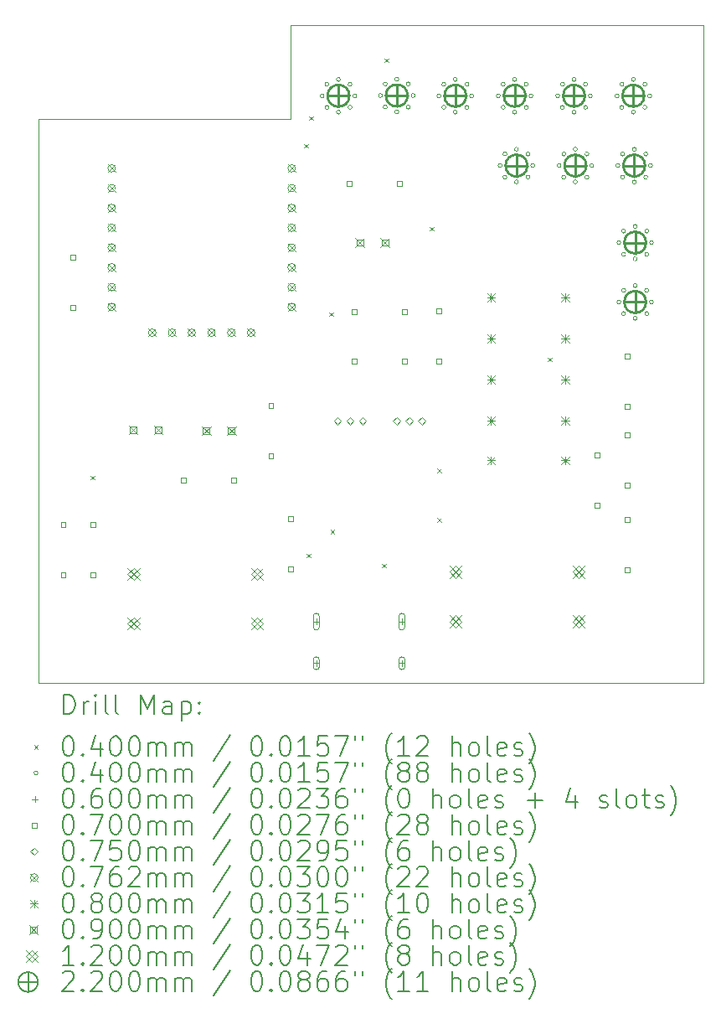
<source format=gbr>
%TF.GenerationSoftware,KiCad,Pcbnew,7.0.9*%
%TF.CreationDate,2024-01-06T17:29:12+01:00*%
%TF.ProjectId,esp32_programmer,65737033-325f-4707-926f-6772616d6d65,rev?*%
%TF.SameCoordinates,Original*%
%TF.FileFunction,Drillmap*%
%TF.FilePolarity,Positive*%
%FSLAX45Y45*%
G04 Gerber Fmt 4.5, Leading zero omitted, Abs format (unit mm)*
G04 Created by KiCad (PCBNEW 7.0.9) date 2024-01-06 17:29:12*
%MOMM*%
%LPD*%
G01*
G04 APERTURE LIST*
%ADD10C,0.100000*%
%ADD11C,0.200000*%
%ADD12C,0.120000*%
%ADD13C,0.220000*%
G04 APERTURE END LIST*
D10*
X11500000Y-8100000D02*
X11500000Y-9050000D01*
X8950000Y-9050000D02*
X8950000Y-14750000D01*
X15675000Y-8100000D02*
X11500000Y-8100000D01*
X15675000Y-14750000D02*
X15675000Y-8100000D01*
X11500000Y-9050000D02*
X8950000Y-9050000D01*
X8950000Y-14750000D02*
X15675000Y-14750000D01*
D11*
D10*
X9479600Y-12654600D02*
X9519600Y-12694600D01*
X9519600Y-12654600D02*
X9479600Y-12694600D01*
X11638600Y-9301800D02*
X11678600Y-9341800D01*
X11678600Y-9301800D02*
X11638600Y-9341800D01*
X11664000Y-13442000D02*
X11704000Y-13482000D01*
X11704000Y-13442000D02*
X11664000Y-13482000D01*
X11689400Y-9022400D02*
X11729400Y-9062400D01*
X11729400Y-9022400D02*
X11689400Y-9062400D01*
X11892600Y-11003600D02*
X11932600Y-11043600D01*
X11932600Y-11003600D02*
X11892600Y-11043600D01*
X11903066Y-13201852D02*
X11943066Y-13241852D01*
X11943066Y-13201852D02*
X11903066Y-13241852D01*
X12426000Y-13543600D02*
X12466000Y-13583600D01*
X12466000Y-13543600D02*
X12426000Y-13583600D01*
X12451400Y-8438200D02*
X12491400Y-8478200D01*
X12491400Y-8438200D02*
X12451400Y-8478200D01*
X12908600Y-10140000D02*
X12948600Y-10180000D01*
X12948600Y-10140000D02*
X12908600Y-10180000D01*
X12980000Y-12580000D02*
X13020000Y-12620000D01*
X13020000Y-12580000D02*
X12980000Y-12620000D01*
X12980000Y-13080000D02*
X13020000Y-13120000D01*
X13020000Y-13080000D02*
X12980000Y-13120000D01*
X14102400Y-11460800D02*
X14142400Y-11500800D01*
X14142400Y-11460800D02*
X14102400Y-11500800D01*
X11838327Y-8816673D02*
G75*
G03*
X11838327Y-8816673I-20000J0D01*
G01*
X11886655Y-8700000D02*
G75*
G03*
X11886655Y-8700000I-20000J0D01*
G01*
X11886655Y-8933345D02*
G75*
G03*
X11886655Y-8933345I-20000J0D01*
G01*
X12003327Y-8651673D02*
G75*
G03*
X12003327Y-8651673I-20000J0D01*
G01*
X12003327Y-8981673D02*
G75*
G03*
X12003327Y-8981673I-20000J0D01*
G01*
X12120000Y-8700000D02*
G75*
G03*
X12120000Y-8700000I-20000J0D01*
G01*
X12120000Y-8933345D02*
G75*
G03*
X12120000Y-8933345I-20000J0D01*
G01*
X12168327Y-8816673D02*
G75*
G03*
X12168327Y-8816673I-20000J0D01*
G01*
X12428000Y-8813800D02*
G75*
G03*
X12428000Y-8813800I-20000J0D01*
G01*
X12476327Y-8697127D02*
G75*
G03*
X12476327Y-8697127I-20000J0D01*
G01*
X12476327Y-8930473D02*
G75*
G03*
X12476327Y-8930473I-20000J0D01*
G01*
X12593000Y-8648800D02*
G75*
G03*
X12593000Y-8648800I-20000J0D01*
G01*
X12593000Y-8978800D02*
G75*
G03*
X12593000Y-8978800I-20000J0D01*
G01*
X12709673Y-8697127D02*
G75*
G03*
X12709673Y-8697127I-20000J0D01*
G01*
X12709673Y-8930473D02*
G75*
G03*
X12709673Y-8930473I-20000J0D01*
G01*
X12758000Y-8813800D02*
G75*
G03*
X12758000Y-8813800I-20000J0D01*
G01*
X13020000Y-8816673D02*
G75*
G03*
X13020000Y-8816673I-20000J0D01*
G01*
X13068327Y-8700000D02*
G75*
G03*
X13068327Y-8700000I-20000J0D01*
G01*
X13068327Y-8933345D02*
G75*
G03*
X13068327Y-8933345I-20000J0D01*
G01*
X13185000Y-8651673D02*
G75*
G03*
X13185000Y-8651673I-20000J0D01*
G01*
X13185000Y-8981673D02*
G75*
G03*
X13185000Y-8981673I-20000J0D01*
G01*
X13301673Y-8700000D02*
G75*
G03*
X13301673Y-8700000I-20000J0D01*
G01*
X13301673Y-8933345D02*
G75*
G03*
X13301673Y-8933345I-20000J0D01*
G01*
X13350000Y-8816673D02*
G75*
G03*
X13350000Y-8816673I-20000J0D01*
G01*
X13620000Y-8816673D02*
G75*
G03*
X13620000Y-8816673I-20000J0D01*
G01*
X13638327Y-9521673D02*
G75*
G03*
X13638327Y-9521673I-20000J0D01*
G01*
X13668327Y-8700000D02*
G75*
G03*
X13668327Y-8700000I-20000J0D01*
G01*
X13668327Y-8933345D02*
G75*
G03*
X13668327Y-8933345I-20000J0D01*
G01*
X13686655Y-9405000D02*
G75*
G03*
X13686655Y-9405000I-20000J0D01*
G01*
X13686655Y-9638345D02*
G75*
G03*
X13686655Y-9638345I-20000J0D01*
G01*
X13785000Y-8651673D02*
G75*
G03*
X13785000Y-8651673I-20000J0D01*
G01*
X13785000Y-8981673D02*
G75*
G03*
X13785000Y-8981673I-20000J0D01*
G01*
X13803327Y-9356673D02*
G75*
G03*
X13803327Y-9356673I-20000J0D01*
G01*
X13803327Y-9686673D02*
G75*
G03*
X13803327Y-9686673I-20000J0D01*
G01*
X13901673Y-8700000D02*
G75*
G03*
X13901673Y-8700000I-20000J0D01*
G01*
X13901673Y-8933345D02*
G75*
G03*
X13901673Y-8933345I-20000J0D01*
G01*
X13920000Y-9405000D02*
G75*
G03*
X13920000Y-9405000I-20000J0D01*
G01*
X13920000Y-9638345D02*
G75*
G03*
X13920000Y-9638345I-20000J0D01*
G01*
X13950000Y-8816673D02*
G75*
G03*
X13950000Y-8816673I-20000J0D01*
G01*
X13968327Y-9521673D02*
G75*
G03*
X13968327Y-9521673I-20000J0D01*
G01*
X14220000Y-8816673D02*
G75*
G03*
X14220000Y-8816673I-20000J0D01*
G01*
X14233327Y-9521673D02*
G75*
G03*
X14233327Y-9521673I-20000J0D01*
G01*
X14268327Y-8700000D02*
G75*
G03*
X14268327Y-8700000I-20000J0D01*
G01*
X14268327Y-8933345D02*
G75*
G03*
X14268327Y-8933345I-20000J0D01*
G01*
X14281655Y-9405000D02*
G75*
G03*
X14281655Y-9405000I-20000J0D01*
G01*
X14281655Y-9638345D02*
G75*
G03*
X14281655Y-9638345I-20000J0D01*
G01*
X14385000Y-8651673D02*
G75*
G03*
X14385000Y-8651673I-20000J0D01*
G01*
X14385000Y-8981673D02*
G75*
G03*
X14385000Y-8981673I-20000J0D01*
G01*
X14398327Y-9356673D02*
G75*
G03*
X14398327Y-9356673I-20000J0D01*
G01*
X14398327Y-9686673D02*
G75*
G03*
X14398327Y-9686673I-20000J0D01*
G01*
X14501673Y-8700000D02*
G75*
G03*
X14501673Y-8700000I-20000J0D01*
G01*
X14501673Y-8933345D02*
G75*
G03*
X14501673Y-8933345I-20000J0D01*
G01*
X14515000Y-9405000D02*
G75*
G03*
X14515000Y-9405000I-20000J0D01*
G01*
X14515000Y-9638345D02*
G75*
G03*
X14515000Y-9638345I-20000J0D01*
G01*
X14550000Y-8816673D02*
G75*
G03*
X14550000Y-8816673I-20000J0D01*
G01*
X14563327Y-9521673D02*
G75*
G03*
X14563327Y-9521673I-20000J0D01*
G01*
X14820000Y-8816673D02*
G75*
G03*
X14820000Y-8816673I-20000J0D01*
G01*
X14828327Y-9521673D02*
G75*
G03*
X14828327Y-9521673I-20000J0D01*
G01*
X14838327Y-10300000D02*
G75*
G03*
X14838327Y-10300000I-20000J0D01*
G01*
X14838327Y-10900000D02*
G75*
G03*
X14838327Y-10900000I-20000J0D01*
G01*
X14868327Y-8700000D02*
G75*
G03*
X14868327Y-8700000I-20000J0D01*
G01*
X14868327Y-8933345D02*
G75*
G03*
X14868327Y-8933345I-20000J0D01*
G01*
X14876655Y-9405000D02*
G75*
G03*
X14876655Y-9405000I-20000J0D01*
G01*
X14876655Y-9638345D02*
G75*
G03*
X14876655Y-9638345I-20000J0D01*
G01*
X14886655Y-10183327D02*
G75*
G03*
X14886655Y-10183327I-20000J0D01*
G01*
X14886655Y-10416673D02*
G75*
G03*
X14886655Y-10416673I-20000J0D01*
G01*
X14886655Y-10783327D02*
G75*
G03*
X14886655Y-10783327I-20000J0D01*
G01*
X14886655Y-11016673D02*
G75*
G03*
X14886655Y-11016673I-20000J0D01*
G01*
X14985000Y-8651673D02*
G75*
G03*
X14985000Y-8651673I-20000J0D01*
G01*
X14985000Y-8981673D02*
G75*
G03*
X14985000Y-8981673I-20000J0D01*
G01*
X14993327Y-9356673D02*
G75*
G03*
X14993327Y-9356673I-20000J0D01*
G01*
X14993327Y-9686673D02*
G75*
G03*
X14993327Y-9686673I-20000J0D01*
G01*
X15003327Y-10135000D02*
G75*
G03*
X15003327Y-10135000I-20000J0D01*
G01*
X15003327Y-10465000D02*
G75*
G03*
X15003327Y-10465000I-20000J0D01*
G01*
X15003327Y-10735000D02*
G75*
G03*
X15003327Y-10735000I-20000J0D01*
G01*
X15003327Y-11065000D02*
G75*
G03*
X15003327Y-11065000I-20000J0D01*
G01*
X15101673Y-8700000D02*
G75*
G03*
X15101673Y-8700000I-20000J0D01*
G01*
X15101673Y-8933345D02*
G75*
G03*
X15101673Y-8933345I-20000J0D01*
G01*
X15110000Y-9405000D02*
G75*
G03*
X15110000Y-9405000I-20000J0D01*
G01*
X15110000Y-9638345D02*
G75*
G03*
X15110000Y-9638345I-20000J0D01*
G01*
X15120000Y-10183327D02*
G75*
G03*
X15120000Y-10183327I-20000J0D01*
G01*
X15120000Y-10416673D02*
G75*
G03*
X15120000Y-10416673I-20000J0D01*
G01*
X15120000Y-10783327D02*
G75*
G03*
X15120000Y-10783327I-20000J0D01*
G01*
X15120000Y-11016673D02*
G75*
G03*
X15120000Y-11016673I-20000J0D01*
G01*
X15150000Y-8816673D02*
G75*
G03*
X15150000Y-8816673I-20000J0D01*
G01*
X15158327Y-9521673D02*
G75*
G03*
X15158327Y-9521673I-20000J0D01*
G01*
X15168327Y-10300000D02*
G75*
G03*
X15168327Y-10300000I-20000J0D01*
G01*
X15168327Y-10900000D02*
G75*
G03*
X15168327Y-10900000I-20000J0D01*
G01*
X11759500Y-14100000D02*
X11759500Y-14160000D01*
X11729500Y-14130000D02*
X11789500Y-14130000D01*
X11789500Y-14185000D02*
X11789500Y-14075000D01*
X11789500Y-14075000D02*
G75*
G03*
X11729500Y-14075000I-30000J0D01*
G01*
X11729500Y-14075000D02*
X11729500Y-14185000D01*
X11729500Y-14185000D02*
G75*
G03*
X11789500Y-14185000I30000J0D01*
G01*
X11759500Y-14520000D02*
X11759500Y-14580000D01*
X11729500Y-14550000D02*
X11789500Y-14550000D01*
X11789500Y-14585000D02*
X11789500Y-14515000D01*
X11789500Y-14515000D02*
G75*
G03*
X11729500Y-14515000I-30000J0D01*
G01*
X11729500Y-14515000D02*
X11729500Y-14585000D01*
X11729500Y-14585000D02*
G75*
G03*
X11789500Y-14585000I30000J0D01*
G01*
X12624500Y-14100000D02*
X12624500Y-14160000D01*
X12594500Y-14130000D02*
X12654500Y-14130000D01*
X12654500Y-14185000D02*
X12654500Y-14075000D01*
X12654500Y-14075000D02*
G75*
G03*
X12594500Y-14075000I-30000J0D01*
G01*
X12594500Y-14075000D02*
X12594500Y-14185000D01*
X12594500Y-14185000D02*
G75*
G03*
X12654500Y-14185000I30000J0D01*
G01*
X12624500Y-14520000D02*
X12624500Y-14580000D01*
X12594500Y-14550000D02*
X12654500Y-14550000D01*
X12654500Y-14585000D02*
X12654500Y-14515000D01*
X12654500Y-14515000D02*
G75*
G03*
X12594500Y-14515000I-30000J0D01*
G01*
X12594500Y-14515000D02*
X12594500Y-14585000D01*
X12594500Y-14585000D02*
G75*
G03*
X12654500Y-14585000I30000J0D01*
G01*
X9224749Y-13170749D02*
X9224749Y-13121251D01*
X9175251Y-13121251D01*
X9175251Y-13170749D01*
X9224749Y-13170749D01*
X9224749Y-13678749D02*
X9224749Y-13629251D01*
X9175251Y-13629251D01*
X9175251Y-13678749D01*
X9224749Y-13678749D01*
X9324749Y-10470749D02*
X9324749Y-10421251D01*
X9275251Y-10421251D01*
X9275251Y-10470749D01*
X9324749Y-10470749D01*
X9324749Y-10978749D02*
X9324749Y-10929251D01*
X9275251Y-10929251D01*
X9275251Y-10978749D01*
X9324749Y-10978749D01*
X9524749Y-13170749D02*
X9524749Y-13121251D01*
X9475251Y-13121251D01*
X9475251Y-13170749D01*
X9524749Y-13170749D01*
X9524749Y-13678749D02*
X9524749Y-13629251D01*
X9475251Y-13629251D01*
X9475251Y-13678749D01*
X9524749Y-13678749D01*
X10438749Y-12724749D02*
X10438749Y-12675251D01*
X10389251Y-12675251D01*
X10389251Y-12724749D01*
X10438749Y-12724749D01*
X10946749Y-12724749D02*
X10946749Y-12675251D01*
X10897251Y-12675251D01*
X10897251Y-12724749D01*
X10946749Y-12724749D01*
X11324749Y-11970749D02*
X11324749Y-11921251D01*
X11275251Y-11921251D01*
X11275251Y-11970749D01*
X11324749Y-11970749D01*
X11324749Y-12478749D02*
X11324749Y-12429251D01*
X11275251Y-12429251D01*
X11275251Y-12478749D01*
X11324749Y-12478749D01*
X11527307Y-13115896D02*
X11527307Y-13066398D01*
X11477809Y-13066398D01*
X11477809Y-13115896D01*
X11527307Y-13115896D01*
X11527307Y-13623896D02*
X11527307Y-13574398D01*
X11477809Y-13574398D01*
X11477809Y-13623896D01*
X11527307Y-13623896D01*
X12116749Y-9724749D02*
X12116749Y-9675251D01*
X12067251Y-9675251D01*
X12067251Y-9724749D01*
X12116749Y-9724749D01*
X12170749Y-11024749D02*
X12170749Y-10975251D01*
X12121251Y-10975251D01*
X12121251Y-11024749D01*
X12170749Y-11024749D01*
X12170749Y-11524749D02*
X12170749Y-11475251D01*
X12121251Y-11475251D01*
X12121251Y-11524749D01*
X12170749Y-11524749D01*
X12624749Y-9724749D02*
X12624749Y-9675251D01*
X12575251Y-9675251D01*
X12575251Y-9724749D01*
X12624749Y-9724749D01*
X12678749Y-11024749D02*
X12678749Y-10975251D01*
X12629251Y-10975251D01*
X12629251Y-11024749D01*
X12678749Y-11024749D01*
X12678749Y-11524749D02*
X12678749Y-11475251D01*
X12629251Y-11475251D01*
X12629251Y-11524749D01*
X12678749Y-11524749D01*
X13024749Y-11016749D02*
X13024749Y-10967251D01*
X12975251Y-10967251D01*
X12975251Y-11016749D01*
X13024749Y-11016749D01*
X13024749Y-11524749D02*
X13024749Y-11475251D01*
X12975251Y-11475251D01*
X12975251Y-11524749D01*
X13024749Y-11524749D01*
X14624749Y-12470749D02*
X14624749Y-12421251D01*
X14575251Y-12421251D01*
X14575251Y-12470749D01*
X14624749Y-12470749D01*
X14624749Y-12978749D02*
X14624749Y-12929251D01*
X14575251Y-12929251D01*
X14575251Y-12978749D01*
X14624749Y-12978749D01*
X14924749Y-11470749D02*
X14924749Y-11421251D01*
X14875251Y-11421251D01*
X14875251Y-11470749D01*
X14924749Y-11470749D01*
X14924749Y-11978749D02*
X14924749Y-11929251D01*
X14875251Y-11929251D01*
X14875251Y-11978749D01*
X14924749Y-11978749D01*
X14924749Y-12270749D02*
X14924749Y-12221251D01*
X14875251Y-12221251D01*
X14875251Y-12270749D01*
X14924749Y-12270749D01*
X14924749Y-12778749D02*
X14924749Y-12729251D01*
X14875251Y-12729251D01*
X14875251Y-12778749D01*
X14924749Y-12778749D01*
X14924749Y-13124749D02*
X14924749Y-13075251D01*
X14875251Y-13075251D01*
X14875251Y-13124749D01*
X14924749Y-13124749D01*
X14924749Y-13632749D02*
X14924749Y-13583251D01*
X14875251Y-13583251D01*
X14875251Y-13632749D01*
X14924749Y-13632749D01*
X11973000Y-12137500D02*
X12010500Y-12100000D01*
X11973000Y-12062500D01*
X11935500Y-12100000D01*
X11973000Y-12137500D01*
X12100000Y-12137500D02*
X12137500Y-12100000D01*
X12100000Y-12062500D01*
X12062500Y-12100000D01*
X12100000Y-12137500D01*
X12227000Y-12137500D02*
X12264500Y-12100000D01*
X12227000Y-12062500D01*
X12189500Y-12100000D01*
X12227000Y-12137500D01*
X12573000Y-12137500D02*
X12610500Y-12100000D01*
X12573000Y-12062500D01*
X12535500Y-12100000D01*
X12573000Y-12137500D01*
X12700000Y-12137500D02*
X12737500Y-12100000D01*
X12700000Y-12062500D01*
X12662500Y-12100000D01*
X12700000Y-12137500D01*
X12827000Y-12137500D02*
X12864500Y-12100000D01*
X12827000Y-12062500D01*
X12789500Y-12100000D01*
X12827000Y-12137500D01*
X9651900Y-9511900D02*
X9728100Y-9588100D01*
X9728100Y-9511900D02*
X9651900Y-9588100D01*
X9728100Y-9550000D02*
G75*
G03*
X9728100Y-9550000I-38100J0D01*
G01*
X9651900Y-9711900D02*
X9728100Y-9788100D01*
X9728100Y-9711900D02*
X9651900Y-9788100D01*
X9728100Y-9750000D02*
G75*
G03*
X9728100Y-9750000I-38100J0D01*
G01*
X9651900Y-9911900D02*
X9728100Y-9988100D01*
X9728100Y-9911900D02*
X9651900Y-9988100D01*
X9728100Y-9950000D02*
G75*
G03*
X9728100Y-9950000I-38100J0D01*
G01*
X9651900Y-10111900D02*
X9728100Y-10188100D01*
X9728100Y-10111900D02*
X9651900Y-10188100D01*
X9728100Y-10150000D02*
G75*
G03*
X9728100Y-10150000I-38100J0D01*
G01*
X9651900Y-10311900D02*
X9728100Y-10388100D01*
X9728100Y-10311900D02*
X9651900Y-10388100D01*
X9728100Y-10350000D02*
G75*
G03*
X9728100Y-10350000I-38100J0D01*
G01*
X9651900Y-10511900D02*
X9728100Y-10588100D01*
X9728100Y-10511900D02*
X9651900Y-10588100D01*
X9728100Y-10550000D02*
G75*
G03*
X9728100Y-10550000I-38100J0D01*
G01*
X9651900Y-10711900D02*
X9728100Y-10788100D01*
X9728100Y-10711900D02*
X9651900Y-10788100D01*
X9728100Y-10750000D02*
G75*
G03*
X9728100Y-10750000I-38100J0D01*
G01*
X9651900Y-10911900D02*
X9728100Y-10988100D01*
X9728100Y-10911900D02*
X9651900Y-10988100D01*
X9728100Y-10950000D02*
G75*
G03*
X9728100Y-10950000I-38100J0D01*
G01*
X10061900Y-11171900D02*
X10138100Y-11248100D01*
X10138100Y-11171900D02*
X10061900Y-11248100D01*
X10138100Y-11210000D02*
G75*
G03*
X10138100Y-11210000I-38100J0D01*
G01*
X10261900Y-11171900D02*
X10338100Y-11248100D01*
X10338100Y-11171900D02*
X10261900Y-11248100D01*
X10338100Y-11210000D02*
G75*
G03*
X10338100Y-11210000I-38100J0D01*
G01*
X10461900Y-11171900D02*
X10538100Y-11248100D01*
X10538100Y-11171900D02*
X10461900Y-11248100D01*
X10538100Y-11210000D02*
G75*
G03*
X10538100Y-11210000I-38100J0D01*
G01*
X10661900Y-11171900D02*
X10738100Y-11248100D01*
X10738100Y-11171900D02*
X10661900Y-11248100D01*
X10738100Y-11210000D02*
G75*
G03*
X10738100Y-11210000I-38100J0D01*
G01*
X10861900Y-11171900D02*
X10938100Y-11248100D01*
X10938100Y-11171900D02*
X10861900Y-11248100D01*
X10938100Y-11210000D02*
G75*
G03*
X10938100Y-11210000I-38100J0D01*
G01*
X11061900Y-11171900D02*
X11138100Y-11248100D01*
X11138100Y-11171900D02*
X11061900Y-11248100D01*
X11138100Y-11210000D02*
G75*
G03*
X11138100Y-11210000I-38100J0D01*
G01*
X11471900Y-9511900D02*
X11548100Y-9588100D01*
X11548100Y-9511900D02*
X11471900Y-9588100D01*
X11548100Y-9550000D02*
G75*
G03*
X11548100Y-9550000I-38100J0D01*
G01*
X11471900Y-9711900D02*
X11548100Y-9788100D01*
X11548100Y-9711900D02*
X11471900Y-9788100D01*
X11548100Y-9750000D02*
G75*
G03*
X11548100Y-9750000I-38100J0D01*
G01*
X11471900Y-9911900D02*
X11548100Y-9988100D01*
X11548100Y-9911900D02*
X11471900Y-9988100D01*
X11548100Y-9950000D02*
G75*
G03*
X11548100Y-9950000I-38100J0D01*
G01*
X11471900Y-10111900D02*
X11548100Y-10188100D01*
X11548100Y-10111900D02*
X11471900Y-10188100D01*
X11548100Y-10150000D02*
G75*
G03*
X11548100Y-10150000I-38100J0D01*
G01*
X11471900Y-10311900D02*
X11548100Y-10388100D01*
X11548100Y-10311900D02*
X11471900Y-10388100D01*
X11548100Y-10350000D02*
G75*
G03*
X11548100Y-10350000I-38100J0D01*
G01*
X11471900Y-10511900D02*
X11548100Y-10588100D01*
X11548100Y-10511900D02*
X11471900Y-10588100D01*
X11548100Y-10550000D02*
G75*
G03*
X11548100Y-10550000I-38100J0D01*
G01*
X11471900Y-10711900D02*
X11548100Y-10788100D01*
X11548100Y-10711900D02*
X11471900Y-10788100D01*
X11548100Y-10750000D02*
G75*
G03*
X11548100Y-10750000I-38100J0D01*
G01*
X11471900Y-10911900D02*
X11548100Y-10988100D01*
X11548100Y-10911900D02*
X11471900Y-10988100D01*
X11548100Y-10950000D02*
G75*
G03*
X11548100Y-10950000I-38100J0D01*
G01*
X13485000Y-10815000D02*
X13565000Y-10895000D01*
X13565000Y-10815000D02*
X13485000Y-10895000D01*
X13525000Y-10815000D02*
X13525000Y-10895000D01*
X13485000Y-10855000D02*
X13565000Y-10855000D01*
X13485000Y-11230000D02*
X13565000Y-11310000D01*
X13565000Y-11230000D02*
X13485000Y-11310000D01*
X13525000Y-11230000D02*
X13525000Y-11310000D01*
X13485000Y-11270000D02*
X13565000Y-11270000D01*
X13485000Y-11645000D02*
X13565000Y-11725000D01*
X13565000Y-11645000D02*
X13485000Y-11725000D01*
X13525000Y-11645000D02*
X13525000Y-11725000D01*
X13485000Y-11685000D02*
X13565000Y-11685000D01*
X13485000Y-12060000D02*
X13565000Y-12140000D01*
X13565000Y-12060000D02*
X13485000Y-12140000D01*
X13525000Y-12060000D02*
X13525000Y-12140000D01*
X13485000Y-12100000D02*
X13565000Y-12100000D01*
X13485000Y-12460000D02*
X13565000Y-12540000D01*
X13565000Y-12460000D02*
X13485000Y-12540000D01*
X13525000Y-12460000D02*
X13525000Y-12540000D01*
X13485000Y-12500000D02*
X13565000Y-12500000D01*
X14235000Y-10815000D02*
X14315000Y-10895000D01*
X14315000Y-10815000D02*
X14235000Y-10895000D01*
X14275000Y-10815000D02*
X14275000Y-10895000D01*
X14235000Y-10855000D02*
X14315000Y-10855000D01*
X14235000Y-11230000D02*
X14315000Y-11310000D01*
X14315000Y-11230000D02*
X14235000Y-11310000D01*
X14275000Y-11230000D02*
X14275000Y-11310000D01*
X14235000Y-11270000D02*
X14315000Y-11270000D01*
X14235000Y-11645000D02*
X14315000Y-11725000D01*
X14315000Y-11645000D02*
X14235000Y-11725000D01*
X14275000Y-11645000D02*
X14275000Y-11725000D01*
X14235000Y-11685000D02*
X14315000Y-11685000D01*
X14235000Y-12060000D02*
X14315000Y-12140000D01*
X14315000Y-12060000D02*
X14235000Y-12140000D01*
X14275000Y-12060000D02*
X14275000Y-12140000D01*
X14235000Y-12100000D02*
X14315000Y-12100000D01*
X14235000Y-12460000D02*
X14315000Y-12540000D01*
X14315000Y-12460000D02*
X14235000Y-12540000D01*
X14275000Y-12460000D02*
X14275000Y-12540000D01*
X14235000Y-12500000D02*
X14315000Y-12500000D01*
X9861000Y-12147000D02*
X9951000Y-12237000D01*
X9951000Y-12147000D02*
X9861000Y-12237000D01*
X9937820Y-12223820D02*
X9937820Y-12160180D01*
X9874180Y-12160180D01*
X9874180Y-12223820D01*
X9937820Y-12223820D01*
X10115000Y-12147000D02*
X10205000Y-12237000D01*
X10205000Y-12147000D02*
X10115000Y-12237000D01*
X10191820Y-12223820D02*
X10191820Y-12160180D01*
X10128180Y-12160180D01*
X10128180Y-12223820D01*
X10191820Y-12223820D01*
X10601000Y-12155000D02*
X10691000Y-12245000D01*
X10691000Y-12155000D02*
X10601000Y-12245000D01*
X10677820Y-12231820D02*
X10677820Y-12168180D01*
X10614180Y-12168180D01*
X10614180Y-12231820D01*
X10677820Y-12231820D01*
X10855000Y-12155000D02*
X10945000Y-12245000D01*
X10945000Y-12155000D02*
X10855000Y-12245000D01*
X10931820Y-12231820D02*
X10931820Y-12168180D01*
X10868180Y-12168180D01*
X10868180Y-12231820D01*
X10931820Y-12231820D01*
X12155000Y-10255000D02*
X12245000Y-10345000D01*
X12245000Y-10255000D02*
X12155000Y-10345000D01*
X12231820Y-10331820D02*
X12231820Y-10268180D01*
X12168180Y-10268180D01*
X12168180Y-10331820D01*
X12231820Y-10331820D01*
X12409000Y-10255000D02*
X12499000Y-10345000D01*
X12499000Y-10255000D02*
X12409000Y-10345000D01*
X12485820Y-10331820D02*
X12485820Y-10268180D01*
X12422180Y-10268180D01*
X12422180Y-10331820D01*
X12485820Y-10331820D01*
D12*
X9852202Y-13588955D02*
X9972202Y-13708955D01*
X9972202Y-13588955D02*
X9852202Y-13708955D01*
X9912202Y-13708955D02*
X9972202Y-13648955D01*
X9912202Y-13588955D01*
X9852202Y-13648955D01*
X9912202Y-13708955D01*
X9852202Y-14088955D02*
X9972202Y-14208955D01*
X9972202Y-14088955D02*
X9852202Y-14208955D01*
X9912202Y-14208955D02*
X9972202Y-14148955D01*
X9912202Y-14088955D01*
X9852202Y-14148955D01*
X9912202Y-14208955D01*
X11102202Y-13588955D02*
X11222202Y-13708955D01*
X11222202Y-13588955D02*
X11102202Y-13708955D01*
X11162202Y-13708955D02*
X11222202Y-13648955D01*
X11162202Y-13588955D01*
X11102202Y-13648955D01*
X11162202Y-13708955D01*
X11102202Y-14088955D02*
X11222202Y-14208955D01*
X11222202Y-14088955D02*
X11102202Y-14208955D01*
X11162202Y-14208955D02*
X11222202Y-14148955D01*
X11162202Y-14088955D01*
X11102202Y-14148955D01*
X11162202Y-14208955D01*
X13105214Y-13567087D02*
X13225214Y-13687087D01*
X13225214Y-13567087D02*
X13105214Y-13687087D01*
X13165214Y-13687087D02*
X13225214Y-13627087D01*
X13165214Y-13567087D01*
X13105214Y-13627087D01*
X13165214Y-13687087D01*
X13105214Y-14067087D02*
X13225214Y-14187087D01*
X13225214Y-14067087D02*
X13105214Y-14187087D01*
X13165214Y-14187087D02*
X13225214Y-14127087D01*
X13165214Y-14067087D01*
X13105214Y-14127087D01*
X13165214Y-14187087D01*
X14355214Y-13567087D02*
X14475214Y-13687087D01*
X14475214Y-13567087D02*
X14355214Y-13687087D01*
X14415214Y-13687087D02*
X14475214Y-13627087D01*
X14415214Y-13567087D01*
X14355214Y-13627087D01*
X14415214Y-13687087D01*
X14355214Y-14067087D02*
X14475214Y-14187087D01*
X14475214Y-14067087D02*
X14355214Y-14187087D01*
X14415214Y-14187087D02*
X14475214Y-14127087D01*
X14415214Y-14067087D01*
X14355214Y-14127087D01*
X14415214Y-14187087D01*
D13*
X11983327Y-8706673D02*
X11983327Y-8926673D01*
X11873327Y-8816673D02*
X12093327Y-8816673D01*
X12093327Y-8816673D02*
G75*
G03*
X12093327Y-8816673I-110000J0D01*
G01*
X12573000Y-8703800D02*
X12573000Y-8923800D01*
X12463000Y-8813800D02*
X12683000Y-8813800D01*
X12683000Y-8813800D02*
G75*
G03*
X12683000Y-8813800I-110000J0D01*
G01*
X13165000Y-8706673D02*
X13165000Y-8926673D01*
X13055000Y-8816673D02*
X13275000Y-8816673D01*
X13275000Y-8816673D02*
G75*
G03*
X13275000Y-8816673I-110000J0D01*
G01*
X13765000Y-8706673D02*
X13765000Y-8926673D01*
X13655000Y-8816673D02*
X13875000Y-8816673D01*
X13875000Y-8816673D02*
G75*
G03*
X13875000Y-8816673I-110000J0D01*
G01*
X13783327Y-9411673D02*
X13783327Y-9631673D01*
X13673327Y-9521673D02*
X13893327Y-9521673D01*
X13893327Y-9521673D02*
G75*
G03*
X13893327Y-9521673I-110000J0D01*
G01*
X14365000Y-8706673D02*
X14365000Y-8926673D01*
X14255000Y-8816673D02*
X14475000Y-8816673D01*
X14475000Y-8816673D02*
G75*
G03*
X14475000Y-8816673I-110000J0D01*
G01*
X14378327Y-9411673D02*
X14378327Y-9631673D01*
X14268327Y-9521673D02*
X14488327Y-9521673D01*
X14488327Y-9521673D02*
G75*
G03*
X14488327Y-9521673I-110000J0D01*
G01*
X14965000Y-8706673D02*
X14965000Y-8926673D01*
X14855000Y-8816673D02*
X15075000Y-8816673D01*
X15075000Y-8816673D02*
G75*
G03*
X15075000Y-8816673I-110000J0D01*
G01*
X14973327Y-9411673D02*
X14973327Y-9631673D01*
X14863327Y-9521673D02*
X15083327Y-9521673D01*
X15083327Y-9521673D02*
G75*
G03*
X15083327Y-9521673I-110000J0D01*
G01*
X14983327Y-10190000D02*
X14983327Y-10410000D01*
X14873327Y-10300000D02*
X15093327Y-10300000D01*
X15093327Y-10300000D02*
G75*
G03*
X15093327Y-10300000I-110000J0D01*
G01*
X14983327Y-10790000D02*
X14983327Y-11010000D01*
X14873327Y-10900000D02*
X15093327Y-10900000D01*
X15093327Y-10900000D02*
G75*
G03*
X15093327Y-10900000I-110000J0D01*
G01*
D11*
X9205777Y-15066484D02*
X9205777Y-14866484D01*
X9205777Y-14866484D02*
X9253396Y-14866484D01*
X9253396Y-14866484D02*
X9281967Y-14876008D01*
X9281967Y-14876008D02*
X9301015Y-14895055D01*
X9301015Y-14895055D02*
X9310539Y-14914103D01*
X9310539Y-14914103D02*
X9320063Y-14952198D01*
X9320063Y-14952198D02*
X9320063Y-14980769D01*
X9320063Y-14980769D02*
X9310539Y-15018865D01*
X9310539Y-15018865D02*
X9301015Y-15037912D01*
X9301015Y-15037912D02*
X9281967Y-15056960D01*
X9281967Y-15056960D02*
X9253396Y-15066484D01*
X9253396Y-15066484D02*
X9205777Y-15066484D01*
X9405777Y-15066484D02*
X9405777Y-14933150D01*
X9405777Y-14971246D02*
X9415301Y-14952198D01*
X9415301Y-14952198D02*
X9424824Y-14942674D01*
X9424824Y-14942674D02*
X9443872Y-14933150D01*
X9443872Y-14933150D02*
X9462920Y-14933150D01*
X9529586Y-15066484D02*
X9529586Y-14933150D01*
X9529586Y-14866484D02*
X9520063Y-14876008D01*
X9520063Y-14876008D02*
X9529586Y-14885531D01*
X9529586Y-14885531D02*
X9539110Y-14876008D01*
X9539110Y-14876008D02*
X9529586Y-14866484D01*
X9529586Y-14866484D02*
X9529586Y-14885531D01*
X9653396Y-15066484D02*
X9634348Y-15056960D01*
X9634348Y-15056960D02*
X9624824Y-15037912D01*
X9624824Y-15037912D02*
X9624824Y-14866484D01*
X9758158Y-15066484D02*
X9739110Y-15056960D01*
X9739110Y-15056960D02*
X9729586Y-15037912D01*
X9729586Y-15037912D02*
X9729586Y-14866484D01*
X9986729Y-15066484D02*
X9986729Y-14866484D01*
X9986729Y-14866484D02*
X10053396Y-15009341D01*
X10053396Y-15009341D02*
X10120063Y-14866484D01*
X10120063Y-14866484D02*
X10120063Y-15066484D01*
X10301015Y-15066484D02*
X10301015Y-14961722D01*
X10301015Y-14961722D02*
X10291491Y-14942674D01*
X10291491Y-14942674D02*
X10272444Y-14933150D01*
X10272444Y-14933150D02*
X10234348Y-14933150D01*
X10234348Y-14933150D02*
X10215301Y-14942674D01*
X10301015Y-15056960D02*
X10281967Y-15066484D01*
X10281967Y-15066484D02*
X10234348Y-15066484D01*
X10234348Y-15066484D02*
X10215301Y-15056960D01*
X10215301Y-15056960D02*
X10205777Y-15037912D01*
X10205777Y-15037912D02*
X10205777Y-15018865D01*
X10205777Y-15018865D02*
X10215301Y-14999817D01*
X10215301Y-14999817D02*
X10234348Y-14990293D01*
X10234348Y-14990293D02*
X10281967Y-14990293D01*
X10281967Y-14990293D02*
X10301015Y-14980769D01*
X10396253Y-14933150D02*
X10396253Y-15133150D01*
X10396253Y-14942674D02*
X10415301Y-14933150D01*
X10415301Y-14933150D02*
X10453396Y-14933150D01*
X10453396Y-14933150D02*
X10472444Y-14942674D01*
X10472444Y-14942674D02*
X10481967Y-14952198D01*
X10481967Y-14952198D02*
X10491491Y-14971246D01*
X10491491Y-14971246D02*
X10491491Y-15028388D01*
X10491491Y-15028388D02*
X10481967Y-15047436D01*
X10481967Y-15047436D02*
X10472444Y-15056960D01*
X10472444Y-15056960D02*
X10453396Y-15066484D01*
X10453396Y-15066484D02*
X10415301Y-15066484D01*
X10415301Y-15066484D02*
X10396253Y-15056960D01*
X10577205Y-15047436D02*
X10586729Y-15056960D01*
X10586729Y-15056960D02*
X10577205Y-15066484D01*
X10577205Y-15066484D02*
X10567682Y-15056960D01*
X10567682Y-15056960D02*
X10577205Y-15047436D01*
X10577205Y-15047436D02*
X10577205Y-15066484D01*
X10577205Y-14942674D02*
X10586729Y-14952198D01*
X10586729Y-14952198D02*
X10577205Y-14961722D01*
X10577205Y-14961722D02*
X10567682Y-14952198D01*
X10567682Y-14952198D02*
X10577205Y-14942674D01*
X10577205Y-14942674D02*
X10577205Y-14961722D01*
D10*
X8905000Y-15375000D02*
X8945000Y-15415000D01*
X8945000Y-15375000D02*
X8905000Y-15415000D01*
D11*
X9243872Y-15286484D02*
X9262920Y-15286484D01*
X9262920Y-15286484D02*
X9281967Y-15296008D01*
X9281967Y-15296008D02*
X9291491Y-15305531D01*
X9291491Y-15305531D02*
X9301015Y-15324579D01*
X9301015Y-15324579D02*
X9310539Y-15362674D01*
X9310539Y-15362674D02*
X9310539Y-15410293D01*
X9310539Y-15410293D02*
X9301015Y-15448388D01*
X9301015Y-15448388D02*
X9291491Y-15467436D01*
X9291491Y-15467436D02*
X9281967Y-15476960D01*
X9281967Y-15476960D02*
X9262920Y-15486484D01*
X9262920Y-15486484D02*
X9243872Y-15486484D01*
X9243872Y-15486484D02*
X9224824Y-15476960D01*
X9224824Y-15476960D02*
X9215301Y-15467436D01*
X9215301Y-15467436D02*
X9205777Y-15448388D01*
X9205777Y-15448388D02*
X9196253Y-15410293D01*
X9196253Y-15410293D02*
X9196253Y-15362674D01*
X9196253Y-15362674D02*
X9205777Y-15324579D01*
X9205777Y-15324579D02*
X9215301Y-15305531D01*
X9215301Y-15305531D02*
X9224824Y-15296008D01*
X9224824Y-15296008D02*
X9243872Y-15286484D01*
X9396253Y-15467436D02*
X9405777Y-15476960D01*
X9405777Y-15476960D02*
X9396253Y-15486484D01*
X9396253Y-15486484D02*
X9386729Y-15476960D01*
X9386729Y-15476960D02*
X9396253Y-15467436D01*
X9396253Y-15467436D02*
X9396253Y-15486484D01*
X9577205Y-15353150D02*
X9577205Y-15486484D01*
X9529586Y-15276960D02*
X9481967Y-15419817D01*
X9481967Y-15419817D02*
X9605777Y-15419817D01*
X9720063Y-15286484D02*
X9739110Y-15286484D01*
X9739110Y-15286484D02*
X9758158Y-15296008D01*
X9758158Y-15296008D02*
X9767682Y-15305531D01*
X9767682Y-15305531D02*
X9777205Y-15324579D01*
X9777205Y-15324579D02*
X9786729Y-15362674D01*
X9786729Y-15362674D02*
X9786729Y-15410293D01*
X9786729Y-15410293D02*
X9777205Y-15448388D01*
X9777205Y-15448388D02*
X9767682Y-15467436D01*
X9767682Y-15467436D02*
X9758158Y-15476960D01*
X9758158Y-15476960D02*
X9739110Y-15486484D01*
X9739110Y-15486484D02*
X9720063Y-15486484D01*
X9720063Y-15486484D02*
X9701015Y-15476960D01*
X9701015Y-15476960D02*
X9691491Y-15467436D01*
X9691491Y-15467436D02*
X9681967Y-15448388D01*
X9681967Y-15448388D02*
X9672444Y-15410293D01*
X9672444Y-15410293D02*
X9672444Y-15362674D01*
X9672444Y-15362674D02*
X9681967Y-15324579D01*
X9681967Y-15324579D02*
X9691491Y-15305531D01*
X9691491Y-15305531D02*
X9701015Y-15296008D01*
X9701015Y-15296008D02*
X9720063Y-15286484D01*
X9910539Y-15286484D02*
X9929586Y-15286484D01*
X9929586Y-15286484D02*
X9948634Y-15296008D01*
X9948634Y-15296008D02*
X9958158Y-15305531D01*
X9958158Y-15305531D02*
X9967682Y-15324579D01*
X9967682Y-15324579D02*
X9977205Y-15362674D01*
X9977205Y-15362674D02*
X9977205Y-15410293D01*
X9977205Y-15410293D02*
X9967682Y-15448388D01*
X9967682Y-15448388D02*
X9958158Y-15467436D01*
X9958158Y-15467436D02*
X9948634Y-15476960D01*
X9948634Y-15476960D02*
X9929586Y-15486484D01*
X9929586Y-15486484D02*
X9910539Y-15486484D01*
X9910539Y-15486484D02*
X9891491Y-15476960D01*
X9891491Y-15476960D02*
X9881967Y-15467436D01*
X9881967Y-15467436D02*
X9872444Y-15448388D01*
X9872444Y-15448388D02*
X9862920Y-15410293D01*
X9862920Y-15410293D02*
X9862920Y-15362674D01*
X9862920Y-15362674D02*
X9872444Y-15324579D01*
X9872444Y-15324579D02*
X9881967Y-15305531D01*
X9881967Y-15305531D02*
X9891491Y-15296008D01*
X9891491Y-15296008D02*
X9910539Y-15286484D01*
X10062920Y-15486484D02*
X10062920Y-15353150D01*
X10062920Y-15372198D02*
X10072444Y-15362674D01*
X10072444Y-15362674D02*
X10091491Y-15353150D01*
X10091491Y-15353150D02*
X10120063Y-15353150D01*
X10120063Y-15353150D02*
X10139110Y-15362674D01*
X10139110Y-15362674D02*
X10148634Y-15381722D01*
X10148634Y-15381722D02*
X10148634Y-15486484D01*
X10148634Y-15381722D02*
X10158158Y-15362674D01*
X10158158Y-15362674D02*
X10177205Y-15353150D01*
X10177205Y-15353150D02*
X10205777Y-15353150D01*
X10205777Y-15353150D02*
X10224825Y-15362674D01*
X10224825Y-15362674D02*
X10234348Y-15381722D01*
X10234348Y-15381722D02*
X10234348Y-15486484D01*
X10329586Y-15486484D02*
X10329586Y-15353150D01*
X10329586Y-15372198D02*
X10339110Y-15362674D01*
X10339110Y-15362674D02*
X10358158Y-15353150D01*
X10358158Y-15353150D02*
X10386729Y-15353150D01*
X10386729Y-15353150D02*
X10405777Y-15362674D01*
X10405777Y-15362674D02*
X10415301Y-15381722D01*
X10415301Y-15381722D02*
X10415301Y-15486484D01*
X10415301Y-15381722D02*
X10424825Y-15362674D01*
X10424825Y-15362674D02*
X10443872Y-15353150D01*
X10443872Y-15353150D02*
X10472444Y-15353150D01*
X10472444Y-15353150D02*
X10491491Y-15362674D01*
X10491491Y-15362674D02*
X10501015Y-15381722D01*
X10501015Y-15381722D02*
X10501015Y-15486484D01*
X10891491Y-15276960D02*
X10720063Y-15534103D01*
X11148634Y-15286484D02*
X11167682Y-15286484D01*
X11167682Y-15286484D02*
X11186729Y-15296008D01*
X11186729Y-15296008D02*
X11196253Y-15305531D01*
X11196253Y-15305531D02*
X11205777Y-15324579D01*
X11205777Y-15324579D02*
X11215301Y-15362674D01*
X11215301Y-15362674D02*
X11215301Y-15410293D01*
X11215301Y-15410293D02*
X11205777Y-15448388D01*
X11205777Y-15448388D02*
X11196253Y-15467436D01*
X11196253Y-15467436D02*
X11186729Y-15476960D01*
X11186729Y-15476960D02*
X11167682Y-15486484D01*
X11167682Y-15486484D02*
X11148634Y-15486484D01*
X11148634Y-15486484D02*
X11129587Y-15476960D01*
X11129587Y-15476960D02*
X11120063Y-15467436D01*
X11120063Y-15467436D02*
X11110539Y-15448388D01*
X11110539Y-15448388D02*
X11101015Y-15410293D01*
X11101015Y-15410293D02*
X11101015Y-15362674D01*
X11101015Y-15362674D02*
X11110539Y-15324579D01*
X11110539Y-15324579D02*
X11120063Y-15305531D01*
X11120063Y-15305531D02*
X11129587Y-15296008D01*
X11129587Y-15296008D02*
X11148634Y-15286484D01*
X11301015Y-15467436D02*
X11310539Y-15476960D01*
X11310539Y-15476960D02*
X11301015Y-15486484D01*
X11301015Y-15486484D02*
X11291491Y-15476960D01*
X11291491Y-15476960D02*
X11301015Y-15467436D01*
X11301015Y-15467436D02*
X11301015Y-15486484D01*
X11434348Y-15286484D02*
X11453396Y-15286484D01*
X11453396Y-15286484D02*
X11472444Y-15296008D01*
X11472444Y-15296008D02*
X11481967Y-15305531D01*
X11481967Y-15305531D02*
X11491491Y-15324579D01*
X11491491Y-15324579D02*
X11501015Y-15362674D01*
X11501015Y-15362674D02*
X11501015Y-15410293D01*
X11501015Y-15410293D02*
X11491491Y-15448388D01*
X11491491Y-15448388D02*
X11481967Y-15467436D01*
X11481967Y-15467436D02*
X11472444Y-15476960D01*
X11472444Y-15476960D02*
X11453396Y-15486484D01*
X11453396Y-15486484D02*
X11434348Y-15486484D01*
X11434348Y-15486484D02*
X11415301Y-15476960D01*
X11415301Y-15476960D02*
X11405777Y-15467436D01*
X11405777Y-15467436D02*
X11396253Y-15448388D01*
X11396253Y-15448388D02*
X11386729Y-15410293D01*
X11386729Y-15410293D02*
X11386729Y-15362674D01*
X11386729Y-15362674D02*
X11396253Y-15324579D01*
X11396253Y-15324579D02*
X11405777Y-15305531D01*
X11405777Y-15305531D02*
X11415301Y-15296008D01*
X11415301Y-15296008D02*
X11434348Y-15286484D01*
X11691491Y-15486484D02*
X11577206Y-15486484D01*
X11634348Y-15486484D02*
X11634348Y-15286484D01*
X11634348Y-15286484D02*
X11615301Y-15315055D01*
X11615301Y-15315055D02*
X11596253Y-15334103D01*
X11596253Y-15334103D02*
X11577206Y-15343627D01*
X11872444Y-15286484D02*
X11777206Y-15286484D01*
X11777206Y-15286484D02*
X11767682Y-15381722D01*
X11767682Y-15381722D02*
X11777206Y-15372198D01*
X11777206Y-15372198D02*
X11796253Y-15362674D01*
X11796253Y-15362674D02*
X11843872Y-15362674D01*
X11843872Y-15362674D02*
X11862920Y-15372198D01*
X11862920Y-15372198D02*
X11872444Y-15381722D01*
X11872444Y-15381722D02*
X11881967Y-15400769D01*
X11881967Y-15400769D02*
X11881967Y-15448388D01*
X11881967Y-15448388D02*
X11872444Y-15467436D01*
X11872444Y-15467436D02*
X11862920Y-15476960D01*
X11862920Y-15476960D02*
X11843872Y-15486484D01*
X11843872Y-15486484D02*
X11796253Y-15486484D01*
X11796253Y-15486484D02*
X11777206Y-15476960D01*
X11777206Y-15476960D02*
X11767682Y-15467436D01*
X11948634Y-15286484D02*
X12081967Y-15286484D01*
X12081967Y-15286484D02*
X11996253Y-15486484D01*
X12148634Y-15286484D02*
X12148634Y-15324579D01*
X12224825Y-15286484D02*
X12224825Y-15324579D01*
X12520063Y-15562674D02*
X12510539Y-15553150D01*
X12510539Y-15553150D02*
X12491491Y-15524579D01*
X12491491Y-15524579D02*
X12481968Y-15505531D01*
X12481968Y-15505531D02*
X12472444Y-15476960D01*
X12472444Y-15476960D02*
X12462920Y-15429341D01*
X12462920Y-15429341D02*
X12462920Y-15391246D01*
X12462920Y-15391246D02*
X12472444Y-15343627D01*
X12472444Y-15343627D02*
X12481968Y-15315055D01*
X12481968Y-15315055D02*
X12491491Y-15296008D01*
X12491491Y-15296008D02*
X12510539Y-15267436D01*
X12510539Y-15267436D02*
X12520063Y-15257912D01*
X12701015Y-15486484D02*
X12586729Y-15486484D01*
X12643872Y-15486484D02*
X12643872Y-15286484D01*
X12643872Y-15286484D02*
X12624825Y-15315055D01*
X12624825Y-15315055D02*
X12605777Y-15334103D01*
X12605777Y-15334103D02*
X12586729Y-15343627D01*
X12777206Y-15305531D02*
X12786729Y-15296008D01*
X12786729Y-15296008D02*
X12805777Y-15286484D01*
X12805777Y-15286484D02*
X12853396Y-15286484D01*
X12853396Y-15286484D02*
X12872444Y-15296008D01*
X12872444Y-15296008D02*
X12881968Y-15305531D01*
X12881968Y-15305531D02*
X12891491Y-15324579D01*
X12891491Y-15324579D02*
X12891491Y-15343627D01*
X12891491Y-15343627D02*
X12881968Y-15372198D01*
X12881968Y-15372198D02*
X12767682Y-15486484D01*
X12767682Y-15486484D02*
X12891491Y-15486484D01*
X13129587Y-15486484D02*
X13129587Y-15286484D01*
X13215301Y-15486484D02*
X13215301Y-15381722D01*
X13215301Y-15381722D02*
X13205777Y-15362674D01*
X13205777Y-15362674D02*
X13186730Y-15353150D01*
X13186730Y-15353150D02*
X13158158Y-15353150D01*
X13158158Y-15353150D02*
X13139110Y-15362674D01*
X13139110Y-15362674D02*
X13129587Y-15372198D01*
X13339110Y-15486484D02*
X13320063Y-15476960D01*
X13320063Y-15476960D02*
X13310539Y-15467436D01*
X13310539Y-15467436D02*
X13301015Y-15448388D01*
X13301015Y-15448388D02*
X13301015Y-15391246D01*
X13301015Y-15391246D02*
X13310539Y-15372198D01*
X13310539Y-15372198D02*
X13320063Y-15362674D01*
X13320063Y-15362674D02*
X13339110Y-15353150D01*
X13339110Y-15353150D02*
X13367682Y-15353150D01*
X13367682Y-15353150D02*
X13386730Y-15362674D01*
X13386730Y-15362674D02*
X13396253Y-15372198D01*
X13396253Y-15372198D02*
X13405777Y-15391246D01*
X13405777Y-15391246D02*
X13405777Y-15448388D01*
X13405777Y-15448388D02*
X13396253Y-15467436D01*
X13396253Y-15467436D02*
X13386730Y-15476960D01*
X13386730Y-15476960D02*
X13367682Y-15486484D01*
X13367682Y-15486484D02*
X13339110Y-15486484D01*
X13520063Y-15486484D02*
X13501015Y-15476960D01*
X13501015Y-15476960D02*
X13491491Y-15457912D01*
X13491491Y-15457912D02*
X13491491Y-15286484D01*
X13672444Y-15476960D02*
X13653396Y-15486484D01*
X13653396Y-15486484D02*
X13615301Y-15486484D01*
X13615301Y-15486484D02*
X13596253Y-15476960D01*
X13596253Y-15476960D02*
X13586730Y-15457912D01*
X13586730Y-15457912D02*
X13586730Y-15381722D01*
X13586730Y-15381722D02*
X13596253Y-15362674D01*
X13596253Y-15362674D02*
X13615301Y-15353150D01*
X13615301Y-15353150D02*
X13653396Y-15353150D01*
X13653396Y-15353150D02*
X13672444Y-15362674D01*
X13672444Y-15362674D02*
X13681968Y-15381722D01*
X13681968Y-15381722D02*
X13681968Y-15400769D01*
X13681968Y-15400769D02*
X13586730Y-15419817D01*
X13758158Y-15476960D02*
X13777206Y-15486484D01*
X13777206Y-15486484D02*
X13815301Y-15486484D01*
X13815301Y-15486484D02*
X13834349Y-15476960D01*
X13834349Y-15476960D02*
X13843872Y-15457912D01*
X13843872Y-15457912D02*
X13843872Y-15448388D01*
X13843872Y-15448388D02*
X13834349Y-15429341D01*
X13834349Y-15429341D02*
X13815301Y-15419817D01*
X13815301Y-15419817D02*
X13786730Y-15419817D01*
X13786730Y-15419817D02*
X13767682Y-15410293D01*
X13767682Y-15410293D02*
X13758158Y-15391246D01*
X13758158Y-15391246D02*
X13758158Y-15381722D01*
X13758158Y-15381722D02*
X13767682Y-15362674D01*
X13767682Y-15362674D02*
X13786730Y-15353150D01*
X13786730Y-15353150D02*
X13815301Y-15353150D01*
X13815301Y-15353150D02*
X13834349Y-15362674D01*
X13910539Y-15562674D02*
X13920063Y-15553150D01*
X13920063Y-15553150D02*
X13939111Y-15524579D01*
X13939111Y-15524579D02*
X13948634Y-15505531D01*
X13948634Y-15505531D02*
X13958158Y-15476960D01*
X13958158Y-15476960D02*
X13967682Y-15429341D01*
X13967682Y-15429341D02*
X13967682Y-15391246D01*
X13967682Y-15391246D02*
X13958158Y-15343627D01*
X13958158Y-15343627D02*
X13948634Y-15315055D01*
X13948634Y-15315055D02*
X13939111Y-15296008D01*
X13939111Y-15296008D02*
X13920063Y-15267436D01*
X13920063Y-15267436D02*
X13910539Y-15257912D01*
D10*
X8945000Y-15659000D02*
G75*
G03*
X8945000Y-15659000I-20000J0D01*
G01*
D11*
X9243872Y-15550484D02*
X9262920Y-15550484D01*
X9262920Y-15550484D02*
X9281967Y-15560008D01*
X9281967Y-15560008D02*
X9291491Y-15569531D01*
X9291491Y-15569531D02*
X9301015Y-15588579D01*
X9301015Y-15588579D02*
X9310539Y-15626674D01*
X9310539Y-15626674D02*
X9310539Y-15674293D01*
X9310539Y-15674293D02*
X9301015Y-15712388D01*
X9301015Y-15712388D02*
X9291491Y-15731436D01*
X9291491Y-15731436D02*
X9281967Y-15740960D01*
X9281967Y-15740960D02*
X9262920Y-15750484D01*
X9262920Y-15750484D02*
X9243872Y-15750484D01*
X9243872Y-15750484D02*
X9224824Y-15740960D01*
X9224824Y-15740960D02*
X9215301Y-15731436D01*
X9215301Y-15731436D02*
X9205777Y-15712388D01*
X9205777Y-15712388D02*
X9196253Y-15674293D01*
X9196253Y-15674293D02*
X9196253Y-15626674D01*
X9196253Y-15626674D02*
X9205777Y-15588579D01*
X9205777Y-15588579D02*
X9215301Y-15569531D01*
X9215301Y-15569531D02*
X9224824Y-15560008D01*
X9224824Y-15560008D02*
X9243872Y-15550484D01*
X9396253Y-15731436D02*
X9405777Y-15740960D01*
X9405777Y-15740960D02*
X9396253Y-15750484D01*
X9396253Y-15750484D02*
X9386729Y-15740960D01*
X9386729Y-15740960D02*
X9396253Y-15731436D01*
X9396253Y-15731436D02*
X9396253Y-15750484D01*
X9577205Y-15617150D02*
X9577205Y-15750484D01*
X9529586Y-15540960D02*
X9481967Y-15683817D01*
X9481967Y-15683817D02*
X9605777Y-15683817D01*
X9720063Y-15550484D02*
X9739110Y-15550484D01*
X9739110Y-15550484D02*
X9758158Y-15560008D01*
X9758158Y-15560008D02*
X9767682Y-15569531D01*
X9767682Y-15569531D02*
X9777205Y-15588579D01*
X9777205Y-15588579D02*
X9786729Y-15626674D01*
X9786729Y-15626674D02*
X9786729Y-15674293D01*
X9786729Y-15674293D02*
X9777205Y-15712388D01*
X9777205Y-15712388D02*
X9767682Y-15731436D01*
X9767682Y-15731436D02*
X9758158Y-15740960D01*
X9758158Y-15740960D02*
X9739110Y-15750484D01*
X9739110Y-15750484D02*
X9720063Y-15750484D01*
X9720063Y-15750484D02*
X9701015Y-15740960D01*
X9701015Y-15740960D02*
X9691491Y-15731436D01*
X9691491Y-15731436D02*
X9681967Y-15712388D01*
X9681967Y-15712388D02*
X9672444Y-15674293D01*
X9672444Y-15674293D02*
X9672444Y-15626674D01*
X9672444Y-15626674D02*
X9681967Y-15588579D01*
X9681967Y-15588579D02*
X9691491Y-15569531D01*
X9691491Y-15569531D02*
X9701015Y-15560008D01*
X9701015Y-15560008D02*
X9720063Y-15550484D01*
X9910539Y-15550484D02*
X9929586Y-15550484D01*
X9929586Y-15550484D02*
X9948634Y-15560008D01*
X9948634Y-15560008D02*
X9958158Y-15569531D01*
X9958158Y-15569531D02*
X9967682Y-15588579D01*
X9967682Y-15588579D02*
X9977205Y-15626674D01*
X9977205Y-15626674D02*
X9977205Y-15674293D01*
X9977205Y-15674293D02*
X9967682Y-15712388D01*
X9967682Y-15712388D02*
X9958158Y-15731436D01*
X9958158Y-15731436D02*
X9948634Y-15740960D01*
X9948634Y-15740960D02*
X9929586Y-15750484D01*
X9929586Y-15750484D02*
X9910539Y-15750484D01*
X9910539Y-15750484D02*
X9891491Y-15740960D01*
X9891491Y-15740960D02*
X9881967Y-15731436D01*
X9881967Y-15731436D02*
X9872444Y-15712388D01*
X9872444Y-15712388D02*
X9862920Y-15674293D01*
X9862920Y-15674293D02*
X9862920Y-15626674D01*
X9862920Y-15626674D02*
X9872444Y-15588579D01*
X9872444Y-15588579D02*
X9881967Y-15569531D01*
X9881967Y-15569531D02*
X9891491Y-15560008D01*
X9891491Y-15560008D02*
X9910539Y-15550484D01*
X10062920Y-15750484D02*
X10062920Y-15617150D01*
X10062920Y-15636198D02*
X10072444Y-15626674D01*
X10072444Y-15626674D02*
X10091491Y-15617150D01*
X10091491Y-15617150D02*
X10120063Y-15617150D01*
X10120063Y-15617150D02*
X10139110Y-15626674D01*
X10139110Y-15626674D02*
X10148634Y-15645722D01*
X10148634Y-15645722D02*
X10148634Y-15750484D01*
X10148634Y-15645722D02*
X10158158Y-15626674D01*
X10158158Y-15626674D02*
X10177205Y-15617150D01*
X10177205Y-15617150D02*
X10205777Y-15617150D01*
X10205777Y-15617150D02*
X10224825Y-15626674D01*
X10224825Y-15626674D02*
X10234348Y-15645722D01*
X10234348Y-15645722D02*
X10234348Y-15750484D01*
X10329586Y-15750484D02*
X10329586Y-15617150D01*
X10329586Y-15636198D02*
X10339110Y-15626674D01*
X10339110Y-15626674D02*
X10358158Y-15617150D01*
X10358158Y-15617150D02*
X10386729Y-15617150D01*
X10386729Y-15617150D02*
X10405777Y-15626674D01*
X10405777Y-15626674D02*
X10415301Y-15645722D01*
X10415301Y-15645722D02*
X10415301Y-15750484D01*
X10415301Y-15645722D02*
X10424825Y-15626674D01*
X10424825Y-15626674D02*
X10443872Y-15617150D01*
X10443872Y-15617150D02*
X10472444Y-15617150D01*
X10472444Y-15617150D02*
X10491491Y-15626674D01*
X10491491Y-15626674D02*
X10501015Y-15645722D01*
X10501015Y-15645722D02*
X10501015Y-15750484D01*
X10891491Y-15540960D02*
X10720063Y-15798103D01*
X11148634Y-15550484D02*
X11167682Y-15550484D01*
X11167682Y-15550484D02*
X11186729Y-15560008D01*
X11186729Y-15560008D02*
X11196253Y-15569531D01*
X11196253Y-15569531D02*
X11205777Y-15588579D01*
X11205777Y-15588579D02*
X11215301Y-15626674D01*
X11215301Y-15626674D02*
X11215301Y-15674293D01*
X11215301Y-15674293D02*
X11205777Y-15712388D01*
X11205777Y-15712388D02*
X11196253Y-15731436D01*
X11196253Y-15731436D02*
X11186729Y-15740960D01*
X11186729Y-15740960D02*
X11167682Y-15750484D01*
X11167682Y-15750484D02*
X11148634Y-15750484D01*
X11148634Y-15750484D02*
X11129587Y-15740960D01*
X11129587Y-15740960D02*
X11120063Y-15731436D01*
X11120063Y-15731436D02*
X11110539Y-15712388D01*
X11110539Y-15712388D02*
X11101015Y-15674293D01*
X11101015Y-15674293D02*
X11101015Y-15626674D01*
X11101015Y-15626674D02*
X11110539Y-15588579D01*
X11110539Y-15588579D02*
X11120063Y-15569531D01*
X11120063Y-15569531D02*
X11129587Y-15560008D01*
X11129587Y-15560008D02*
X11148634Y-15550484D01*
X11301015Y-15731436D02*
X11310539Y-15740960D01*
X11310539Y-15740960D02*
X11301015Y-15750484D01*
X11301015Y-15750484D02*
X11291491Y-15740960D01*
X11291491Y-15740960D02*
X11301015Y-15731436D01*
X11301015Y-15731436D02*
X11301015Y-15750484D01*
X11434348Y-15550484D02*
X11453396Y-15550484D01*
X11453396Y-15550484D02*
X11472444Y-15560008D01*
X11472444Y-15560008D02*
X11481967Y-15569531D01*
X11481967Y-15569531D02*
X11491491Y-15588579D01*
X11491491Y-15588579D02*
X11501015Y-15626674D01*
X11501015Y-15626674D02*
X11501015Y-15674293D01*
X11501015Y-15674293D02*
X11491491Y-15712388D01*
X11491491Y-15712388D02*
X11481967Y-15731436D01*
X11481967Y-15731436D02*
X11472444Y-15740960D01*
X11472444Y-15740960D02*
X11453396Y-15750484D01*
X11453396Y-15750484D02*
X11434348Y-15750484D01*
X11434348Y-15750484D02*
X11415301Y-15740960D01*
X11415301Y-15740960D02*
X11405777Y-15731436D01*
X11405777Y-15731436D02*
X11396253Y-15712388D01*
X11396253Y-15712388D02*
X11386729Y-15674293D01*
X11386729Y-15674293D02*
X11386729Y-15626674D01*
X11386729Y-15626674D02*
X11396253Y-15588579D01*
X11396253Y-15588579D02*
X11405777Y-15569531D01*
X11405777Y-15569531D02*
X11415301Y-15560008D01*
X11415301Y-15560008D02*
X11434348Y-15550484D01*
X11691491Y-15750484D02*
X11577206Y-15750484D01*
X11634348Y-15750484D02*
X11634348Y-15550484D01*
X11634348Y-15550484D02*
X11615301Y-15579055D01*
X11615301Y-15579055D02*
X11596253Y-15598103D01*
X11596253Y-15598103D02*
X11577206Y-15607627D01*
X11872444Y-15550484D02*
X11777206Y-15550484D01*
X11777206Y-15550484D02*
X11767682Y-15645722D01*
X11767682Y-15645722D02*
X11777206Y-15636198D01*
X11777206Y-15636198D02*
X11796253Y-15626674D01*
X11796253Y-15626674D02*
X11843872Y-15626674D01*
X11843872Y-15626674D02*
X11862920Y-15636198D01*
X11862920Y-15636198D02*
X11872444Y-15645722D01*
X11872444Y-15645722D02*
X11881967Y-15664769D01*
X11881967Y-15664769D02*
X11881967Y-15712388D01*
X11881967Y-15712388D02*
X11872444Y-15731436D01*
X11872444Y-15731436D02*
X11862920Y-15740960D01*
X11862920Y-15740960D02*
X11843872Y-15750484D01*
X11843872Y-15750484D02*
X11796253Y-15750484D01*
X11796253Y-15750484D02*
X11777206Y-15740960D01*
X11777206Y-15740960D02*
X11767682Y-15731436D01*
X11948634Y-15550484D02*
X12081967Y-15550484D01*
X12081967Y-15550484D02*
X11996253Y-15750484D01*
X12148634Y-15550484D02*
X12148634Y-15588579D01*
X12224825Y-15550484D02*
X12224825Y-15588579D01*
X12520063Y-15826674D02*
X12510539Y-15817150D01*
X12510539Y-15817150D02*
X12491491Y-15788579D01*
X12491491Y-15788579D02*
X12481968Y-15769531D01*
X12481968Y-15769531D02*
X12472444Y-15740960D01*
X12472444Y-15740960D02*
X12462920Y-15693341D01*
X12462920Y-15693341D02*
X12462920Y-15655246D01*
X12462920Y-15655246D02*
X12472444Y-15607627D01*
X12472444Y-15607627D02*
X12481968Y-15579055D01*
X12481968Y-15579055D02*
X12491491Y-15560008D01*
X12491491Y-15560008D02*
X12510539Y-15531436D01*
X12510539Y-15531436D02*
X12520063Y-15521912D01*
X12624825Y-15636198D02*
X12605777Y-15626674D01*
X12605777Y-15626674D02*
X12596253Y-15617150D01*
X12596253Y-15617150D02*
X12586729Y-15598103D01*
X12586729Y-15598103D02*
X12586729Y-15588579D01*
X12586729Y-15588579D02*
X12596253Y-15569531D01*
X12596253Y-15569531D02*
X12605777Y-15560008D01*
X12605777Y-15560008D02*
X12624825Y-15550484D01*
X12624825Y-15550484D02*
X12662920Y-15550484D01*
X12662920Y-15550484D02*
X12681968Y-15560008D01*
X12681968Y-15560008D02*
X12691491Y-15569531D01*
X12691491Y-15569531D02*
X12701015Y-15588579D01*
X12701015Y-15588579D02*
X12701015Y-15598103D01*
X12701015Y-15598103D02*
X12691491Y-15617150D01*
X12691491Y-15617150D02*
X12681968Y-15626674D01*
X12681968Y-15626674D02*
X12662920Y-15636198D01*
X12662920Y-15636198D02*
X12624825Y-15636198D01*
X12624825Y-15636198D02*
X12605777Y-15645722D01*
X12605777Y-15645722D02*
X12596253Y-15655246D01*
X12596253Y-15655246D02*
X12586729Y-15674293D01*
X12586729Y-15674293D02*
X12586729Y-15712388D01*
X12586729Y-15712388D02*
X12596253Y-15731436D01*
X12596253Y-15731436D02*
X12605777Y-15740960D01*
X12605777Y-15740960D02*
X12624825Y-15750484D01*
X12624825Y-15750484D02*
X12662920Y-15750484D01*
X12662920Y-15750484D02*
X12681968Y-15740960D01*
X12681968Y-15740960D02*
X12691491Y-15731436D01*
X12691491Y-15731436D02*
X12701015Y-15712388D01*
X12701015Y-15712388D02*
X12701015Y-15674293D01*
X12701015Y-15674293D02*
X12691491Y-15655246D01*
X12691491Y-15655246D02*
X12681968Y-15645722D01*
X12681968Y-15645722D02*
X12662920Y-15636198D01*
X12815301Y-15636198D02*
X12796253Y-15626674D01*
X12796253Y-15626674D02*
X12786729Y-15617150D01*
X12786729Y-15617150D02*
X12777206Y-15598103D01*
X12777206Y-15598103D02*
X12777206Y-15588579D01*
X12777206Y-15588579D02*
X12786729Y-15569531D01*
X12786729Y-15569531D02*
X12796253Y-15560008D01*
X12796253Y-15560008D02*
X12815301Y-15550484D01*
X12815301Y-15550484D02*
X12853396Y-15550484D01*
X12853396Y-15550484D02*
X12872444Y-15560008D01*
X12872444Y-15560008D02*
X12881968Y-15569531D01*
X12881968Y-15569531D02*
X12891491Y-15588579D01*
X12891491Y-15588579D02*
X12891491Y-15598103D01*
X12891491Y-15598103D02*
X12881968Y-15617150D01*
X12881968Y-15617150D02*
X12872444Y-15626674D01*
X12872444Y-15626674D02*
X12853396Y-15636198D01*
X12853396Y-15636198D02*
X12815301Y-15636198D01*
X12815301Y-15636198D02*
X12796253Y-15645722D01*
X12796253Y-15645722D02*
X12786729Y-15655246D01*
X12786729Y-15655246D02*
X12777206Y-15674293D01*
X12777206Y-15674293D02*
X12777206Y-15712388D01*
X12777206Y-15712388D02*
X12786729Y-15731436D01*
X12786729Y-15731436D02*
X12796253Y-15740960D01*
X12796253Y-15740960D02*
X12815301Y-15750484D01*
X12815301Y-15750484D02*
X12853396Y-15750484D01*
X12853396Y-15750484D02*
X12872444Y-15740960D01*
X12872444Y-15740960D02*
X12881968Y-15731436D01*
X12881968Y-15731436D02*
X12891491Y-15712388D01*
X12891491Y-15712388D02*
X12891491Y-15674293D01*
X12891491Y-15674293D02*
X12881968Y-15655246D01*
X12881968Y-15655246D02*
X12872444Y-15645722D01*
X12872444Y-15645722D02*
X12853396Y-15636198D01*
X13129587Y-15750484D02*
X13129587Y-15550484D01*
X13215301Y-15750484D02*
X13215301Y-15645722D01*
X13215301Y-15645722D02*
X13205777Y-15626674D01*
X13205777Y-15626674D02*
X13186730Y-15617150D01*
X13186730Y-15617150D02*
X13158158Y-15617150D01*
X13158158Y-15617150D02*
X13139110Y-15626674D01*
X13139110Y-15626674D02*
X13129587Y-15636198D01*
X13339110Y-15750484D02*
X13320063Y-15740960D01*
X13320063Y-15740960D02*
X13310539Y-15731436D01*
X13310539Y-15731436D02*
X13301015Y-15712388D01*
X13301015Y-15712388D02*
X13301015Y-15655246D01*
X13301015Y-15655246D02*
X13310539Y-15636198D01*
X13310539Y-15636198D02*
X13320063Y-15626674D01*
X13320063Y-15626674D02*
X13339110Y-15617150D01*
X13339110Y-15617150D02*
X13367682Y-15617150D01*
X13367682Y-15617150D02*
X13386730Y-15626674D01*
X13386730Y-15626674D02*
X13396253Y-15636198D01*
X13396253Y-15636198D02*
X13405777Y-15655246D01*
X13405777Y-15655246D02*
X13405777Y-15712388D01*
X13405777Y-15712388D02*
X13396253Y-15731436D01*
X13396253Y-15731436D02*
X13386730Y-15740960D01*
X13386730Y-15740960D02*
X13367682Y-15750484D01*
X13367682Y-15750484D02*
X13339110Y-15750484D01*
X13520063Y-15750484D02*
X13501015Y-15740960D01*
X13501015Y-15740960D02*
X13491491Y-15721912D01*
X13491491Y-15721912D02*
X13491491Y-15550484D01*
X13672444Y-15740960D02*
X13653396Y-15750484D01*
X13653396Y-15750484D02*
X13615301Y-15750484D01*
X13615301Y-15750484D02*
X13596253Y-15740960D01*
X13596253Y-15740960D02*
X13586730Y-15721912D01*
X13586730Y-15721912D02*
X13586730Y-15645722D01*
X13586730Y-15645722D02*
X13596253Y-15626674D01*
X13596253Y-15626674D02*
X13615301Y-15617150D01*
X13615301Y-15617150D02*
X13653396Y-15617150D01*
X13653396Y-15617150D02*
X13672444Y-15626674D01*
X13672444Y-15626674D02*
X13681968Y-15645722D01*
X13681968Y-15645722D02*
X13681968Y-15664769D01*
X13681968Y-15664769D02*
X13586730Y-15683817D01*
X13758158Y-15740960D02*
X13777206Y-15750484D01*
X13777206Y-15750484D02*
X13815301Y-15750484D01*
X13815301Y-15750484D02*
X13834349Y-15740960D01*
X13834349Y-15740960D02*
X13843872Y-15721912D01*
X13843872Y-15721912D02*
X13843872Y-15712388D01*
X13843872Y-15712388D02*
X13834349Y-15693341D01*
X13834349Y-15693341D02*
X13815301Y-15683817D01*
X13815301Y-15683817D02*
X13786730Y-15683817D01*
X13786730Y-15683817D02*
X13767682Y-15674293D01*
X13767682Y-15674293D02*
X13758158Y-15655246D01*
X13758158Y-15655246D02*
X13758158Y-15645722D01*
X13758158Y-15645722D02*
X13767682Y-15626674D01*
X13767682Y-15626674D02*
X13786730Y-15617150D01*
X13786730Y-15617150D02*
X13815301Y-15617150D01*
X13815301Y-15617150D02*
X13834349Y-15626674D01*
X13910539Y-15826674D02*
X13920063Y-15817150D01*
X13920063Y-15817150D02*
X13939111Y-15788579D01*
X13939111Y-15788579D02*
X13948634Y-15769531D01*
X13948634Y-15769531D02*
X13958158Y-15740960D01*
X13958158Y-15740960D02*
X13967682Y-15693341D01*
X13967682Y-15693341D02*
X13967682Y-15655246D01*
X13967682Y-15655246D02*
X13958158Y-15607627D01*
X13958158Y-15607627D02*
X13948634Y-15579055D01*
X13948634Y-15579055D02*
X13939111Y-15560008D01*
X13939111Y-15560008D02*
X13920063Y-15531436D01*
X13920063Y-15531436D02*
X13910539Y-15521912D01*
D10*
X8915000Y-15893000D02*
X8915000Y-15953000D01*
X8885000Y-15923000D02*
X8945000Y-15923000D01*
D11*
X9243872Y-15814484D02*
X9262920Y-15814484D01*
X9262920Y-15814484D02*
X9281967Y-15824008D01*
X9281967Y-15824008D02*
X9291491Y-15833531D01*
X9291491Y-15833531D02*
X9301015Y-15852579D01*
X9301015Y-15852579D02*
X9310539Y-15890674D01*
X9310539Y-15890674D02*
X9310539Y-15938293D01*
X9310539Y-15938293D02*
X9301015Y-15976388D01*
X9301015Y-15976388D02*
X9291491Y-15995436D01*
X9291491Y-15995436D02*
X9281967Y-16004960D01*
X9281967Y-16004960D02*
X9262920Y-16014484D01*
X9262920Y-16014484D02*
X9243872Y-16014484D01*
X9243872Y-16014484D02*
X9224824Y-16004960D01*
X9224824Y-16004960D02*
X9215301Y-15995436D01*
X9215301Y-15995436D02*
X9205777Y-15976388D01*
X9205777Y-15976388D02*
X9196253Y-15938293D01*
X9196253Y-15938293D02*
X9196253Y-15890674D01*
X9196253Y-15890674D02*
X9205777Y-15852579D01*
X9205777Y-15852579D02*
X9215301Y-15833531D01*
X9215301Y-15833531D02*
X9224824Y-15824008D01*
X9224824Y-15824008D02*
X9243872Y-15814484D01*
X9396253Y-15995436D02*
X9405777Y-16004960D01*
X9405777Y-16004960D02*
X9396253Y-16014484D01*
X9396253Y-16014484D02*
X9386729Y-16004960D01*
X9386729Y-16004960D02*
X9396253Y-15995436D01*
X9396253Y-15995436D02*
X9396253Y-16014484D01*
X9577205Y-15814484D02*
X9539110Y-15814484D01*
X9539110Y-15814484D02*
X9520063Y-15824008D01*
X9520063Y-15824008D02*
X9510539Y-15833531D01*
X9510539Y-15833531D02*
X9491491Y-15862103D01*
X9491491Y-15862103D02*
X9481967Y-15900198D01*
X9481967Y-15900198D02*
X9481967Y-15976388D01*
X9481967Y-15976388D02*
X9491491Y-15995436D01*
X9491491Y-15995436D02*
X9501015Y-16004960D01*
X9501015Y-16004960D02*
X9520063Y-16014484D01*
X9520063Y-16014484D02*
X9558158Y-16014484D01*
X9558158Y-16014484D02*
X9577205Y-16004960D01*
X9577205Y-16004960D02*
X9586729Y-15995436D01*
X9586729Y-15995436D02*
X9596253Y-15976388D01*
X9596253Y-15976388D02*
X9596253Y-15928769D01*
X9596253Y-15928769D02*
X9586729Y-15909722D01*
X9586729Y-15909722D02*
X9577205Y-15900198D01*
X9577205Y-15900198D02*
X9558158Y-15890674D01*
X9558158Y-15890674D02*
X9520063Y-15890674D01*
X9520063Y-15890674D02*
X9501015Y-15900198D01*
X9501015Y-15900198D02*
X9491491Y-15909722D01*
X9491491Y-15909722D02*
X9481967Y-15928769D01*
X9720063Y-15814484D02*
X9739110Y-15814484D01*
X9739110Y-15814484D02*
X9758158Y-15824008D01*
X9758158Y-15824008D02*
X9767682Y-15833531D01*
X9767682Y-15833531D02*
X9777205Y-15852579D01*
X9777205Y-15852579D02*
X9786729Y-15890674D01*
X9786729Y-15890674D02*
X9786729Y-15938293D01*
X9786729Y-15938293D02*
X9777205Y-15976388D01*
X9777205Y-15976388D02*
X9767682Y-15995436D01*
X9767682Y-15995436D02*
X9758158Y-16004960D01*
X9758158Y-16004960D02*
X9739110Y-16014484D01*
X9739110Y-16014484D02*
X9720063Y-16014484D01*
X9720063Y-16014484D02*
X9701015Y-16004960D01*
X9701015Y-16004960D02*
X9691491Y-15995436D01*
X9691491Y-15995436D02*
X9681967Y-15976388D01*
X9681967Y-15976388D02*
X9672444Y-15938293D01*
X9672444Y-15938293D02*
X9672444Y-15890674D01*
X9672444Y-15890674D02*
X9681967Y-15852579D01*
X9681967Y-15852579D02*
X9691491Y-15833531D01*
X9691491Y-15833531D02*
X9701015Y-15824008D01*
X9701015Y-15824008D02*
X9720063Y-15814484D01*
X9910539Y-15814484D02*
X9929586Y-15814484D01*
X9929586Y-15814484D02*
X9948634Y-15824008D01*
X9948634Y-15824008D02*
X9958158Y-15833531D01*
X9958158Y-15833531D02*
X9967682Y-15852579D01*
X9967682Y-15852579D02*
X9977205Y-15890674D01*
X9977205Y-15890674D02*
X9977205Y-15938293D01*
X9977205Y-15938293D02*
X9967682Y-15976388D01*
X9967682Y-15976388D02*
X9958158Y-15995436D01*
X9958158Y-15995436D02*
X9948634Y-16004960D01*
X9948634Y-16004960D02*
X9929586Y-16014484D01*
X9929586Y-16014484D02*
X9910539Y-16014484D01*
X9910539Y-16014484D02*
X9891491Y-16004960D01*
X9891491Y-16004960D02*
X9881967Y-15995436D01*
X9881967Y-15995436D02*
X9872444Y-15976388D01*
X9872444Y-15976388D02*
X9862920Y-15938293D01*
X9862920Y-15938293D02*
X9862920Y-15890674D01*
X9862920Y-15890674D02*
X9872444Y-15852579D01*
X9872444Y-15852579D02*
X9881967Y-15833531D01*
X9881967Y-15833531D02*
X9891491Y-15824008D01*
X9891491Y-15824008D02*
X9910539Y-15814484D01*
X10062920Y-16014484D02*
X10062920Y-15881150D01*
X10062920Y-15900198D02*
X10072444Y-15890674D01*
X10072444Y-15890674D02*
X10091491Y-15881150D01*
X10091491Y-15881150D02*
X10120063Y-15881150D01*
X10120063Y-15881150D02*
X10139110Y-15890674D01*
X10139110Y-15890674D02*
X10148634Y-15909722D01*
X10148634Y-15909722D02*
X10148634Y-16014484D01*
X10148634Y-15909722D02*
X10158158Y-15890674D01*
X10158158Y-15890674D02*
X10177205Y-15881150D01*
X10177205Y-15881150D02*
X10205777Y-15881150D01*
X10205777Y-15881150D02*
X10224825Y-15890674D01*
X10224825Y-15890674D02*
X10234348Y-15909722D01*
X10234348Y-15909722D02*
X10234348Y-16014484D01*
X10329586Y-16014484D02*
X10329586Y-15881150D01*
X10329586Y-15900198D02*
X10339110Y-15890674D01*
X10339110Y-15890674D02*
X10358158Y-15881150D01*
X10358158Y-15881150D02*
X10386729Y-15881150D01*
X10386729Y-15881150D02*
X10405777Y-15890674D01*
X10405777Y-15890674D02*
X10415301Y-15909722D01*
X10415301Y-15909722D02*
X10415301Y-16014484D01*
X10415301Y-15909722D02*
X10424825Y-15890674D01*
X10424825Y-15890674D02*
X10443872Y-15881150D01*
X10443872Y-15881150D02*
X10472444Y-15881150D01*
X10472444Y-15881150D02*
X10491491Y-15890674D01*
X10491491Y-15890674D02*
X10501015Y-15909722D01*
X10501015Y-15909722D02*
X10501015Y-16014484D01*
X10891491Y-15804960D02*
X10720063Y-16062103D01*
X11148634Y-15814484D02*
X11167682Y-15814484D01*
X11167682Y-15814484D02*
X11186729Y-15824008D01*
X11186729Y-15824008D02*
X11196253Y-15833531D01*
X11196253Y-15833531D02*
X11205777Y-15852579D01*
X11205777Y-15852579D02*
X11215301Y-15890674D01*
X11215301Y-15890674D02*
X11215301Y-15938293D01*
X11215301Y-15938293D02*
X11205777Y-15976388D01*
X11205777Y-15976388D02*
X11196253Y-15995436D01*
X11196253Y-15995436D02*
X11186729Y-16004960D01*
X11186729Y-16004960D02*
X11167682Y-16014484D01*
X11167682Y-16014484D02*
X11148634Y-16014484D01*
X11148634Y-16014484D02*
X11129587Y-16004960D01*
X11129587Y-16004960D02*
X11120063Y-15995436D01*
X11120063Y-15995436D02*
X11110539Y-15976388D01*
X11110539Y-15976388D02*
X11101015Y-15938293D01*
X11101015Y-15938293D02*
X11101015Y-15890674D01*
X11101015Y-15890674D02*
X11110539Y-15852579D01*
X11110539Y-15852579D02*
X11120063Y-15833531D01*
X11120063Y-15833531D02*
X11129587Y-15824008D01*
X11129587Y-15824008D02*
X11148634Y-15814484D01*
X11301015Y-15995436D02*
X11310539Y-16004960D01*
X11310539Y-16004960D02*
X11301015Y-16014484D01*
X11301015Y-16014484D02*
X11291491Y-16004960D01*
X11291491Y-16004960D02*
X11301015Y-15995436D01*
X11301015Y-15995436D02*
X11301015Y-16014484D01*
X11434348Y-15814484D02*
X11453396Y-15814484D01*
X11453396Y-15814484D02*
X11472444Y-15824008D01*
X11472444Y-15824008D02*
X11481967Y-15833531D01*
X11481967Y-15833531D02*
X11491491Y-15852579D01*
X11491491Y-15852579D02*
X11501015Y-15890674D01*
X11501015Y-15890674D02*
X11501015Y-15938293D01*
X11501015Y-15938293D02*
X11491491Y-15976388D01*
X11491491Y-15976388D02*
X11481967Y-15995436D01*
X11481967Y-15995436D02*
X11472444Y-16004960D01*
X11472444Y-16004960D02*
X11453396Y-16014484D01*
X11453396Y-16014484D02*
X11434348Y-16014484D01*
X11434348Y-16014484D02*
X11415301Y-16004960D01*
X11415301Y-16004960D02*
X11405777Y-15995436D01*
X11405777Y-15995436D02*
X11396253Y-15976388D01*
X11396253Y-15976388D02*
X11386729Y-15938293D01*
X11386729Y-15938293D02*
X11386729Y-15890674D01*
X11386729Y-15890674D02*
X11396253Y-15852579D01*
X11396253Y-15852579D02*
X11405777Y-15833531D01*
X11405777Y-15833531D02*
X11415301Y-15824008D01*
X11415301Y-15824008D02*
X11434348Y-15814484D01*
X11577206Y-15833531D02*
X11586729Y-15824008D01*
X11586729Y-15824008D02*
X11605777Y-15814484D01*
X11605777Y-15814484D02*
X11653396Y-15814484D01*
X11653396Y-15814484D02*
X11672444Y-15824008D01*
X11672444Y-15824008D02*
X11681967Y-15833531D01*
X11681967Y-15833531D02*
X11691491Y-15852579D01*
X11691491Y-15852579D02*
X11691491Y-15871627D01*
X11691491Y-15871627D02*
X11681967Y-15900198D01*
X11681967Y-15900198D02*
X11567682Y-16014484D01*
X11567682Y-16014484D02*
X11691491Y-16014484D01*
X11758158Y-15814484D02*
X11881967Y-15814484D01*
X11881967Y-15814484D02*
X11815301Y-15890674D01*
X11815301Y-15890674D02*
X11843872Y-15890674D01*
X11843872Y-15890674D02*
X11862920Y-15900198D01*
X11862920Y-15900198D02*
X11872444Y-15909722D01*
X11872444Y-15909722D02*
X11881967Y-15928769D01*
X11881967Y-15928769D02*
X11881967Y-15976388D01*
X11881967Y-15976388D02*
X11872444Y-15995436D01*
X11872444Y-15995436D02*
X11862920Y-16004960D01*
X11862920Y-16004960D02*
X11843872Y-16014484D01*
X11843872Y-16014484D02*
X11786729Y-16014484D01*
X11786729Y-16014484D02*
X11767682Y-16004960D01*
X11767682Y-16004960D02*
X11758158Y-15995436D01*
X12053396Y-15814484D02*
X12015301Y-15814484D01*
X12015301Y-15814484D02*
X11996253Y-15824008D01*
X11996253Y-15824008D02*
X11986729Y-15833531D01*
X11986729Y-15833531D02*
X11967682Y-15862103D01*
X11967682Y-15862103D02*
X11958158Y-15900198D01*
X11958158Y-15900198D02*
X11958158Y-15976388D01*
X11958158Y-15976388D02*
X11967682Y-15995436D01*
X11967682Y-15995436D02*
X11977206Y-16004960D01*
X11977206Y-16004960D02*
X11996253Y-16014484D01*
X11996253Y-16014484D02*
X12034348Y-16014484D01*
X12034348Y-16014484D02*
X12053396Y-16004960D01*
X12053396Y-16004960D02*
X12062920Y-15995436D01*
X12062920Y-15995436D02*
X12072444Y-15976388D01*
X12072444Y-15976388D02*
X12072444Y-15928769D01*
X12072444Y-15928769D02*
X12062920Y-15909722D01*
X12062920Y-15909722D02*
X12053396Y-15900198D01*
X12053396Y-15900198D02*
X12034348Y-15890674D01*
X12034348Y-15890674D02*
X11996253Y-15890674D01*
X11996253Y-15890674D02*
X11977206Y-15900198D01*
X11977206Y-15900198D02*
X11967682Y-15909722D01*
X11967682Y-15909722D02*
X11958158Y-15928769D01*
X12148634Y-15814484D02*
X12148634Y-15852579D01*
X12224825Y-15814484D02*
X12224825Y-15852579D01*
X12520063Y-16090674D02*
X12510539Y-16081150D01*
X12510539Y-16081150D02*
X12491491Y-16052579D01*
X12491491Y-16052579D02*
X12481968Y-16033531D01*
X12481968Y-16033531D02*
X12472444Y-16004960D01*
X12472444Y-16004960D02*
X12462920Y-15957341D01*
X12462920Y-15957341D02*
X12462920Y-15919246D01*
X12462920Y-15919246D02*
X12472444Y-15871627D01*
X12472444Y-15871627D02*
X12481968Y-15843055D01*
X12481968Y-15843055D02*
X12491491Y-15824008D01*
X12491491Y-15824008D02*
X12510539Y-15795436D01*
X12510539Y-15795436D02*
X12520063Y-15785912D01*
X12634348Y-15814484D02*
X12653396Y-15814484D01*
X12653396Y-15814484D02*
X12672444Y-15824008D01*
X12672444Y-15824008D02*
X12681968Y-15833531D01*
X12681968Y-15833531D02*
X12691491Y-15852579D01*
X12691491Y-15852579D02*
X12701015Y-15890674D01*
X12701015Y-15890674D02*
X12701015Y-15938293D01*
X12701015Y-15938293D02*
X12691491Y-15976388D01*
X12691491Y-15976388D02*
X12681968Y-15995436D01*
X12681968Y-15995436D02*
X12672444Y-16004960D01*
X12672444Y-16004960D02*
X12653396Y-16014484D01*
X12653396Y-16014484D02*
X12634348Y-16014484D01*
X12634348Y-16014484D02*
X12615301Y-16004960D01*
X12615301Y-16004960D02*
X12605777Y-15995436D01*
X12605777Y-15995436D02*
X12596253Y-15976388D01*
X12596253Y-15976388D02*
X12586729Y-15938293D01*
X12586729Y-15938293D02*
X12586729Y-15890674D01*
X12586729Y-15890674D02*
X12596253Y-15852579D01*
X12596253Y-15852579D02*
X12605777Y-15833531D01*
X12605777Y-15833531D02*
X12615301Y-15824008D01*
X12615301Y-15824008D02*
X12634348Y-15814484D01*
X12939110Y-16014484D02*
X12939110Y-15814484D01*
X13024825Y-16014484D02*
X13024825Y-15909722D01*
X13024825Y-15909722D02*
X13015301Y-15890674D01*
X13015301Y-15890674D02*
X12996253Y-15881150D01*
X12996253Y-15881150D02*
X12967682Y-15881150D01*
X12967682Y-15881150D02*
X12948634Y-15890674D01*
X12948634Y-15890674D02*
X12939110Y-15900198D01*
X13148634Y-16014484D02*
X13129587Y-16004960D01*
X13129587Y-16004960D02*
X13120063Y-15995436D01*
X13120063Y-15995436D02*
X13110539Y-15976388D01*
X13110539Y-15976388D02*
X13110539Y-15919246D01*
X13110539Y-15919246D02*
X13120063Y-15900198D01*
X13120063Y-15900198D02*
X13129587Y-15890674D01*
X13129587Y-15890674D02*
X13148634Y-15881150D01*
X13148634Y-15881150D02*
X13177206Y-15881150D01*
X13177206Y-15881150D02*
X13196253Y-15890674D01*
X13196253Y-15890674D02*
X13205777Y-15900198D01*
X13205777Y-15900198D02*
X13215301Y-15919246D01*
X13215301Y-15919246D02*
X13215301Y-15976388D01*
X13215301Y-15976388D02*
X13205777Y-15995436D01*
X13205777Y-15995436D02*
X13196253Y-16004960D01*
X13196253Y-16004960D02*
X13177206Y-16014484D01*
X13177206Y-16014484D02*
X13148634Y-16014484D01*
X13329587Y-16014484D02*
X13310539Y-16004960D01*
X13310539Y-16004960D02*
X13301015Y-15985912D01*
X13301015Y-15985912D02*
X13301015Y-15814484D01*
X13481968Y-16004960D02*
X13462920Y-16014484D01*
X13462920Y-16014484D02*
X13424825Y-16014484D01*
X13424825Y-16014484D02*
X13405777Y-16004960D01*
X13405777Y-16004960D02*
X13396253Y-15985912D01*
X13396253Y-15985912D02*
X13396253Y-15909722D01*
X13396253Y-15909722D02*
X13405777Y-15890674D01*
X13405777Y-15890674D02*
X13424825Y-15881150D01*
X13424825Y-15881150D02*
X13462920Y-15881150D01*
X13462920Y-15881150D02*
X13481968Y-15890674D01*
X13481968Y-15890674D02*
X13491491Y-15909722D01*
X13491491Y-15909722D02*
X13491491Y-15928769D01*
X13491491Y-15928769D02*
X13396253Y-15947817D01*
X13567682Y-16004960D02*
X13586730Y-16014484D01*
X13586730Y-16014484D02*
X13624825Y-16014484D01*
X13624825Y-16014484D02*
X13643872Y-16004960D01*
X13643872Y-16004960D02*
X13653396Y-15985912D01*
X13653396Y-15985912D02*
X13653396Y-15976388D01*
X13653396Y-15976388D02*
X13643872Y-15957341D01*
X13643872Y-15957341D02*
X13624825Y-15947817D01*
X13624825Y-15947817D02*
X13596253Y-15947817D01*
X13596253Y-15947817D02*
X13577206Y-15938293D01*
X13577206Y-15938293D02*
X13567682Y-15919246D01*
X13567682Y-15919246D02*
X13567682Y-15909722D01*
X13567682Y-15909722D02*
X13577206Y-15890674D01*
X13577206Y-15890674D02*
X13596253Y-15881150D01*
X13596253Y-15881150D02*
X13624825Y-15881150D01*
X13624825Y-15881150D02*
X13643872Y-15890674D01*
X13891492Y-15938293D02*
X14043873Y-15938293D01*
X13967682Y-16014484D02*
X13967682Y-15862103D01*
X14377206Y-15881150D02*
X14377206Y-16014484D01*
X14329587Y-15804960D02*
X14281968Y-15947817D01*
X14281968Y-15947817D02*
X14405777Y-15947817D01*
X14624825Y-16004960D02*
X14643873Y-16014484D01*
X14643873Y-16014484D02*
X14681968Y-16014484D01*
X14681968Y-16014484D02*
X14701015Y-16004960D01*
X14701015Y-16004960D02*
X14710539Y-15985912D01*
X14710539Y-15985912D02*
X14710539Y-15976388D01*
X14710539Y-15976388D02*
X14701015Y-15957341D01*
X14701015Y-15957341D02*
X14681968Y-15947817D01*
X14681968Y-15947817D02*
X14653396Y-15947817D01*
X14653396Y-15947817D02*
X14634349Y-15938293D01*
X14634349Y-15938293D02*
X14624825Y-15919246D01*
X14624825Y-15919246D02*
X14624825Y-15909722D01*
X14624825Y-15909722D02*
X14634349Y-15890674D01*
X14634349Y-15890674D02*
X14653396Y-15881150D01*
X14653396Y-15881150D02*
X14681968Y-15881150D01*
X14681968Y-15881150D02*
X14701015Y-15890674D01*
X14824825Y-16014484D02*
X14805777Y-16004960D01*
X14805777Y-16004960D02*
X14796254Y-15985912D01*
X14796254Y-15985912D02*
X14796254Y-15814484D01*
X14929587Y-16014484D02*
X14910539Y-16004960D01*
X14910539Y-16004960D02*
X14901015Y-15995436D01*
X14901015Y-15995436D02*
X14891492Y-15976388D01*
X14891492Y-15976388D02*
X14891492Y-15919246D01*
X14891492Y-15919246D02*
X14901015Y-15900198D01*
X14901015Y-15900198D02*
X14910539Y-15890674D01*
X14910539Y-15890674D02*
X14929587Y-15881150D01*
X14929587Y-15881150D02*
X14958158Y-15881150D01*
X14958158Y-15881150D02*
X14977206Y-15890674D01*
X14977206Y-15890674D02*
X14986730Y-15900198D01*
X14986730Y-15900198D02*
X14996254Y-15919246D01*
X14996254Y-15919246D02*
X14996254Y-15976388D01*
X14996254Y-15976388D02*
X14986730Y-15995436D01*
X14986730Y-15995436D02*
X14977206Y-16004960D01*
X14977206Y-16004960D02*
X14958158Y-16014484D01*
X14958158Y-16014484D02*
X14929587Y-16014484D01*
X15053396Y-15881150D02*
X15129587Y-15881150D01*
X15081968Y-15814484D02*
X15081968Y-15985912D01*
X15081968Y-15985912D02*
X15091492Y-16004960D01*
X15091492Y-16004960D02*
X15110539Y-16014484D01*
X15110539Y-16014484D02*
X15129587Y-16014484D01*
X15186730Y-16004960D02*
X15205777Y-16014484D01*
X15205777Y-16014484D02*
X15243873Y-16014484D01*
X15243873Y-16014484D02*
X15262920Y-16004960D01*
X15262920Y-16004960D02*
X15272444Y-15985912D01*
X15272444Y-15985912D02*
X15272444Y-15976388D01*
X15272444Y-15976388D02*
X15262920Y-15957341D01*
X15262920Y-15957341D02*
X15243873Y-15947817D01*
X15243873Y-15947817D02*
X15215301Y-15947817D01*
X15215301Y-15947817D02*
X15196254Y-15938293D01*
X15196254Y-15938293D02*
X15186730Y-15919246D01*
X15186730Y-15919246D02*
X15186730Y-15909722D01*
X15186730Y-15909722D02*
X15196254Y-15890674D01*
X15196254Y-15890674D02*
X15215301Y-15881150D01*
X15215301Y-15881150D02*
X15243873Y-15881150D01*
X15243873Y-15881150D02*
X15262920Y-15890674D01*
X15339111Y-16090674D02*
X15348635Y-16081150D01*
X15348635Y-16081150D02*
X15367682Y-16052579D01*
X15367682Y-16052579D02*
X15377206Y-16033531D01*
X15377206Y-16033531D02*
X15386730Y-16004960D01*
X15386730Y-16004960D02*
X15396254Y-15957341D01*
X15396254Y-15957341D02*
X15396254Y-15919246D01*
X15396254Y-15919246D02*
X15386730Y-15871627D01*
X15386730Y-15871627D02*
X15377206Y-15843055D01*
X15377206Y-15843055D02*
X15367682Y-15824008D01*
X15367682Y-15824008D02*
X15348635Y-15795436D01*
X15348635Y-15795436D02*
X15339111Y-15785912D01*
D10*
X8934749Y-16211749D02*
X8934749Y-16162251D01*
X8885251Y-16162251D01*
X8885251Y-16211749D01*
X8934749Y-16211749D01*
D11*
X9243872Y-16078484D02*
X9262920Y-16078484D01*
X9262920Y-16078484D02*
X9281967Y-16088008D01*
X9281967Y-16088008D02*
X9291491Y-16097531D01*
X9291491Y-16097531D02*
X9301015Y-16116579D01*
X9301015Y-16116579D02*
X9310539Y-16154674D01*
X9310539Y-16154674D02*
X9310539Y-16202293D01*
X9310539Y-16202293D02*
X9301015Y-16240388D01*
X9301015Y-16240388D02*
X9291491Y-16259436D01*
X9291491Y-16259436D02*
X9281967Y-16268960D01*
X9281967Y-16268960D02*
X9262920Y-16278484D01*
X9262920Y-16278484D02*
X9243872Y-16278484D01*
X9243872Y-16278484D02*
X9224824Y-16268960D01*
X9224824Y-16268960D02*
X9215301Y-16259436D01*
X9215301Y-16259436D02*
X9205777Y-16240388D01*
X9205777Y-16240388D02*
X9196253Y-16202293D01*
X9196253Y-16202293D02*
X9196253Y-16154674D01*
X9196253Y-16154674D02*
X9205777Y-16116579D01*
X9205777Y-16116579D02*
X9215301Y-16097531D01*
X9215301Y-16097531D02*
X9224824Y-16088008D01*
X9224824Y-16088008D02*
X9243872Y-16078484D01*
X9396253Y-16259436D02*
X9405777Y-16268960D01*
X9405777Y-16268960D02*
X9396253Y-16278484D01*
X9396253Y-16278484D02*
X9386729Y-16268960D01*
X9386729Y-16268960D02*
X9396253Y-16259436D01*
X9396253Y-16259436D02*
X9396253Y-16278484D01*
X9472444Y-16078484D02*
X9605777Y-16078484D01*
X9605777Y-16078484D02*
X9520063Y-16278484D01*
X9720063Y-16078484D02*
X9739110Y-16078484D01*
X9739110Y-16078484D02*
X9758158Y-16088008D01*
X9758158Y-16088008D02*
X9767682Y-16097531D01*
X9767682Y-16097531D02*
X9777205Y-16116579D01*
X9777205Y-16116579D02*
X9786729Y-16154674D01*
X9786729Y-16154674D02*
X9786729Y-16202293D01*
X9786729Y-16202293D02*
X9777205Y-16240388D01*
X9777205Y-16240388D02*
X9767682Y-16259436D01*
X9767682Y-16259436D02*
X9758158Y-16268960D01*
X9758158Y-16268960D02*
X9739110Y-16278484D01*
X9739110Y-16278484D02*
X9720063Y-16278484D01*
X9720063Y-16278484D02*
X9701015Y-16268960D01*
X9701015Y-16268960D02*
X9691491Y-16259436D01*
X9691491Y-16259436D02*
X9681967Y-16240388D01*
X9681967Y-16240388D02*
X9672444Y-16202293D01*
X9672444Y-16202293D02*
X9672444Y-16154674D01*
X9672444Y-16154674D02*
X9681967Y-16116579D01*
X9681967Y-16116579D02*
X9691491Y-16097531D01*
X9691491Y-16097531D02*
X9701015Y-16088008D01*
X9701015Y-16088008D02*
X9720063Y-16078484D01*
X9910539Y-16078484D02*
X9929586Y-16078484D01*
X9929586Y-16078484D02*
X9948634Y-16088008D01*
X9948634Y-16088008D02*
X9958158Y-16097531D01*
X9958158Y-16097531D02*
X9967682Y-16116579D01*
X9967682Y-16116579D02*
X9977205Y-16154674D01*
X9977205Y-16154674D02*
X9977205Y-16202293D01*
X9977205Y-16202293D02*
X9967682Y-16240388D01*
X9967682Y-16240388D02*
X9958158Y-16259436D01*
X9958158Y-16259436D02*
X9948634Y-16268960D01*
X9948634Y-16268960D02*
X9929586Y-16278484D01*
X9929586Y-16278484D02*
X9910539Y-16278484D01*
X9910539Y-16278484D02*
X9891491Y-16268960D01*
X9891491Y-16268960D02*
X9881967Y-16259436D01*
X9881967Y-16259436D02*
X9872444Y-16240388D01*
X9872444Y-16240388D02*
X9862920Y-16202293D01*
X9862920Y-16202293D02*
X9862920Y-16154674D01*
X9862920Y-16154674D02*
X9872444Y-16116579D01*
X9872444Y-16116579D02*
X9881967Y-16097531D01*
X9881967Y-16097531D02*
X9891491Y-16088008D01*
X9891491Y-16088008D02*
X9910539Y-16078484D01*
X10062920Y-16278484D02*
X10062920Y-16145150D01*
X10062920Y-16164198D02*
X10072444Y-16154674D01*
X10072444Y-16154674D02*
X10091491Y-16145150D01*
X10091491Y-16145150D02*
X10120063Y-16145150D01*
X10120063Y-16145150D02*
X10139110Y-16154674D01*
X10139110Y-16154674D02*
X10148634Y-16173722D01*
X10148634Y-16173722D02*
X10148634Y-16278484D01*
X10148634Y-16173722D02*
X10158158Y-16154674D01*
X10158158Y-16154674D02*
X10177205Y-16145150D01*
X10177205Y-16145150D02*
X10205777Y-16145150D01*
X10205777Y-16145150D02*
X10224825Y-16154674D01*
X10224825Y-16154674D02*
X10234348Y-16173722D01*
X10234348Y-16173722D02*
X10234348Y-16278484D01*
X10329586Y-16278484D02*
X10329586Y-16145150D01*
X10329586Y-16164198D02*
X10339110Y-16154674D01*
X10339110Y-16154674D02*
X10358158Y-16145150D01*
X10358158Y-16145150D02*
X10386729Y-16145150D01*
X10386729Y-16145150D02*
X10405777Y-16154674D01*
X10405777Y-16154674D02*
X10415301Y-16173722D01*
X10415301Y-16173722D02*
X10415301Y-16278484D01*
X10415301Y-16173722D02*
X10424825Y-16154674D01*
X10424825Y-16154674D02*
X10443872Y-16145150D01*
X10443872Y-16145150D02*
X10472444Y-16145150D01*
X10472444Y-16145150D02*
X10491491Y-16154674D01*
X10491491Y-16154674D02*
X10501015Y-16173722D01*
X10501015Y-16173722D02*
X10501015Y-16278484D01*
X10891491Y-16068960D02*
X10720063Y-16326103D01*
X11148634Y-16078484D02*
X11167682Y-16078484D01*
X11167682Y-16078484D02*
X11186729Y-16088008D01*
X11186729Y-16088008D02*
X11196253Y-16097531D01*
X11196253Y-16097531D02*
X11205777Y-16116579D01*
X11205777Y-16116579D02*
X11215301Y-16154674D01*
X11215301Y-16154674D02*
X11215301Y-16202293D01*
X11215301Y-16202293D02*
X11205777Y-16240388D01*
X11205777Y-16240388D02*
X11196253Y-16259436D01*
X11196253Y-16259436D02*
X11186729Y-16268960D01*
X11186729Y-16268960D02*
X11167682Y-16278484D01*
X11167682Y-16278484D02*
X11148634Y-16278484D01*
X11148634Y-16278484D02*
X11129587Y-16268960D01*
X11129587Y-16268960D02*
X11120063Y-16259436D01*
X11120063Y-16259436D02*
X11110539Y-16240388D01*
X11110539Y-16240388D02*
X11101015Y-16202293D01*
X11101015Y-16202293D02*
X11101015Y-16154674D01*
X11101015Y-16154674D02*
X11110539Y-16116579D01*
X11110539Y-16116579D02*
X11120063Y-16097531D01*
X11120063Y-16097531D02*
X11129587Y-16088008D01*
X11129587Y-16088008D02*
X11148634Y-16078484D01*
X11301015Y-16259436D02*
X11310539Y-16268960D01*
X11310539Y-16268960D02*
X11301015Y-16278484D01*
X11301015Y-16278484D02*
X11291491Y-16268960D01*
X11291491Y-16268960D02*
X11301015Y-16259436D01*
X11301015Y-16259436D02*
X11301015Y-16278484D01*
X11434348Y-16078484D02*
X11453396Y-16078484D01*
X11453396Y-16078484D02*
X11472444Y-16088008D01*
X11472444Y-16088008D02*
X11481967Y-16097531D01*
X11481967Y-16097531D02*
X11491491Y-16116579D01*
X11491491Y-16116579D02*
X11501015Y-16154674D01*
X11501015Y-16154674D02*
X11501015Y-16202293D01*
X11501015Y-16202293D02*
X11491491Y-16240388D01*
X11491491Y-16240388D02*
X11481967Y-16259436D01*
X11481967Y-16259436D02*
X11472444Y-16268960D01*
X11472444Y-16268960D02*
X11453396Y-16278484D01*
X11453396Y-16278484D02*
X11434348Y-16278484D01*
X11434348Y-16278484D02*
X11415301Y-16268960D01*
X11415301Y-16268960D02*
X11405777Y-16259436D01*
X11405777Y-16259436D02*
X11396253Y-16240388D01*
X11396253Y-16240388D02*
X11386729Y-16202293D01*
X11386729Y-16202293D02*
X11386729Y-16154674D01*
X11386729Y-16154674D02*
X11396253Y-16116579D01*
X11396253Y-16116579D02*
X11405777Y-16097531D01*
X11405777Y-16097531D02*
X11415301Y-16088008D01*
X11415301Y-16088008D02*
X11434348Y-16078484D01*
X11577206Y-16097531D02*
X11586729Y-16088008D01*
X11586729Y-16088008D02*
X11605777Y-16078484D01*
X11605777Y-16078484D02*
X11653396Y-16078484D01*
X11653396Y-16078484D02*
X11672444Y-16088008D01*
X11672444Y-16088008D02*
X11681967Y-16097531D01*
X11681967Y-16097531D02*
X11691491Y-16116579D01*
X11691491Y-16116579D02*
X11691491Y-16135627D01*
X11691491Y-16135627D02*
X11681967Y-16164198D01*
X11681967Y-16164198D02*
X11567682Y-16278484D01*
X11567682Y-16278484D02*
X11691491Y-16278484D01*
X11758158Y-16078484D02*
X11891491Y-16078484D01*
X11891491Y-16078484D02*
X11805777Y-16278484D01*
X12053396Y-16078484D02*
X12015301Y-16078484D01*
X12015301Y-16078484D02*
X11996253Y-16088008D01*
X11996253Y-16088008D02*
X11986729Y-16097531D01*
X11986729Y-16097531D02*
X11967682Y-16126103D01*
X11967682Y-16126103D02*
X11958158Y-16164198D01*
X11958158Y-16164198D02*
X11958158Y-16240388D01*
X11958158Y-16240388D02*
X11967682Y-16259436D01*
X11967682Y-16259436D02*
X11977206Y-16268960D01*
X11977206Y-16268960D02*
X11996253Y-16278484D01*
X11996253Y-16278484D02*
X12034348Y-16278484D01*
X12034348Y-16278484D02*
X12053396Y-16268960D01*
X12053396Y-16268960D02*
X12062920Y-16259436D01*
X12062920Y-16259436D02*
X12072444Y-16240388D01*
X12072444Y-16240388D02*
X12072444Y-16192769D01*
X12072444Y-16192769D02*
X12062920Y-16173722D01*
X12062920Y-16173722D02*
X12053396Y-16164198D01*
X12053396Y-16164198D02*
X12034348Y-16154674D01*
X12034348Y-16154674D02*
X11996253Y-16154674D01*
X11996253Y-16154674D02*
X11977206Y-16164198D01*
X11977206Y-16164198D02*
X11967682Y-16173722D01*
X11967682Y-16173722D02*
X11958158Y-16192769D01*
X12148634Y-16078484D02*
X12148634Y-16116579D01*
X12224825Y-16078484D02*
X12224825Y-16116579D01*
X12520063Y-16354674D02*
X12510539Y-16345150D01*
X12510539Y-16345150D02*
X12491491Y-16316579D01*
X12491491Y-16316579D02*
X12481968Y-16297531D01*
X12481968Y-16297531D02*
X12472444Y-16268960D01*
X12472444Y-16268960D02*
X12462920Y-16221341D01*
X12462920Y-16221341D02*
X12462920Y-16183246D01*
X12462920Y-16183246D02*
X12472444Y-16135627D01*
X12472444Y-16135627D02*
X12481968Y-16107055D01*
X12481968Y-16107055D02*
X12491491Y-16088008D01*
X12491491Y-16088008D02*
X12510539Y-16059436D01*
X12510539Y-16059436D02*
X12520063Y-16049912D01*
X12586729Y-16097531D02*
X12596253Y-16088008D01*
X12596253Y-16088008D02*
X12615301Y-16078484D01*
X12615301Y-16078484D02*
X12662920Y-16078484D01*
X12662920Y-16078484D02*
X12681968Y-16088008D01*
X12681968Y-16088008D02*
X12691491Y-16097531D01*
X12691491Y-16097531D02*
X12701015Y-16116579D01*
X12701015Y-16116579D02*
X12701015Y-16135627D01*
X12701015Y-16135627D02*
X12691491Y-16164198D01*
X12691491Y-16164198D02*
X12577206Y-16278484D01*
X12577206Y-16278484D02*
X12701015Y-16278484D01*
X12815301Y-16164198D02*
X12796253Y-16154674D01*
X12796253Y-16154674D02*
X12786729Y-16145150D01*
X12786729Y-16145150D02*
X12777206Y-16126103D01*
X12777206Y-16126103D02*
X12777206Y-16116579D01*
X12777206Y-16116579D02*
X12786729Y-16097531D01*
X12786729Y-16097531D02*
X12796253Y-16088008D01*
X12796253Y-16088008D02*
X12815301Y-16078484D01*
X12815301Y-16078484D02*
X12853396Y-16078484D01*
X12853396Y-16078484D02*
X12872444Y-16088008D01*
X12872444Y-16088008D02*
X12881968Y-16097531D01*
X12881968Y-16097531D02*
X12891491Y-16116579D01*
X12891491Y-16116579D02*
X12891491Y-16126103D01*
X12891491Y-16126103D02*
X12881968Y-16145150D01*
X12881968Y-16145150D02*
X12872444Y-16154674D01*
X12872444Y-16154674D02*
X12853396Y-16164198D01*
X12853396Y-16164198D02*
X12815301Y-16164198D01*
X12815301Y-16164198D02*
X12796253Y-16173722D01*
X12796253Y-16173722D02*
X12786729Y-16183246D01*
X12786729Y-16183246D02*
X12777206Y-16202293D01*
X12777206Y-16202293D02*
X12777206Y-16240388D01*
X12777206Y-16240388D02*
X12786729Y-16259436D01*
X12786729Y-16259436D02*
X12796253Y-16268960D01*
X12796253Y-16268960D02*
X12815301Y-16278484D01*
X12815301Y-16278484D02*
X12853396Y-16278484D01*
X12853396Y-16278484D02*
X12872444Y-16268960D01*
X12872444Y-16268960D02*
X12881968Y-16259436D01*
X12881968Y-16259436D02*
X12891491Y-16240388D01*
X12891491Y-16240388D02*
X12891491Y-16202293D01*
X12891491Y-16202293D02*
X12881968Y-16183246D01*
X12881968Y-16183246D02*
X12872444Y-16173722D01*
X12872444Y-16173722D02*
X12853396Y-16164198D01*
X13129587Y-16278484D02*
X13129587Y-16078484D01*
X13215301Y-16278484D02*
X13215301Y-16173722D01*
X13215301Y-16173722D02*
X13205777Y-16154674D01*
X13205777Y-16154674D02*
X13186730Y-16145150D01*
X13186730Y-16145150D02*
X13158158Y-16145150D01*
X13158158Y-16145150D02*
X13139110Y-16154674D01*
X13139110Y-16154674D02*
X13129587Y-16164198D01*
X13339110Y-16278484D02*
X13320063Y-16268960D01*
X13320063Y-16268960D02*
X13310539Y-16259436D01*
X13310539Y-16259436D02*
X13301015Y-16240388D01*
X13301015Y-16240388D02*
X13301015Y-16183246D01*
X13301015Y-16183246D02*
X13310539Y-16164198D01*
X13310539Y-16164198D02*
X13320063Y-16154674D01*
X13320063Y-16154674D02*
X13339110Y-16145150D01*
X13339110Y-16145150D02*
X13367682Y-16145150D01*
X13367682Y-16145150D02*
X13386730Y-16154674D01*
X13386730Y-16154674D02*
X13396253Y-16164198D01*
X13396253Y-16164198D02*
X13405777Y-16183246D01*
X13405777Y-16183246D02*
X13405777Y-16240388D01*
X13405777Y-16240388D02*
X13396253Y-16259436D01*
X13396253Y-16259436D02*
X13386730Y-16268960D01*
X13386730Y-16268960D02*
X13367682Y-16278484D01*
X13367682Y-16278484D02*
X13339110Y-16278484D01*
X13520063Y-16278484D02*
X13501015Y-16268960D01*
X13501015Y-16268960D02*
X13491491Y-16249912D01*
X13491491Y-16249912D02*
X13491491Y-16078484D01*
X13672444Y-16268960D02*
X13653396Y-16278484D01*
X13653396Y-16278484D02*
X13615301Y-16278484D01*
X13615301Y-16278484D02*
X13596253Y-16268960D01*
X13596253Y-16268960D02*
X13586730Y-16249912D01*
X13586730Y-16249912D02*
X13586730Y-16173722D01*
X13586730Y-16173722D02*
X13596253Y-16154674D01*
X13596253Y-16154674D02*
X13615301Y-16145150D01*
X13615301Y-16145150D02*
X13653396Y-16145150D01*
X13653396Y-16145150D02*
X13672444Y-16154674D01*
X13672444Y-16154674D02*
X13681968Y-16173722D01*
X13681968Y-16173722D02*
X13681968Y-16192769D01*
X13681968Y-16192769D02*
X13586730Y-16211817D01*
X13758158Y-16268960D02*
X13777206Y-16278484D01*
X13777206Y-16278484D02*
X13815301Y-16278484D01*
X13815301Y-16278484D02*
X13834349Y-16268960D01*
X13834349Y-16268960D02*
X13843872Y-16249912D01*
X13843872Y-16249912D02*
X13843872Y-16240388D01*
X13843872Y-16240388D02*
X13834349Y-16221341D01*
X13834349Y-16221341D02*
X13815301Y-16211817D01*
X13815301Y-16211817D02*
X13786730Y-16211817D01*
X13786730Y-16211817D02*
X13767682Y-16202293D01*
X13767682Y-16202293D02*
X13758158Y-16183246D01*
X13758158Y-16183246D02*
X13758158Y-16173722D01*
X13758158Y-16173722D02*
X13767682Y-16154674D01*
X13767682Y-16154674D02*
X13786730Y-16145150D01*
X13786730Y-16145150D02*
X13815301Y-16145150D01*
X13815301Y-16145150D02*
X13834349Y-16154674D01*
X13910539Y-16354674D02*
X13920063Y-16345150D01*
X13920063Y-16345150D02*
X13939111Y-16316579D01*
X13939111Y-16316579D02*
X13948634Y-16297531D01*
X13948634Y-16297531D02*
X13958158Y-16268960D01*
X13958158Y-16268960D02*
X13967682Y-16221341D01*
X13967682Y-16221341D02*
X13967682Y-16183246D01*
X13967682Y-16183246D02*
X13958158Y-16135627D01*
X13958158Y-16135627D02*
X13948634Y-16107055D01*
X13948634Y-16107055D02*
X13939111Y-16088008D01*
X13939111Y-16088008D02*
X13920063Y-16059436D01*
X13920063Y-16059436D02*
X13910539Y-16049912D01*
D10*
X8907500Y-16488500D02*
X8945000Y-16451000D01*
X8907500Y-16413500D01*
X8870000Y-16451000D01*
X8907500Y-16488500D01*
D11*
X9243872Y-16342484D02*
X9262920Y-16342484D01*
X9262920Y-16342484D02*
X9281967Y-16352008D01*
X9281967Y-16352008D02*
X9291491Y-16361531D01*
X9291491Y-16361531D02*
X9301015Y-16380579D01*
X9301015Y-16380579D02*
X9310539Y-16418674D01*
X9310539Y-16418674D02*
X9310539Y-16466293D01*
X9310539Y-16466293D02*
X9301015Y-16504388D01*
X9301015Y-16504388D02*
X9291491Y-16523436D01*
X9291491Y-16523436D02*
X9281967Y-16532960D01*
X9281967Y-16532960D02*
X9262920Y-16542484D01*
X9262920Y-16542484D02*
X9243872Y-16542484D01*
X9243872Y-16542484D02*
X9224824Y-16532960D01*
X9224824Y-16532960D02*
X9215301Y-16523436D01*
X9215301Y-16523436D02*
X9205777Y-16504388D01*
X9205777Y-16504388D02*
X9196253Y-16466293D01*
X9196253Y-16466293D02*
X9196253Y-16418674D01*
X9196253Y-16418674D02*
X9205777Y-16380579D01*
X9205777Y-16380579D02*
X9215301Y-16361531D01*
X9215301Y-16361531D02*
X9224824Y-16352008D01*
X9224824Y-16352008D02*
X9243872Y-16342484D01*
X9396253Y-16523436D02*
X9405777Y-16532960D01*
X9405777Y-16532960D02*
X9396253Y-16542484D01*
X9396253Y-16542484D02*
X9386729Y-16532960D01*
X9386729Y-16532960D02*
X9396253Y-16523436D01*
X9396253Y-16523436D02*
X9396253Y-16542484D01*
X9472444Y-16342484D02*
X9605777Y-16342484D01*
X9605777Y-16342484D02*
X9520063Y-16542484D01*
X9777205Y-16342484D02*
X9681967Y-16342484D01*
X9681967Y-16342484D02*
X9672444Y-16437722D01*
X9672444Y-16437722D02*
X9681967Y-16428198D01*
X9681967Y-16428198D02*
X9701015Y-16418674D01*
X9701015Y-16418674D02*
X9748634Y-16418674D01*
X9748634Y-16418674D02*
X9767682Y-16428198D01*
X9767682Y-16428198D02*
X9777205Y-16437722D01*
X9777205Y-16437722D02*
X9786729Y-16456769D01*
X9786729Y-16456769D02*
X9786729Y-16504388D01*
X9786729Y-16504388D02*
X9777205Y-16523436D01*
X9777205Y-16523436D02*
X9767682Y-16532960D01*
X9767682Y-16532960D02*
X9748634Y-16542484D01*
X9748634Y-16542484D02*
X9701015Y-16542484D01*
X9701015Y-16542484D02*
X9681967Y-16532960D01*
X9681967Y-16532960D02*
X9672444Y-16523436D01*
X9910539Y-16342484D02*
X9929586Y-16342484D01*
X9929586Y-16342484D02*
X9948634Y-16352008D01*
X9948634Y-16352008D02*
X9958158Y-16361531D01*
X9958158Y-16361531D02*
X9967682Y-16380579D01*
X9967682Y-16380579D02*
X9977205Y-16418674D01*
X9977205Y-16418674D02*
X9977205Y-16466293D01*
X9977205Y-16466293D02*
X9967682Y-16504388D01*
X9967682Y-16504388D02*
X9958158Y-16523436D01*
X9958158Y-16523436D02*
X9948634Y-16532960D01*
X9948634Y-16532960D02*
X9929586Y-16542484D01*
X9929586Y-16542484D02*
X9910539Y-16542484D01*
X9910539Y-16542484D02*
X9891491Y-16532960D01*
X9891491Y-16532960D02*
X9881967Y-16523436D01*
X9881967Y-16523436D02*
X9872444Y-16504388D01*
X9872444Y-16504388D02*
X9862920Y-16466293D01*
X9862920Y-16466293D02*
X9862920Y-16418674D01*
X9862920Y-16418674D02*
X9872444Y-16380579D01*
X9872444Y-16380579D02*
X9881967Y-16361531D01*
X9881967Y-16361531D02*
X9891491Y-16352008D01*
X9891491Y-16352008D02*
X9910539Y-16342484D01*
X10062920Y-16542484D02*
X10062920Y-16409150D01*
X10062920Y-16428198D02*
X10072444Y-16418674D01*
X10072444Y-16418674D02*
X10091491Y-16409150D01*
X10091491Y-16409150D02*
X10120063Y-16409150D01*
X10120063Y-16409150D02*
X10139110Y-16418674D01*
X10139110Y-16418674D02*
X10148634Y-16437722D01*
X10148634Y-16437722D02*
X10148634Y-16542484D01*
X10148634Y-16437722D02*
X10158158Y-16418674D01*
X10158158Y-16418674D02*
X10177205Y-16409150D01*
X10177205Y-16409150D02*
X10205777Y-16409150D01*
X10205777Y-16409150D02*
X10224825Y-16418674D01*
X10224825Y-16418674D02*
X10234348Y-16437722D01*
X10234348Y-16437722D02*
X10234348Y-16542484D01*
X10329586Y-16542484D02*
X10329586Y-16409150D01*
X10329586Y-16428198D02*
X10339110Y-16418674D01*
X10339110Y-16418674D02*
X10358158Y-16409150D01*
X10358158Y-16409150D02*
X10386729Y-16409150D01*
X10386729Y-16409150D02*
X10405777Y-16418674D01*
X10405777Y-16418674D02*
X10415301Y-16437722D01*
X10415301Y-16437722D02*
X10415301Y-16542484D01*
X10415301Y-16437722D02*
X10424825Y-16418674D01*
X10424825Y-16418674D02*
X10443872Y-16409150D01*
X10443872Y-16409150D02*
X10472444Y-16409150D01*
X10472444Y-16409150D02*
X10491491Y-16418674D01*
X10491491Y-16418674D02*
X10501015Y-16437722D01*
X10501015Y-16437722D02*
X10501015Y-16542484D01*
X10891491Y-16332960D02*
X10720063Y-16590103D01*
X11148634Y-16342484D02*
X11167682Y-16342484D01*
X11167682Y-16342484D02*
X11186729Y-16352008D01*
X11186729Y-16352008D02*
X11196253Y-16361531D01*
X11196253Y-16361531D02*
X11205777Y-16380579D01*
X11205777Y-16380579D02*
X11215301Y-16418674D01*
X11215301Y-16418674D02*
X11215301Y-16466293D01*
X11215301Y-16466293D02*
X11205777Y-16504388D01*
X11205777Y-16504388D02*
X11196253Y-16523436D01*
X11196253Y-16523436D02*
X11186729Y-16532960D01*
X11186729Y-16532960D02*
X11167682Y-16542484D01*
X11167682Y-16542484D02*
X11148634Y-16542484D01*
X11148634Y-16542484D02*
X11129587Y-16532960D01*
X11129587Y-16532960D02*
X11120063Y-16523436D01*
X11120063Y-16523436D02*
X11110539Y-16504388D01*
X11110539Y-16504388D02*
X11101015Y-16466293D01*
X11101015Y-16466293D02*
X11101015Y-16418674D01*
X11101015Y-16418674D02*
X11110539Y-16380579D01*
X11110539Y-16380579D02*
X11120063Y-16361531D01*
X11120063Y-16361531D02*
X11129587Y-16352008D01*
X11129587Y-16352008D02*
X11148634Y-16342484D01*
X11301015Y-16523436D02*
X11310539Y-16532960D01*
X11310539Y-16532960D02*
X11301015Y-16542484D01*
X11301015Y-16542484D02*
X11291491Y-16532960D01*
X11291491Y-16532960D02*
X11301015Y-16523436D01*
X11301015Y-16523436D02*
X11301015Y-16542484D01*
X11434348Y-16342484D02*
X11453396Y-16342484D01*
X11453396Y-16342484D02*
X11472444Y-16352008D01*
X11472444Y-16352008D02*
X11481967Y-16361531D01*
X11481967Y-16361531D02*
X11491491Y-16380579D01*
X11491491Y-16380579D02*
X11501015Y-16418674D01*
X11501015Y-16418674D02*
X11501015Y-16466293D01*
X11501015Y-16466293D02*
X11491491Y-16504388D01*
X11491491Y-16504388D02*
X11481967Y-16523436D01*
X11481967Y-16523436D02*
X11472444Y-16532960D01*
X11472444Y-16532960D02*
X11453396Y-16542484D01*
X11453396Y-16542484D02*
X11434348Y-16542484D01*
X11434348Y-16542484D02*
X11415301Y-16532960D01*
X11415301Y-16532960D02*
X11405777Y-16523436D01*
X11405777Y-16523436D02*
X11396253Y-16504388D01*
X11396253Y-16504388D02*
X11386729Y-16466293D01*
X11386729Y-16466293D02*
X11386729Y-16418674D01*
X11386729Y-16418674D02*
X11396253Y-16380579D01*
X11396253Y-16380579D02*
X11405777Y-16361531D01*
X11405777Y-16361531D02*
X11415301Y-16352008D01*
X11415301Y-16352008D02*
X11434348Y-16342484D01*
X11577206Y-16361531D02*
X11586729Y-16352008D01*
X11586729Y-16352008D02*
X11605777Y-16342484D01*
X11605777Y-16342484D02*
X11653396Y-16342484D01*
X11653396Y-16342484D02*
X11672444Y-16352008D01*
X11672444Y-16352008D02*
X11681967Y-16361531D01*
X11681967Y-16361531D02*
X11691491Y-16380579D01*
X11691491Y-16380579D02*
X11691491Y-16399627D01*
X11691491Y-16399627D02*
X11681967Y-16428198D01*
X11681967Y-16428198D02*
X11567682Y-16542484D01*
X11567682Y-16542484D02*
X11691491Y-16542484D01*
X11786729Y-16542484D02*
X11824825Y-16542484D01*
X11824825Y-16542484D02*
X11843872Y-16532960D01*
X11843872Y-16532960D02*
X11853396Y-16523436D01*
X11853396Y-16523436D02*
X11872444Y-16494865D01*
X11872444Y-16494865D02*
X11881967Y-16456769D01*
X11881967Y-16456769D02*
X11881967Y-16380579D01*
X11881967Y-16380579D02*
X11872444Y-16361531D01*
X11872444Y-16361531D02*
X11862920Y-16352008D01*
X11862920Y-16352008D02*
X11843872Y-16342484D01*
X11843872Y-16342484D02*
X11805777Y-16342484D01*
X11805777Y-16342484D02*
X11786729Y-16352008D01*
X11786729Y-16352008D02*
X11777206Y-16361531D01*
X11777206Y-16361531D02*
X11767682Y-16380579D01*
X11767682Y-16380579D02*
X11767682Y-16428198D01*
X11767682Y-16428198D02*
X11777206Y-16447246D01*
X11777206Y-16447246D02*
X11786729Y-16456769D01*
X11786729Y-16456769D02*
X11805777Y-16466293D01*
X11805777Y-16466293D02*
X11843872Y-16466293D01*
X11843872Y-16466293D02*
X11862920Y-16456769D01*
X11862920Y-16456769D02*
X11872444Y-16447246D01*
X11872444Y-16447246D02*
X11881967Y-16428198D01*
X12062920Y-16342484D02*
X11967682Y-16342484D01*
X11967682Y-16342484D02*
X11958158Y-16437722D01*
X11958158Y-16437722D02*
X11967682Y-16428198D01*
X11967682Y-16428198D02*
X11986729Y-16418674D01*
X11986729Y-16418674D02*
X12034348Y-16418674D01*
X12034348Y-16418674D02*
X12053396Y-16428198D01*
X12053396Y-16428198D02*
X12062920Y-16437722D01*
X12062920Y-16437722D02*
X12072444Y-16456769D01*
X12072444Y-16456769D02*
X12072444Y-16504388D01*
X12072444Y-16504388D02*
X12062920Y-16523436D01*
X12062920Y-16523436D02*
X12053396Y-16532960D01*
X12053396Y-16532960D02*
X12034348Y-16542484D01*
X12034348Y-16542484D02*
X11986729Y-16542484D01*
X11986729Y-16542484D02*
X11967682Y-16532960D01*
X11967682Y-16532960D02*
X11958158Y-16523436D01*
X12148634Y-16342484D02*
X12148634Y-16380579D01*
X12224825Y-16342484D02*
X12224825Y-16380579D01*
X12520063Y-16618674D02*
X12510539Y-16609150D01*
X12510539Y-16609150D02*
X12491491Y-16580579D01*
X12491491Y-16580579D02*
X12481968Y-16561531D01*
X12481968Y-16561531D02*
X12472444Y-16532960D01*
X12472444Y-16532960D02*
X12462920Y-16485341D01*
X12462920Y-16485341D02*
X12462920Y-16447246D01*
X12462920Y-16447246D02*
X12472444Y-16399627D01*
X12472444Y-16399627D02*
X12481968Y-16371055D01*
X12481968Y-16371055D02*
X12491491Y-16352008D01*
X12491491Y-16352008D02*
X12510539Y-16323436D01*
X12510539Y-16323436D02*
X12520063Y-16313912D01*
X12681968Y-16342484D02*
X12643872Y-16342484D01*
X12643872Y-16342484D02*
X12624825Y-16352008D01*
X12624825Y-16352008D02*
X12615301Y-16361531D01*
X12615301Y-16361531D02*
X12596253Y-16390103D01*
X12596253Y-16390103D02*
X12586729Y-16428198D01*
X12586729Y-16428198D02*
X12586729Y-16504388D01*
X12586729Y-16504388D02*
X12596253Y-16523436D01*
X12596253Y-16523436D02*
X12605777Y-16532960D01*
X12605777Y-16532960D02*
X12624825Y-16542484D01*
X12624825Y-16542484D02*
X12662920Y-16542484D01*
X12662920Y-16542484D02*
X12681968Y-16532960D01*
X12681968Y-16532960D02*
X12691491Y-16523436D01*
X12691491Y-16523436D02*
X12701015Y-16504388D01*
X12701015Y-16504388D02*
X12701015Y-16456769D01*
X12701015Y-16456769D02*
X12691491Y-16437722D01*
X12691491Y-16437722D02*
X12681968Y-16428198D01*
X12681968Y-16428198D02*
X12662920Y-16418674D01*
X12662920Y-16418674D02*
X12624825Y-16418674D01*
X12624825Y-16418674D02*
X12605777Y-16428198D01*
X12605777Y-16428198D02*
X12596253Y-16437722D01*
X12596253Y-16437722D02*
X12586729Y-16456769D01*
X12939110Y-16542484D02*
X12939110Y-16342484D01*
X13024825Y-16542484D02*
X13024825Y-16437722D01*
X13024825Y-16437722D02*
X13015301Y-16418674D01*
X13015301Y-16418674D02*
X12996253Y-16409150D01*
X12996253Y-16409150D02*
X12967682Y-16409150D01*
X12967682Y-16409150D02*
X12948634Y-16418674D01*
X12948634Y-16418674D02*
X12939110Y-16428198D01*
X13148634Y-16542484D02*
X13129587Y-16532960D01*
X13129587Y-16532960D02*
X13120063Y-16523436D01*
X13120063Y-16523436D02*
X13110539Y-16504388D01*
X13110539Y-16504388D02*
X13110539Y-16447246D01*
X13110539Y-16447246D02*
X13120063Y-16428198D01*
X13120063Y-16428198D02*
X13129587Y-16418674D01*
X13129587Y-16418674D02*
X13148634Y-16409150D01*
X13148634Y-16409150D02*
X13177206Y-16409150D01*
X13177206Y-16409150D02*
X13196253Y-16418674D01*
X13196253Y-16418674D02*
X13205777Y-16428198D01*
X13205777Y-16428198D02*
X13215301Y-16447246D01*
X13215301Y-16447246D02*
X13215301Y-16504388D01*
X13215301Y-16504388D02*
X13205777Y-16523436D01*
X13205777Y-16523436D02*
X13196253Y-16532960D01*
X13196253Y-16532960D02*
X13177206Y-16542484D01*
X13177206Y-16542484D02*
X13148634Y-16542484D01*
X13329587Y-16542484D02*
X13310539Y-16532960D01*
X13310539Y-16532960D02*
X13301015Y-16513912D01*
X13301015Y-16513912D02*
X13301015Y-16342484D01*
X13481968Y-16532960D02*
X13462920Y-16542484D01*
X13462920Y-16542484D02*
X13424825Y-16542484D01*
X13424825Y-16542484D02*
X13405777Y-16532960D01*
X13405777Y-16532960D02*
X13396253Y-16513912D01*
X13396253Y-16513912D02*
X13396253Y-16437722D01*
X13396253Y-16437722D02*
X13405777Y-16418674D01*
X13405777Y-16418674D02*
X13424825Y-16409150D01*
X13424825Y-16409150D02*
X13462920Y-16409150D01*
X13462920Y-16409150D02*
X13481968Y-16418674D01*
X13481968Y-16418674D02*
X13491491Y-16437722D01*
X13491491Y-16437722D02*
X13491491Y-16456769D01*
X13491491Y-16456769D02*
X13396253Y-16475817D01*
X13567682Y-16532960D02*
X13586730Y-16542484D01*
X13586730Y-16542484D02*
X13624825Y-16542484D01*
X13624825Y-16542484D02*
X13643872Y-16532960D01*
X13643872Y-16532960D02*
X13653396Y-16513912D01*
X13653396Y-16513912D02*
X13653396Y-16504388D01*
X13653396Y-16504388D02*
X13643872Y-16485341D01*
X13643872Y-16485341D02*
X13624825Y-16475817D01*
X13624825Y-16475817D02*
X13596253Y-16475817D01*
X13596253Y-16475817D02*
X13577206Y-16466293D01*
X13577206Y-16466293D02*
X13567682Y-16447246D01*
X13567682Y-16447246D02*
X13567682Y-16437722D01*
X13567682Y-16437722D02*
X13577206Y-16418674D01*
X13577206Y-16418674D02*
X13596253Y-16409150D01*
X13596253Y-16409150D02*
X13624825Y-16409150D01*
X13624825Y-16409150D02*
X13643872Y-16418674D01*
X13720063Y-16618674D02*
X13729587Y-16609150D01*
X13729587Y-16609150D02*
X13748634Y-16580579D01*
X13748634Y-16580579D02*
X13758158Y-16561531D01*
X13758158Y-16561531D02*
X13767682Y-16532960D01*
X13767682Y-16532960D02*
X13777206Y-16485341D01*
X13777206Y-16485341D02*
X13777206Y-16447246D01*
X13777206Y-16447246D02*
X13767682Y-16399627D01*
X13767682Y-16399627D02*
X13758158Y-16371055D01*
X13758158Y-16371055D02*
X13748634Y-16352008D01*
X13748634Y-16352008D02*
X13729587Y-16323436D01*
X13729587Y-16323436D02*
X13720063Y-16313912D01*
D10*
X8868800Y-16676900D02*
X8945000Y-16753100D01*
X8945000Y-16676900D02*
X8868800Y-16753100D01*
X8945000Y-16715000D02*
G75*
G03*
X8945000Y-16715000I-38100J0D01*
G01*
D11*
X9243872Y-16606484D02*
X9262920Y-16606484D01*
X9262920Y-16606484D02*
X9281967Y-16616008D01*
X9281967Y-16616008D02*
X9291491Y-16625531D01*
X9291491Y-16625531D02*
X9301015Y-16644579D01*
X9301015Y-16644579D02*
X9310539Y-16682674D01*
X9310539Y-16682674D02*
X9310539Y-16730293D01*
X9310539Y-16730293D02*
X9301015Y-16768388D01*
X9301015Y-16768388D02*
X9291491Y-16787436D01*
X9291491Y-16787436D02*
X9281967Y-16796960D01*
X9281967Y-16796960D02*
X9262920Y-16806484D01*
X9262920Y-16806484D02*
X9243872Y-16806484D01*
X9243872Y-16806484D02*
X9224824Y-16796960D01*
X9224824Y-16796960D02*
X9215301Y-16787436D01*
X9215301Y-16787436D02*
X9205777Y-16768388D01*
X9205777Y-16768388D02*
X9196253Y-16730293D01*
X9196253Y-16730293D02*
X9196253Y-16682674D01*
X9196253Y-16682674D02*
X9205777Y-16644579D01*
X9205777Y-16644579D02*
X9215301Y-16625531D01*
X9215301Y-16625531D02*
X9224824Y-16616008D01*
X9224824Y-16616008D02*
X9243872Y-16606484D01*
X9396253Y-16787436D02*
X9405777Y-16796960D01*
X9405777Y-16796960D02*
X9396253Y-16806484D01*
X9396253Y-16806484D02*
X9386729Y-16796960D01*
X9386729Y-16796960D02*
X9396253Y-16787436D01*
X9396253Y-16787436D02*
X9396253Y-16806484D01*
X9472444Y-16606484D02*
X9605777Y-16606484D01*
X9605777Y-16606484D02*
X9520063Y-16806484D01*
X9767682Y-16606484D02*
X9729586Y-16606484D01*
X9729586Y-16606484D02*
X9710539Y-16616008D01*
X9710539Y-16616008D02*
X9701015Y-16625531D01*
X9701015Y-16625531D02*
X9681967Y-16654103D01*
X9681967Y-16654103D02*
X9672444Y-16692198D01*
X9672444Y-16692198D02*
X9672444Y-16768388D01*
X9672444Y-16768388D02*
X9681967Y-16787436D01*
X9681967Y-16787436D02*
X9691491Y-16796960D01*
X9691491Y-16796960D02*
X9710539Y-16806484D01*
X9710539Y-16806484D02*
X9748634Y-16806484D01*
X9748634Y-16806484D02*
X9767682Y-16796960D01*
X9767682Y-16796960D02*
X9777205Y-16787436D01*
X9777205Y-16787436D02*
X9786729Y-16768388D01*
X9786729Y-16768388D02*
X9786729Y-16720769D01*
X9786729Y-16720769D02*
X9777205Y-16701722D01*
X9777205Y-16701722D02*
X9767682Y-16692198D01*
X9767682Y-16692198D02*
X9748634Y-16682674D01*
X9748634Y-16682674D02*
X9710539Y-16682674D01*
X9710539Y-16682674D02*
X9691491Y-16692198D01*
X9691491Y-16692198D02*
X9681967Y-16701722D01*
X9681967Y-16701722D02*
X9672444Y-16720769D01*
X9862920Y-16625531D02*
X9872444Y-16616008D01*
X9872444Y-16616008D02*
X9891491Y-16606484D01*
X9891491Y-16606484D02*
X9939110Y-16606484D01*
X9939110Y-16606484D02*
X9958158Y-16616008D01*
X9958158Y-16616008D02*
X9967682Y-16625531D01*
X9967682Y-16625531D02*
X9977205Y-16644579D01*
X9977205Y-16644579D02*
X9977205Y-16663627D01*
X9977205Y-16663627D02*
X9967682Y-16692198D01*
X9967682Y-16692198D02*
X9853396Y-16806484D01*
X9853396Y-16806484D02*
X9977205Y-16806484D01*
X10062920Y-16806484D02*
X10062920Y-16673150D01*
X10062920Y-16692198D02*
X10072444Y-16682674D01*
X10072444Y-16682674D02*
X10091491Y-16673150D01*
X10091491Y-16673150D02*
X10120063Y-16673150D01*
X10120063Y-16673150D02*
X10139110Y-16682674D01*
X10139110Y-16682674D02*
X10148634Y-16701722D01*
X10148634Y-16701722D02*
X10148634Y-16806484D01*
X10148634Y-16701722D02*
X10158158Y-16682674D01*
X10158158Y-16682674D02*
X10177205Y-16673150D01*
X10177205Y-16673150D02*
X10205777Y-16673150D01*
X10205777Y-16673150D02*
X10224825Y-16682674D01*
X10224825Y-16682674D02*
X10234348Y-16701722D01*
X10234348Y-16701722D02*
X10234348Y-16806484D01*
X10329586Y-16806484D02*
X10329586Y-16673150D01*
X10329586Y-16692198D02*
X10339110Y-16682674D01*
X10339110Y-16682674D02*
X10358158Y-16673150D01*
X10358158Y-16673150D02*
X10386729Y-16673150D01*
X10386729Y-16673150D02*
X10405777Y-16682674D01*
X10405777Y-16682674D02*
X10415301Y-16701722D01*
X10415301Y-16701722D02*
X10415301Y-16806484D01*
X10415301Y-16701722D02*
X10424825Y-16682674D01*
X10424825Y-16682674D02*
X10443872Y-16673150D01*
X10443872Y-16673150D02*
X10472444Y-16673150D01*
X10472444Y-16673150D02*
X10491491Y-16682674D01*
X10491491Y-16682674D02*
X10501015Y-16701722D01*
X10501015Y-16701722D02*
X10501015Y-16806484D01*
X10891491Y-16596960D02*
X10720063Y-16854103D01*
X11148634Y-16606484D02*
X11167682Y-16606484D01*
X11167682Y-16606484D02*
X11186729Y-16616008D01*
X11186729Y-16616008D02*
X11196253Y-16625531D01*
X11196253Y-16625531D02*
X11205777Y-16644579D01*
X11205777Y-16644579D02*
X11215301Y-16682674D01*
X11215301Y-16682674D02*
X11215301Y-16730293D01*
X11215301Y-16730293D02*
X11205777Y-16768388D01*
X11205777Y-16768388D02*
X11196253Y-16787436D01*
X11196253Y-16787436D02*
X11186729Y-16796960D01*
X11186729Y-16796960D02*
X11167682Y-16806484D01*
X11167682Y-16806484D02*
X11148634Y-16806484D01*
X11148634Y-16806484D02*
X11129587Y-16796960D01*
X11129587Y-16796960D02*
X11120063Y-16787436D01*
X11120063Y-16787436D02*
X11110539Y-16768388D01*
X11110539Y-16768388D02*
X11101015Y-16730293D01*
X11101015Y-16730293D02*
X11101015Y-16682674D01*
X11101015Y-16682674D02*
X11110539Y-16644579D01*
X11110539Y-16644579D02*
X11120063Y-16625531D01*
X11120063Y-16625531D02*
X11129587Y-16616008D01*
X11129587Y-16616008D02*
X11148634Y-16606484D01*
X11301015Y-16787436D02*
X11310539Y-16796960D01*
X11310539Y-16796960D02*
X11301015Y-16806484D01*
X11301015Y-16806484D02*
X11291491Y-16796960D01*
X11291491Y-16796960D02*
X11301015Y-16787436D01*
X11301015Y-16787436D02*
X11301015Y-16806484D01*
X11434348Y-16606484D02*
X11453396Y-16606484D01*
X11453396Y-16606484D02*
X11472444Y-16616008D01*
X11472444Y-16616008D02*
X11481967Y-16625531D01*
X11481967Y-16625531D02*
X11491491Y-16644579D01*
X11491491Y-16644579D02*
X11501015Y-16682674D01*
X11501015Y-16682674D02*
X11501015Y-16730293D01*
X11501015Y-16730293D02*
X11491491Y-16768388D01*
X11491491Y-16768388D02*
X11481967Y-16787436D01*
X11481967Y-16787436D02*
X11472444Y-16796960D01*
X11472444Y-16796960D02*
X11453396Y-16806484D01*
X11453396Y-16806484D02*
X11434348Y-16806484D01*
X11434348Y-16806484D02*
X11415301Y-16796960D01*
X11415301Y-16796960D02*
X11405777Y-16787436D01*
X11405777Y-16787436D02*
X11396253Y-16768388D01*
X11396253Y-16768388D02*
X11386729Y-16730293D01*
X11386729Y-16730293D02*
X11386729Y-16682674D01*
X11386729Y-16682674D02*
X11396253Y-16644579D01*
X11396253Y-16644579D02*
X11405777Y-16625531D01*
X11405777Y-16625531D02*
X11415301Y-16616008D01*
X11415301Y-16616008D02*
X11434348Y-16606484D01*
X11567682Y-16606484D02*
X11691491Y-16606484D01*
X11691491Y-16606484D02*
X11624825Y-16682674D01*
X11624825Y-16682674D02*
X11653396Y-16682674D01*
X11653396Y-16682674D02*
X11672444Y-16692198D01*
X11672444Y-16692198D02*
X11681967Y-16701722D01*
X11681967Y-16701722D02*
X11691491Y-16720769D01*
X11691491Y-16720769D02*
X11691491Y-16768388D01*
X11691491Y-16768388D02*
X11681967Y-16787436D01*
X11681967Y-16787436D02*
X11672444Y-16796960D01*
X11672444Y-16796960D02*
X11653396Y-16806484D01*
X11653396Y-16806484D02*
X11596253Y-16806484D01*
X11596253Y-16806484D02*
X11577206Y-16796960D01*
X11577206Y-16796960D02*
X11567682Y-16787436D01*
X11815301Y-16606484D02*
X11834348Y-16606484D01*
X11834348Y-16606484D02*
X11853396Y-16616008D01*
X11853396Y-16616008D02*
X11862920Y-16625531D01*
X11862920Y-16625531D02*
X11872444Y-16644579D01*
X11872444Y-16644579D02*
X11881967Y-16682674D01*
X11881967Y-16682674D02*
X11881967Y-16730293D01*
X11881967Y-16730293D02*
X11872444Y-16768388D01*
X11872444Y-16768388D02*
X11862920Y-16787436D01*
X11862920Y-16787436D02*
X11853396Y-16796960D01*
X11853396Y-16796960D02*
X11834348Y-16806484D01*
X11834348Y-16806484D02*
X11815301Y-16806484D01*
X11815301Y-16806484D02*
X11796253Y-16796960D01*
X11796253Y-16796960D02*
X11786729Y-16787436D01*
X11786729Y-16787436D02*
X11777206Y-16768388D01*
X11777206Y-16768388D02*
X11767682Y-16730293D01*
X11767682Y-16730293D02*
X11767682Y-16682674D01*
X11767682Y-16682674D02*
X11777206Y-16644579D01*
X11777206Y-16644579D02*
X11786729Y-16625531D01*
X11786729Y-16625531D02*
X11796253Y-16616008D01*
X11796253Y-16616008D02*
X11815301Y-16606484D01*
X12005777Y-16606484D02*
X12024825Y-16606484D01*
X12024825Y-16606484D02*
X12043872Y-16616008D01*
X12043872Y-16616008D02*
X12053396Y-16625531D01*
X12053396Y-16625531D02*
X12062920Y-16644579D01*
X12062920Y-16644579D02*
X12072444Y-16682674D01*
X12072444Y-16682674D02*
X12072444Y-16730293D01*
X12072444Y-16730293D02*
X12062920Y-16768388D01*
X12062920Y-16768388D02*
X12053396Y-16787436D01*
X12053396Y-16787436D02*
X12043872Y-16796960D01*
X12043872Y-16796960D02*
X12024825Y-16806484D01*
X12024825Y-16806484D02*
X12005777Y-16806484D01*
X12005777Y-16806484D02*
X11986729Y-16796960D01*
X11986729Y-16796960D02*
X11977206Y-16787436D01*
X11977206Y-16787436D02*
X11967682Y-16768388D01*
X11967682Y-16768388D02*
X11958158Y-16730293D01*
X11958158Y-16730293D02*
X11958158Y-16682674D01*
X11958158Y-16682674D02*
X11967682Y-16644579D01*
X11967682Y-16644579D02*
X11977206Y-16625531D01*
X11977206Y-16625531D02*
X11986729Y-16616008D01*
X11986729Y-16616008D02*
X12005777Y-16606484D01*
X12148634Y-16606484D02*
X12148634Y-16644579D01*
X12224825Y-16606484D02*
X12224825Y-16644579D01*
X12520063Y-16882674D02*
X12510539Y-16873150D01*
X12510539Y-16873150D02*
X12491491Y-16844579D01*
X12491491Y-16844579D02*
X12481968Y-16825531D01*
X12481968Y-16825531D02*
X12472444Y-16796960D01*
X12472444Y-16796960D02*
X12462920Y-16749341D01*
X12462920Y-16749341D02*
X12462920Y-16711246D01*
X12462920Y-16711246D02*
X12472444Y-16663627D01*
X12472444Y-16663627D02*
X12481968Y-16635055D01*
X12481968Y-16635055D02*
X12491491Y-16616008D01*
X12491491Y-16616008D02*
X12510539Y-16587436D01*
X12510539Y-16587436D02*
X12520063Y-16577912D01*
X12586729Y-16625531D02*
X12596253Y-16616008D01*
X12596253Y-16616008D02*
X12615301Y-16606484D01*
X12615301Y-16606484D02*
X12662920Y-16606484D01*
X12662920Y-16606484D02*
X12681968Y-16616008D01*
X12681968Y-16616008D02*
X12691491Y-16625531D01*
X12691491Y-16625531D02*
X12701015Y-16644579D01*
X12701015Y-16644579D02*
X12701015Y-16663627D01*
X12701015Y-16663627D02*
X12691491Y-16692198D01*
X12691491Y-16692198D02*
X12577206Y-16806484D01*
X12577206Y-16806484D02*
X12701015Y-16806484D01*
X12777206Y-16625531D02*
X12786729Y-16616008D01*
X12786729Y-16616008D02*
X12805777Y-16606484D01*
X12805777Y-16606484D02*
X12853396Y-16606484D01*
X12853396Y-16606484D02*
X12872444Y-16616008D01*
X12872444Y-16616008D02*
X12881968Y-16625531D01*
X12881968Y-16625531D02*
X12891491Y-16644579D01*
X12891491Y-16644579D02*
X12891491Y-16663627D01*
X12891491Y-16663627D02*
X12881968Y-16692198D01*
X12881968Y-16692198D02*
X12767682Y-16806484D01*
X12767682Y-16806484D02*
X12891491Y-16806484D01*
X13129587Y-16806484D02*
X13129587Y-16606484D01*
X13215301Y-16806484D02*
X13215301Y-16701722D01*
X13215301Y-16701722D02*
X13205777Y-16682674D01*
X13205777Y-16682674D02*
X13186730Y-16673150D01*
X13186730Y-16673150D02*
X13158158Y-16673150D01*
X13158158Y-16673150D02*
X13139110Y-16682674D01*
X13139110Y-16682674D02*
X13129587Y-16692198D01*
X13339110Y-16806484D02*
X13320063Y-16796960D01*
X13320063Y-16796960D02*
X13310539Y-16787436D01*
X13310539Y-16787436D02*
X13301015Y-16768388D01*
X13301015Y-16768388D02*
X13301015Y-16711246D01*
X13301015Y-16711246D02*
X13310539Y-16692198D01*
X13310539Y-16692198D02*
X13320063Y-16682674D01*
X13320063Y-16682674D02*
X13339110Y-16673150D01*
X13339110Y-16673150D02*
X13367682Y-16673150D01*
X13367682Y-16673150D02*
X13386730Y-16682674D01*
X13386730Y-16682674D02*
X13396253Y-16692198D01*
X13396253Y-16692198D02*
X13405777Y-16711246D01*
X13405777Y-16711246D02*
X13405777Y-16768388D01*
X13405777Y-16768388D02*
X13396253Y-16787436D01*
X13396253Y-16787436D02*
X13386730Y-16796960D01*
X13386730Y-16796960D02*
X13367682Y-16806484D01*
X13367682Y-16806484D02*
X13339110Y-16806484D01*
X13520063Y-16806484D02*
X13501015Y-16796960D01*
X13501015Y-16796960D02*
X13491491Y-16777912D01*
X13491491Y-16777912D02*
X13491491Y-16606484D01*
X13672444Y-16796960D02*
X13653396Y-16806484D01*
X13653396Y-16806484D02*
X13615301Y-16806484D01*
X13615301Y-16806484D02*
X13596253Y-16796960D01*
X13596253Y-16796960D02*
X13586730Y-16777912D01*
X13586730Y-16777912D02*
X13586730Y-16701722D01*
X13586730Y-16701722D02*
X13596253Y-16682674D01*
X13596253Y-16682674D02*
X13615301Y-16673150D01*
X13615301Y-16673150D02*
X13653396Y-16673150D01*
X13653396Y-16673150D02*
X13672444Y-16682674D01*
X13672444Y-16682674D02*
X13681968Y-16701722D01*
X13681968Y-16701722D02*
X13681968Y-16720769D01*
X13681968Y-16720769D02*
X13586730Y-16739817D01*
X13758158Y-16796960D02*
X13777206Y-16806484D01*
X13777206Y-16806484D02*
X13815301Y-16806484D01*
X13815301Y-16806484D02*
X13834349Y-16796960D01*
X13834349Y-16796960D02*
X13843872Y-16777912D01*
X13843872Y-16777912D02*
X13843872Y-16768388D01*
X13843872Y-16768388D02*
X13834349Y-16749341D01*
X13834349Y-16749341D02*
X13815301Y-16739817D01*
X13815301Y-16739817D02*
X13786730Y-16739817D01*
X13786730Y-16739817D02*
X13767682Y-16730293D01*
X13767682Y-16730293D02*
X13758158Y-16711246D01*
X13758158Y-16711246D02*
X13758158Y-16701722D01*
X13758158Y-16701722D02*
X13767682Y-16682674D01*
X13767682Y-16682674D02*
X13786730Y-16673150D01*
X13786730Y-16673150D02*
X13815301Y-16673150D01*
X13815301Y-16673150D02*
X13834349Y-16682674D01*
X13910539Y-16882674D02*
X13920063Y-16873150D01*
X13920063Y-16873150D02*
X13939111Y-16844579D01*
X13939111Y-16844579D02*
X13948634Y-16825531D01*
X13948634Y-16825531D02*
X13958158Y-16796960D01*
X13958158Y-16796960D02*
X13967682Y-16749341D01*
X13967682Y-16749341D02*
X13967682Y-16711246D01*
X13967682Y-16711246D02*
X13958158Y-16663627D01*
X13958158Y-16663627D02*
X13948634Y-16635055D01*
X13948634Y-16635055D02*
X13939111Y-16616008D01*
X13939111Y-16616008D02*
X13920063Y-16587436D01*
X13920063Y-16587436D02*
X13910539Y-16577912D01*
D10*
X8865000Y-16939000D02*
X8945000Y-17019000D01*
X8945000Y-16939000D02*
X8865000Y-17019000D01*
X8905000Y-16939000D02*
X8905000Y-17019000D01*
X8865000Y-16979000D02*
X8945000Y-16979000D01*
D11*
X9243872Y-16870484D02*
X9262920Y-16870484D01*
X9262920Y-16870484D02*
X9281967Y-16880008D01*
X9281967Y-16880008D02*
X9291491Y-16889531D01*
X9291491Y-16889531D02*
X9301015Y-16908579D01*
X9301015Y-16908579D02*
X9310539Y-16946674D01*
X9310539Y-16946674D02*
X9310539Y-16994293D01*
X9310539Y-16994293D02*
X9301015Y-17032389D01*
X9301015Y-17032389D02*
X9291491Y-17051436D01*
X9291491Y-17051436D02*
X9281967Y-17060960D01*
X9281967Y-17060960D02*
X9262920Y-17070484D01*
X9262920Y-17070484D02*
X9243872Y-17070484D01*
X9243872Y-17070484D02*
X9224824Y-17060960D01*
X9224824Y-17060960D02*
X9215301Y-17051436D01*
X9215301Y-17051436D02*
X9205777Y-17032389D01*
X9205777Y-17032389D02*
X9196253Y-16994293D01*
X9196253Y-16994293D02*
X9196253Y-16946674D01*
X9196253Y-16946674D02*
X9205777Y-16908579D01*
X9205777Y-16908579D02*
X9215301Y-16889531D01*
X9215301Y-16889531D02*
X9224824Y-16880008D01*
X9224824Y-16880008D02*
X9243872Y-16870484D01*
X9396253Y-17051436D02*
X9405777Y-17060960D01*
X9405777Y-17060960D02*
X9396253Y-17070484D01*
X9396253Y-17070484D02*
X9386729Y-17060960D01*
X9386729Y-17060960D02*
X9396253Y-17051436D01*
X9396253Y-17051436D02*
X9396253Y-17070484D01*
X9520063Y-16956198D02*
X9501015Y-16946674D01*
X9501015Y-16946674D02*
X9491491Y-16937150D01*
X9491491Y-16937150D02*
X9481967Y-16918103D01*
X9481967Y-16918103D02*
X9481967Y-16908579D01*
X9481967Y-16908579D02*
X9491491Y-16889531D01*
X9491491Y-16889531D02*
X9501015Y-16880008D01*
X9501015Y-16880008D02*
X9520063Y-16870484D01*
X9520063Y-16870484D02*
X9558158Y-16870484D01*
X9558158Y-16870484D02*
X9577205Y-16880008D01*
X9577205Y-16880008D02*
X9586729Y-16889531D01*
X9586729Y-16889531D02*
X9596253Y-16908579D01*
X9596253Y-16908579D02*
X9596253Y-16918103D01*
X9596253Y-16918103D02*
X9586729Y-16937150D01*
X9586729Y-16937150D02*
X9577205Y-16946674D01*
X9577205Y-16946674D02*
X9558158Y-16956198D01*
X9558158Y-16956198D02*
X9520063Y-16956198D01*
X9520063Y-16956198D02*
X9501015Y-16965722D01*
X9501015Y-16965722D02*
X9491491Y-16975246D01*
X9491491Y-16975246D02*
X9481967Y-16994293D01*
X9481967Y-16994293D02*
X9481967Y-17032389D01*
X9481967Y-17032389D02*
X9491491Y-17051436D01*
X9491491Y-17051436D02*
X9501015Y-17060960D01*
X9501015Y-17060960D02*
X9520063Y-17070484D01*
X9520063Y-17070484D02*
X9558158Y-17070484D01*
X9558158Y-17070484D02*
X9577205Y-17060960D01*
X9577205Y-17060960D02*
X9586729Y-17051436D01*
X9586729Y-17051436D02*
X9596253Y-17032389D01*
X9596253Y-17032389D02*
X9596253Y-16994293D01*
X9596253Y-16994293D02*
X9586729Y-16975246D01*
X9586729Y-16975246D02*
X9577205Y-16965722D01*
X9577205Y-16965722D02*
X9558158Y-16956198D01*
X9720063Y-16870484D02*
X9739110Y-16870484D01*
X9739110Y-16870484D02*
X9758158Y-16880008D01*
X9758158Y-16880008D02*
X9767682Y-16889531D01*
X9767682Y-16889531D02*
X9777205Y-16908579D01*
X9777205Y-16908579D02*
X9786729Y-16946674D01*
X9786729Y-16946674D02*
X9786729Y-16994293D01*
X9786729Y-16994293D02*
X9777205Y-17032389D01*
X9777205Y-17032389D02*
X9767682Y-17051436D01*
X9767682Y-17051436D02*
X9758158Y-17060960D01*
X9758158Y-17060960D02*
X9739110Y-17070484D01*
X9739110Y-17070484D02*
X9720063Y-17070484D01*
X9720063Y-17070484D02*
X9701015Y-17060960D01*
X9701015Y-17060960D02*
X9691491Y-17051436D01*
X9691491Y-17051436D02*
X9681967Y-17032389D01*
X9681967Y-17032389D02*
X9672444Y-16994293D01*
X9672444Y-16994293D02*
X9672444Y-16946674D01*
X9672444Y-16946674D02*
X9681967Y-16908579D01*
X9681967Y-16908579D02*
X9691491Y-16889531D01*
X9691491Y-16889531D02*
X9701015Y-16880008D01*
X9701015Y-16880008D02*
X9720063Y-16870484D01*
X9910539Y-16870484D02*
X9929586Y-16870484D01*
X9929586Y-16870484D02*
X9948634Y-16880008D01*
X9948634Y-16880008D02*
X9958158Y-16889531D01*
X9958158Y-16889531D02*
X9967682Y-16908579D01*
X9967682Y-16908579D02*
X9977205Y-16946674D01*
X9977205Y-16946674D02*
X9977205Y-16994293D01*
X9977205Y-16994293D02*
X9967682Y-17032389D01*
X9967682Y-17032389D02*
X9958158Y-17051436D01*
X9958158Y-17051436D02*
X9948634Y-17060960D01*
X9948634Y-17060960D02*
X9929586Y-17070484D01*
X9929586Y-17070484D02*
X9910539Y-17070484D01*
X9910539Y-17070484D02*
X9891491Y-17060960D01*
X9891491Y-17060960D02*
X9881967Y-17051436D01*
X9881967Y-17051436D02*
X9872444Y-17032389D01*
X9872444Y-17032389D02*
X9862920Y-16994293D01*
X9862920Y-16994293D02*
X9862920Y-16946674D01*
X9862920Y-16946674D02*
X9872444Y-16908579D01*
X9872444Y-16908579D02*
X9881967Y-16889531D01*
X9881967Y-16889531D02*
X9891491Y-16880008D01*
X9891491Y-16880008D02*
X9910539Y-16870484D01*
X10062920Y-17070484D02*
X10062920Y-16937150D01*
X10062920Y-16956198D02*
X10072444Y-16946674D01*
X10072444Y-16946674D02*
X10091491Y-16937150D01*
X10091491Y-16937150D02*
X10120063Y-16937150D01*
X10120063Y-16937150D02*
X10139110Y-16946674D01*
X10139110Y-16946674D02*
X10148634Y-16965722D01*
X10148634Y-16965722D02*
X10148634Y-17070484D01*
X10148634Y-16965722D02*
X10158158Y-16946674D01*
X10158158Y-16946674D02*
X10177205Y-16937150D01*
X10177205Y-16937150D02*
X10205777Y-16937150D01*
X10205777Y-16937150D02*
X10224825Y-16946674D01*
X10224825Y-16946674D02*
X10234348Y-16965722D01*
X10234348Y-16965722D02*
X10234348Y-17070484D01*
X10329586Y-17070484D02*
X10329586Y-16937150D01*
X10329586Y-16956198D02*
X10339110Y-16946674D01*
X10339110Y-16946674D02*
X10358158Y-16937150D01*
X10358158Y-16937150D02*
X10386729Y-16937150D01*
X10386729Y-16937150D02*
X10405777Y-16946674D01*
X10405777Y-16946674D02*
X10415301Y-16965722D01*
X10415301Y-16965722D02*
X10415301Y-17070484D01*
X10415301Y-16965722D02*
X10424825Y-16946674D01*
X10424825Y-16946674D02*
X10443872Y-16937150D01*
X10443872Y-16937150D02*
X10472444Y-16937150D01*
X10472444Y-16937150D02*
X10491491Y-16946674D01*
X10491491Y-16946674D02*
X10501015Y-16965722D01*
X10501015Y-16965722D02*
X10501015Y-17070484D01*
X10891491Y-16860960D02*
X10720063Y-17118103D01*
X11148634Y-16870484D02*
X11167682Y-16870484D01*
X11167682Y-16870484D02*
X11186729Y-16880008D01*
X11186729Y-16880008D02*
X11196253Y-16889531D01*
X11196253Y-16889531D02*
X11205777Y-16908579D01*
X11205777Y-16908579D02*
X11215301Y-16946674D01*
X11215301Y-16946674D02*
X11215301Y-16994293D01*
X11215301Y-16994293D02*
X11205777Y-17032389D01*
X11205777Y-17032389D02*
X11196253Y-17051436D01*
X11196253Y-17051436D02*
X11186729Y-17060960D01*
X11186729Y-17060960D02*
X11167682Y-17070484D01*
X11167682Y-17070484D02*
X11148634Y-17070484D01*
X11148634Y-17070484D02*
X11129587Y-17060960D01*
X11129587Y-17060960D02*
X11120063Y-17051436D01*
X11120063Y-17051436D02*
X11110539Y-17032389D01*
X11110539Y-17032389D02*
X11101015Y-16994293D01*
X11101015Y-16994293D02*
X11101015Y-16946674D01*
X11101015Y-16946674D02*
X11110539Y-16908579D01*
X11110539Y-16908579D02*
X11120063Y-16889531D01*
X11120063Y-16889531D02*
X11129587Y-16880008D01*
X11129587Y-16880008D02*
X11148634Y-16870484D01*
X11301015Y-17051436D02*
X11310539Y-17060960D01*
X11310539Y-17060960D02*
X11301015Y-17070484D01*
X11301015Y-17070484D02*
X11291491Y-17060960D01*
X11291491Y-17060960D02*
X11301015Y-17051436D01*
X11301015Y-17051436D02*
X11301015Y-17070484D01*
X11434348Y-16870484D02*
X11453396Y-16870484D01*
X11453396Y-16870484D02*
X11472444Y-16880008D01*
X11472444Y-16880008D02*
X11481967Y-16889531D01*
X11481967Y-16889531D02*
X11491491Y-16908579D01*
X11491491Y-16908579D02*
X11501015Y-16946674D01*
X11501015Y-16946674D02*
X11501015Y-16994293D01*
X11501015Y-16994293D02*
X11491491Y-17032389D01*
X11491491Y-17032389D02*
X11481967Y-17051436D01*
X11481967Y-17051436D02*
X11472444Y-17060960D01*
X11472444Y-17060960D02*
X11453396Y-17070484D01*
X11453396Y-17070484D02*
X11434348Y-17070484D01*
X11434348Y-17070484D02*
X11415301Y-17060960D01*
X11415301Y-17060960D02*
X11405777Y-17051436D01*
X11405777Y-17051436D02*
X11396253Y-17032389D01*
X11396253Y-17032389D02*
X11386729Y-16994293D01*
X11386729Y-16994293D02*
X11386729Y-16946674D01*
X11386729Y-16946674D02*
X11396253Y-16908579D01*
X11396253Y-16908579D02*
X11405777Y-16889531D01*
X11405777Y-16889531D02*
X11415301Y-16880008D01*
X11415301Y-16880008D02*
X11434348Y-16870484D01*
X11567682Y-16870484D02*
X11691491Y-16870484D01*
X11691491Y-16870484D02*
X11624825Y-16946674D01*
X11624825Y-16946674D02*
X11653396Y-16946674D01*
X11653396Y-16946674D02*
X11672444Y-16956198D01*
X11672444Y-16956198D02*
X11681967Y-16965722D01*
X11681967Y-16965722D02*
X11691491Y-16984770D01*
X11691491Y-16984770D02*
X11691491Y-17032389D01*
X11691491Y-17032389D02*
X11681967Y-17051436D01*
X11681967Y-17051436D02*
X11672444Y-17060960D01*
X11672444Y-17060960D02*
X11653396Y-17070484D01*
X11653396Y-17070484D02*
X11596253Y-17070484D01*
X11596253Y-17070484D02*
X11577206Y-17060960D01*
X11577206Y-17060960D02*
X11567682Y-17051436D01*
X11881967Y-17070484D02*
X11767682Y-17070484D01*
X11824825Y-17070484D02*
X11824825Y-16870484D01*
X11824825Y-16870484D02*
X11805777Y-16899055D01*
X11805777Y-16899055D02*
X11786729Y-16918103D01*
X11786729Y-16918103D02*
X11767682Y-16927627D01*
X12062920Y-16870484D02*
X11967682Y-16870484D01*
X11967682Y-16870484D02*
X11958158Y-16965722D01*
X11958158Y-16965722D02*
X11967682Y-16956198D01*
X11967682Y-16956198D02*
X11986729Y-16946674D01*
X11986729Y-16946674D02*
X12034348Y-16946674D01*
X12034348Y-16946674D02*
X12053396Y-16956198D01*
X12053396Y-16956198D02*
X12062920Y-16965722D01*
X12062920Y-16965722D02*
X12072444Y-16984770D01*
X12072444Y-16984770D02*
X12072444Y-17032389D01*
X12072444Y-17032389D02*
X12062920Y-17051436D01*
X12062920Y-17051436D02*
X12053396Y-17060960D01*
X12053396Y-17060960D02*
X12034348Y-17070484D01*
X12034348Y-17070484D02*
X11986729Y-17070484D01*
X11986729Y-17070484D02*
X11967682Y-17060960D01*
X11967682Y-17060960D02*
X11958158Y-17051436D01*
X12148634Y-16870484D02*
X12148634Y-16908579D01*
X12224825Y-16870484D02*
X12224825Y-16908579D01*
X12520063Y-17146674D02*
X12510539Y-17137150D01*
X12510539Y-17137150D02*
X12491491Y-17108579D01*
X12491491Y-17108579D02*
X12481968Y-17089531D01*
X12481968Y-17089531D02*
X12472444Y-17060960D01*
X12472444Y-17060960D02*
X12462920Y-17013341D01*
X12462920Y-17013341D02*
X12462920Y-16975246D01*
X12462920Y-16975246D02*
X12472444Y-16927627D01*
X12472444Y-16927627D02*
X12481968Y-16899055D01*
X12481968Y-16899055D02*
X12491491Y-16880008D01*
X12491491Y-16880008D02*
X12510539Y-16851436D01*
X12510539Y-16851436D02*
X12520063Y-16841912D01*
X12701015Y-17070484D02*
X12586729Y-17070484D01*
X12643872Y-17070484D02*
X12643872Y-16870484D01*
X12643872Y-16870484D02*
X12624825Y-16899055D01*
X12624825Y-16899055D02*
X12605777Y-16918103D01*
X12605777Y-16918103D02*
X12586729Y-16927627D01*
X12824825Y-16870484D02*
X12843872Y-16870484D01*
X12843872Y-16870484D02*
X12862920Y-16880008D01*
X12862920Y-16880008D02*
X12872444Y-16889531D01*
X12872444Y-16889531D02*
X12881968Y-16908579D01*
X12881968Y-16908579D02*
X12891491Y-16946674D01*
X12891491Y-16946674D02*
X12891491Y-16994293D01*
X12891491Y-16994293D02*
X12881968Y-17032389D01*
X12881968Y-17032389D02*
X12872444Y-17051436D01*
X12872444Y-17051436D02*
X12862920Y-17060960D01*
X12862920Y-17060960D02*
X12843872Y-17070484D01*
X12843872Y-17070484D02*
X12824825Y-17070484D01*
X12824825Y-17070484D02*
X12805777Y-17060960D01*
X12805777Y-17060960D02*
X12796253Y-17051436D01*
X12796253Y-17051436D02*
X12786729Y-17032389D01*
X12786729Y-17032389D02*
X12777206Y-16994293D01*
X12777206Y-16994293D02*
X12777206Y-16946674D01*
X12777206Y-16946674D02*
X12786729Y-16908579D01*
X12786729Y-16908579D02*
X12796253Y-16889531D01*
X12796253Y-16889531D02*
X12805777Y-16880008D01*
X12805777Y-16880008D02*
X12824825Y-16870484D01*
X13129587Y-17070484D02*
X13129587Y-16870484D01*
X13215301Y-17070484D02*
X13215301Y-16965722D01*
X13215301Y-16965722D02*
X13205777Y-16946674D01*
X13205777Y-16946674D02*
X13186730Y-16937150D01*
X13186730Y-16937150D02*
X13158158Y-16937150D01*
X13158158Y-16937150D02*
X13139110Y-16946674D01*
X13139110Y-16946674D02*
X13129587Y-16956198D01*
X13339110Y-17070484D02*
X13320063Y-17060960D01*
X13320063Y-17060960D02*
X13310539Y-17051436D01*
X13310539Y-17051436D02*
X13301015Y-17032389D01*
X13301015Y-17032389D02*
X13301015Y-16975246D01*
X13301015Y-16975246D02*
X13310539Y-16956198D01*
X13310539Y-16956198D02*
X13320063Y-16946674D01*
X13320063Y-16946674D02*
X13339110Y-16937150D01*
X13339110Y-16937150D02*
X13367682Y-16937150D01*
X13367682Y-16937150D02*
X13386730Y-16946674D01*
X13386730Y-16946674D02*
X13396253Y-16956198D01*
X13396253Y-16956198D02*
X13405777Y-16975246D01*
X13405777Y-16975246D02*
X13405777Y-17032389D01*
X13405777Y-17032389D02*
X13396253Y-17051436D01*
X13396253Y-17051436D02*
X13386730Y-17060960D01*
X13386730Y-17060960D02*
X13367682Y-17070484D01*
X13367682Y-17070484D02*
X13339110Y-17070484D01*
X13520063Y-17070484D02*
X13501015Y-17060960D01*
X13501015Y-17060960D02*
X13491491Y-17041912D01*
X13491491Y-17041912D02*
X13491491Y-16870484D01*
X13672444Y-17060960D02*
X13653396Y-17070484D01*
X13653396Y-17070484D02*
X13615301Y-17070484D01*
X13615301Y-17070484D02*
X13596253Y-17060960D01*
X13596253Y-17060960D02*
X13586730Y-17041912D01*
X13586730Y-17041912D02*
X13586730Y-16965722D01*
X13586730Y-16965722D02*
X13596253Y-16946674D01*
X13596253Y-16946674D02*
X13615301Y-16937150D01*
X13615301Y-16937150D02*
X13653396Y-16937150D01*
X13653396Y-16937150D02*
X13672444Y-16946674D01*
X13672444Y-16946674D02*
X13681968Y-16965722D01*
X13681968Y-16965722D02*
X13681968Y-16984770D01*
X13681968Y-16984770D02*
X13586730Y-17003817D01*
X13758158Y-17060960D02*
X13777206Y-17070484D01*
X13777206Y-17070484D02*
X13815301Y-17070484D01*
X13815301Y-17070484D02*
X13834349Y-17060960D01*
X13834349Y-17060960D02*
X13843872Y-17041912D01*
X13843872Y-17041912D02*
X13843872Y-17032389D01*
X13843872Y-17032389D02*
X13834349Y-17013341D01*
X13834349Y-17013341D02*
X13815301Y-17003817D01*
X13815301Y-17003817D02*
X13786730Y-17003817D01*
X13786730Y-17003817D02*
X13767682Y-16994293D01*
X13767682Y-16994293D02*
X13758158Y-16975246D01*
X13758158Y-16975246D02*
X13758158Y-16965722D01*
X13758158Y-16965722D02*
X13767682Y-16946674D01*
X13767682Y-16946674D02*
X13786730Y-16937150D01*
X13786730Y-16937150D02*
X13815301Y-16937150D01*
X13815301Y-16937150D02*
X13834349Y-16946674D01*
X13910539Y-17146674D02*
X13920063Y-17137150D01*
X13920063Y-17137150D02*
X13939111Y-17108579D01*
X13939111Y-17108579D02*
X13948634Y-17089531D01*
X13948634Y-17089531D02*
X13958158Y-17060960D01*
X13958158Y-17060960D02*
X13967682Y-17013341D01*
X13967682Y-17013341D02*
X13967682Y-16975246D01*
X13967682Y-16975246D02*
X13958158Y-16927627D01*
X13958158Y-16927627D02*
X13948634Y-16899055D01*
X13948634Y-16899055D02*
X13939111Y-16880008D01*
X13939111Y-16880008D02*
X13920063Y-16851436D01*
X13920063Y-16851436D02*
X13910539Y-16841912D01*
D10*
X8855000Y-17198000D02*
X8945000Y-17288000D01*
X8945000Y-17198000D02*
X8855000Y-17288000D01*
X8931820Y-17274820D02*
X8931820Y-17211180D01*
X8868180Y-17211180D01*
X8868180Y-17274820D01*
X8931820Y-17274820D01*
D11*
X9243872Y-17134484D02*
X9262920Y-17134484D01*
X9262920Y-17134484D02*
X9281967Y-17144008D01*
X9281967Y-17144008D02*
X9291491Y-17153531D01*
X9291491Y-17153531D02*
X9301015Y-17172579D01*
X9301015Y-17172579D02*
X9310539Y-17210674D01*
X9310539Y-17210674D02*
X9310539Y-17258293D01*
X9310539Y-17258293D02*
X9301015Y-17296389D01*
X9301015Y-17296389D02*
X9291491Y-17315436D01*
X9291491Y-17315436D02*
X9281967Y-17324960D01*
X9281967Y-17324960D02*
X9262920Y-17334484D01*
X9262920Y-17334484D02*
X9243872Y-17334484D01*
X9243872Y-17334484D02*
X9224824Y-17324960D01*
X9224824Y-17324960D02*
X9215301Y-17315436D01*
X9215301Y-17315436D02*
X9205777Y-17296389D01*
X9205777Y-17296389D02*
X9196253Y-17258293D01*
X9196253Y-17258293D02*
X9196253Y-17210674D01*
X9196253Y-17210674D02*
X9205777Y-17172579D01*
X9205777Y-17172579D02*
X9215301Y-17153531D01*
X9215301Y-17153531D02*
X9224824Y-17144008D01*
X9224824Y-17144008D02*
X9243872Y-17134484D01*
X9396253Y-17315436D02*
X9405777Y-17324960D01*
X9405777Y-17324960D02*
X9396253Y-17334484D01*
X9396253Y-17334484D02*
X9386729Y-17324960D01*
X9386729Y-17324960D02*
X9396253Y-17315436D01*
X9396253Y-17315436D02*
X9396253Y-17334484D01*
X9501015Y-17334484D02*
X9539110Y-17334484D01*
X9539110Y-17334484D02*
X9558158Y-17324960D01*
X9558158Y-17324960D02*
X9567682Y-17315436D01*
X9567682Y-17315436D02*
X9586729Y-17286865D01*
X9586729Y-17286865D02*
X9596253Y-17248770D01*
X9596253Y-17248770D02*
X9596253Y-17172579D01*
X9596253Y-17172579D02*
X9586729Y-17153531D01*
X9586729Y-17153531D02*
X9577205Y-17144008D01*
X9577205Y-17144008D02*
X9558158Y-17134484D01*
X9558158Y-17134484D02*
X9520063Y-17134484D01*
X9520063Y-17134484D02*
X9501015Y-17144008D01*
X9501015Y-17144008D02*
X9491491Y-17153531D01*
X9491491Y-17153531D02*
X9481967Y-17172579D01*
X9481967Y-17172579D02*
X9481967Y-17220198D01*
X9481967Y-17220198D02*
X9491491Y-17239246D01*
X9491491Y-17239246D02*
X9501015Y-17248770D01*
X9501015Y-17248770D02*
X9520063Y-17258293D01*
X9520063Y-17258293D02*
X9558158Y-17258293D01*
X9558158Y-17258293D02*
X9577205Y-17248770D01*
X9577205Y-17248770D02*
X9586729Y-17239246D01*
X9586729Y-17239246D02*
X9596253Y-17220198D01*
X9720063Y-17134484D02*
X9739110Y-17134484D01*
X9739110Y-17134484D02*
X9758158Y-17144008D01*
X9758158Y-17144008D02*
X9767682Y-17153531D01*
X9767682Y-17153531D02*
X9777205Y-17172579D01*
X9777205Y-17172579D02*
X9786729Y-17210674D01*
X9786729Y-17210674D02*
X9786729Y-17258293D01*
X9786729Y-17258293D02*
X9777205Y-17296389D01*
X9777205Y-17296389D02*
X9767682Y-17315436D01*
X9767682Y-17315436D02*
X9758158Y-17324960D01*
X9758158Y-17324960D02*
X9739110Y-17334484D01*
X9739110Y-17334484D02*
X9720063Y-17334484D01*
X9720063Y-17334484D02*
X9701015Y-17324960D01*
X9701015Y-17324960D02*
X9691491Y-17315436D01*
X9691491Y-17315436D02*
X9681967Y-17296389D01*
X9681967Y-17296389D02*
X9672444Y-17258293D01*
X9672444Y-17258293D02*
X9672444Y-17210674D01*
X9672444Y-17210674D02*
X9681967Y-17172579D01*
X9681967Y-17172579D02*
X9691491Y-17153531D01*
X9691491Y-17153531D02*
X9701015Y-17144008D01*
X9701015Y-17144008D02*
X9720063Y-17134484D01*
X9910539Y-17134484D02*
X9929586Y-17134484D01*
X9929586Y-17134484D02*
X9948634Y-17144008D01*
X9948634Y-17144008D02*
X9958158Y-17153531D01*
X9958158Y-17153531D02*
X9967682Y-17172579D01*
X9967682Y-17172579D02*
X9977205Y-17210674D01*
X9977205Y-17210674D02*
X9977205Y-17258293D01*
X9977205Y-17258293D02*
X9967682Y-17296389D01*
X9967682Y-17296389D02*
X9958158Y-17315436D01*
X9958158Y-17315436D02*
X9948634Y-17324960D01*
X9948634Y-17324960D02*
X9929586Y-17334484D01*
X9929586Y-17334484D02*
X9910539Y-17334484D01*
X9910539Y-17334484D02*
X9891491Y-17324960D01*
X9891491Y-17324960D02*
X9881967Y-17315436D01*
X9881967Y-17315436D02*
X9872444Y-17296389D01*
X9872444Y-17296389D02*
X9862920Y-17258293D01*
X9862920Y-17258293D02*
X9862920Y-17210674D01*
X9862920Y-17210674D02*
X9872444Y-17172579D01*
X9872444Y-17172579D02*
X9881967Y-17153531D01*
X9881967Y-17153531D02*
X9891491Y-17144008D01*
X9891491Y-17144008D02*
X9910539Y-17134484D01*
X10062920Y-17334484D02*
X10062920Y-17201150D01*
X10062920Y-17220198D02*
X10072444Y-17210674D01*
X10072444Y-17210674D02*
X10091491Y-17201150D01*
X10091491Y-17201150D02*
X10120063Y-17201150D01*
X10120063Y-17201150D02*
X10139110Y-17210674D01*
X10139110Y-17210674D02*
X10148634Y-17229722D01*
X10148634Y-17229722D02*
X10148634Y-17334484D01*
X10148634Y-17229722D02*
X10158158Y-17210674D01*
X10158158Y-17210674D02*
X10177205Y-17201150D01*
X10177205Y-17201150D02*
X10205777Y-17201150D01*
X10205777Y-17201150D02*
X10224825Y-17210674D01*
X10224825Y-17210674D02*
X10234348Y-17229722D01*
X10234348Y-17229722D02*
X10234348Y-17334484D01*
X10329586Y-17334484D02*
X10329586Y-17201150D01*
X10329586Y-17220198D02*
X10339110Y-17210674D01*
X10339110Y-17210674D02*
X10358158Y-17201150D01*
X10358158Y-17201150D02*
X10386729Y-17201150D01*
X10386729Y-17201150D02*
X10405777Y-17210674D01*
X10405777Y-17210674D02*
X10415301Y-17229722D01*
X10415301Y-17229722D02*
X10415301Y-17334484D01*
X10415301Y-17229722D02*
X10424825Y-17210674D01*
X10424825Y-17210674D02*
X10443872Y-17201150D01*
X10443872Y-17201150D02*
X10472444Y-17201150D01*
X10472444Y-17201150D02*
X10491491Y-17210674D01*
X10491491Y-17210674D02*
X10501015Y-17229722D01*
X10501015Y-17229722D02*
X10501015Y-17334484D01*
X10891491Y-17124960D02*
X10720063Y-17382103D01*
X11148634Y-17134484D02*
X11167682Y-17134484D01*
X11167682Y-17134484D02*
X11186729Y-17144008D01*
X11186729Y-17144008D02*
X11196253Y-17153531D01*
X11196253Y-17153531D02*
X11205777Y-17172579D01*
X11205777Y-17172579D02*
X11215301Y-17210674D01*
X11215301Y-17210674D02*
X11215301Y-17258293D01*
X11215301Y-17258293D02*
X11205777Y-17296389D01*
X11205777Y-17296389D02*
X11196253Y-17315436D01*
X11196253Y-17315436D02*
X11186729Y-17324960D01*
X11186729Y-17324960D02*
X11167682Y-17334484D01*
X11167682Y-17334484D02*
X11148634Y-17334484D01*
X11148634Y-17334484D02*
X11129587Y-17324960D01*
X11129587Y-17324960D02*
X11120063Y-17315436D01*
X11120063Y-17315436D02*
X11110539Y-17296389D01*
X11110539Y-17296389D02*
X11101015Y-17258293D01*
X11101015Y-17258293D02*
X11101015Y-17210674D01*
X11101015Y-17210674D02*
X11110539Y-17172579D01*
X11110539Y-17172579D02*
X11120063Y-17153531D01*
X11120063Y-17153531D02*
X11129587Y-17144008D01*
X11129587Y-17144008D02*
X11148634Y-17134484D01*
X11301015Y-17315436D02*
X11310539Y-17324960D01*
X11310539Y-17324960D02*
X11301015Y-17334484D01*
X11301015Y-17334484D02*
X11291491Y-17324960D01*
X11291491Y-17324960D02*
X11301015Y-17315436D01*
X11301015Y-17315436D02*
X11301015Y-17334484D01*
X11434348Y-17134484D02*
X11453396Y-17134484D01*
X11453396Y-17134484D02*
X11472444Y-17144008D01*
X11472444Y-17144008D02*
X11481967Y-17153531D01*
X11481967Y-17153531D02*
X11491491Y-17172579D01*
X11491491Y-17172579D02*
X11501015Y-17210674D01*
X11501015Y-17210674D02*
X11501015Y-17258293D01*
X11501015Y-17258293D02*
X11491491Y-17296389D01*
X11491491Y-17296389D02*
X11481967Y-17315436D01*
X11481967Y-17315436D02*
X11472444Y-17324960D01*
X11472444Y-17324960D02*
X11453396Y-17334484D01*
X11453396Y-17334484D02*
X11434348Y-17334484D01*
X11434348Y-17334484D02*
X11415301Y-17324960D01*
X11415301Y-17324960D02*
X11405777Y-17315436D01*
X11405777Y-17315436D02*
X11396253Y-17296389D01*
X11396253Y-17296389D02*
X11386729Y-17258293D01*
X11386729Y-17258293D02*
X11386729Y-17210674D01*
X11386729Y-17210674D02*
X11396253Y-17172579D01*
X11396253Y-17172579D02*
X11405777Y-17153531D01*
X11405777Y-17153531D02*
X11415301Y-17144008D01*
X11415301Y-17144008D02*
X11434348Y-17134484D01*
X11567682Y-17134484D02*
X11691491Y-17134484D01*
X11691491Y-17134484D02*
X11624825Y-17210674D01*
X11624825Y-17210674D02*
X11653396Y-17210674D01*
X11653396Y-17210674D02*
X11672444Y-17220198D01*
X11672444Y-17220198D02*
X11681967Y-17229722D01*
X11681967Y-17229722D02*
X11691491Y-17248770D01*
X11691491Y-17248770D02*
X11691491Y-17296389D01*
X11691491Y-17296389D02*
X11681967Y-17315436D01*
X11681967Y-17315436D02*
X11672444Y-17324960D01*
X11672444Y-17324960D02*
X11653396Y-17334484D01*
X11653396Y-17334484D02*
X11596253Y-17334484D01*
X11596253Y-17334484D02*
X11577206Y-17324960D01*
X11577206Y-17324960D02*
X11567682Y-17315436D01*
X11872444Y-17134484D02*
X11777206Y-17134484D01*
X11777206Y-17134484D02*
X11767682Y-17229722D01*
X11767682Y-17229722D02*
X11777206Y-17220198D01*
X11777206Y-17220198D02*
X11796253Y-17210674D01*
X11796253Y-17210674D02*
X11843872Y-17210674D01*
X11843872Y-17210674D02*
X11862920Y-17220198D01*
X11862920Y-17220198D02*
X11872444Y-17229722D01*
X11872444Y-17229722D02*
X11881967Y-17248770D01*
X11881967Y-17248770D02*
X11881967Y-17296389D01*
X11881967Y-17296389D02*
X11872444Y-17315436D01*
X11872444Y-17315436D02*
X11862920Y-17324960D01*
X11862920Y-17324960D02*
X11843872Y-17334484D01*
X11843872Y-17334484D02*
X11796253Y-17334484D01*
X11796253Y-17334484D02*
X11777206Y-17324960D01*
X11777206Y-17324960D02*
X11767682Y-17315436D01*
X12053396Y-17201150D02*
X12053396Y-17334484D01*
X12005777Y-17124960D02*
X11958158Y-17267817D01*
X11958158Y-17267817D02*
X12081967Y-17267817D01*
X12148634Y-17134484D02*
X12148634Y-17172579D01*
X12224825Y-17134484D02*
X12224825Y-17172579D01*
X12520063Y-17410674D02*
X12510539Y-17401150D01*
X12510539Y-17401150D02*
X12491491Y-17372579D01*
X12491491Y-17372579D02*
X12481968Y-17353531D01*
X12481968Y-17353531D02*
X12472444Y-17324960D01*
X12472444Y-17324960D02*
X12462920Y-17277341D01*
X12462920Y-17277341D02*
X12462920Y-17239246D01*
X12462920Y-17239246D02*
X12472444Y-17191627D01*
X12472444Y-17191627D02*
X12481968Y-17163055D01*
X12481968Y-17163055D02*
X12491491Y-17144008D01*
X12491491Y-17144008D02*
X12510539Y-17115436D01*
X12510539Y-17115436D02*
X12520063Y-17105912D01*
X12681968Y-17134484D02*
X12643872Y-17134484D01*
X12643872Y-17134484D02*
X12624825Y-17144008D01*
X12624825Y-17144008D02*
X12615301Y-17153531D01*
X12615301Y-17153531D02*
X12596253Y-17182103D01*
X12596253Y-17182103D02*
X12586729Y-17220198D01*
X12586729Y-17220198D02*
X12586729Y-17296389D01*
X12586729Y-17296389D02*
X12596253Y-17315436D01*
X12596253Y-17315436D02*
X12605777Y-17324960D01*
X12605777Y-17324960D02*
X12624825Y-17334484D01*
X12624825Y-17334484D02*
X12662920Y-17334484D01*
X12662920Y-17334484D02*
X12681968Y-17324960D01*
X12681968Y-17324960D02*
X12691491Y-17315436D01*
X12691491Y-17315436D02*
X12701015Y-17296389D01*
X12701015Y-17296389D02*
X12701015Y-17248770D01*
X12701015Y-17248770D02*
X12691491Y-17229722D01*
X12691491Y-17229722D02*
X12681968Y-17220198D01*
X12681968Y-17220198D02*
X12662920Y-17210674D01*
X12662920Y-17210674D02*
X12624825Y-17210674D01*
X12624825Y-17210674D02*
X12605777Y-17220198D01*
X12605777Y-17220198D02*
X12596253Y-17229722D01*
X12596253Y-17229722D02*
X12586729Y-17248770D01*
X12939110Y-17334484D02*
X12939110Y-17134484D01*
X13024825Y-17334484D02*
X13024825Y-17229722D01*
X13024825Y-17229722D02*
X13015301Y-17210674D01*
X13015301Y-17210674D02*
X12996253Y-17201150D01*
X12996253Y-17201150D02*
X12967682Y-17201150D01*
X12967682Y-17201150D02*
X12948634Y-17210674D01*
X12948634Y-17210674D02*
X12939110Y-17220198D01*
X13148634Y-17334484D02*
X13129587Y-17324960D01*
X13129587Y-17324960D02*
X13120063Y-17315436D01*
X13120063Y-17315436D02*
X13110539Y-17296389D01*
X13110539Y-17296389D02*
X13110539Y-17239246D01*
X13110539Y-17239246D02*
X13120063Y-17220198D01*
X13120063Y-17220198D02*
X13129587Y-17210674D01*
X13129587Y-17210674D02*
X13148634Y-17201150D01*
X13148634Y-17201150D02*
X13177206Y-17201150D01*
X13177206Y-17201150D02*
X13196253Y-17210674D01*
X13196253Y-17210674D02*
X13205777Y-17220198D01*
X13205777Y-17220198D02*
X13215301Y-17239246D01*
X13215301Y-17239246D02*
X13215301Y-17296389D01*
X13215301Y-17296389D02*
X13205777Y-17315436D01*
X13205777Y-17315436D02*
X13196253Y-17324960D01*
X13196253Y-17324960D02*
X13177206Y-17334484D01*
X13177206Y-17334484D02*
X13148634Y-17334484D01*
X13329587Y-17334484D02*
X13310539Y-17324960D01*
X13310539Y-17324960D02*
X13301015Y-17305912D01*
X13301015Y-17305912D02*
X13301015Y-17134484D01*
X13481968Y-17324960D02*
X13462920Y-17334484D01*
X13462920Y-17334484D02*
X13424825Y-17334484D01*
X13424825Y-17334484D02*
X13405777Y-17324960D01*
X13405777Y-17324960D02*
X13396253Y-17305912D01*
X13396253Y-17305912D02*
X13396253Y-17229722D01*
X13396253Y-17229722D02*
X13405777Y-17210674D01*
X13405777Y-17210674D02*
X13424825Y-17201150D01*
X13424825Y-17201150D02*
X13462920Y-17201150D01*
X13462920Y-17201150D02*
X13481968Y-17210674D01*
X13481968Y-17210674D02*
X13491491Y-17229722D01*
X13491491Y-17229722D02*
X13491491Y-17248770D01*
X13491491Y-17248770D02*
X13396253Y-17267817D01*
X13567682Y-17324960D02*
X13586730Y-17334484D01*
X13586730Y-17334484D02*
X13624825Y-17334484D01*
X13624825Y-17334484D02*
X13643872Y-17324960D01*
X13643872Y-17324960D02*
X13653396Y-17305912D01*
X13653396Y-17305912D02*
X13653396Y-17296389D01*
X13653396Y-17296389D02*
X13643872Y-17277341D01*
X13643872Y-17277341D02*
X13624825Y-17267817D01*
X13624825Y-17267817D02*
X13596253Y-17267817D01*
X13596253Y-17267817D02*
X13577206Y-17258293D01*
X13577206Y-17258293D02*
X13567682Y-17239246D01*
X13567682Y-17239246D02*
X13567682Y-17229722D01*
X13567682Y-17229722D02*
X13577206Y-17210674D01*
X13577206Y-17210674D02*
X13596253Y-17201150D01*
X13596253Y-17201150D02*
X13624825Y-17201150D01*
X13624825Y-17201150D02*
X13643872Y-17210674D01*
X13720063Y-17410674D02*
X13729587Y-17401150D01*
X13729587Y-17401150D02*
X13748634Y-17372579D01*
X13748634Y-17372579D02*
X13758158Y-17353531D01*
X13758158Y-17353531D02*
X13767682Y-17324960D01*
X13767682Y-17324960D02*
X13777206Y-17277341D01*
X13777206Y-17277341D02*
X13777206Y-17239246D01*
X13777206Y-17239246D02*
X13767682Y-17191627D01*
X13767682Y-17191627D02*
X13758158Y-17163055D01*
X13758158Y-17163055D02*
X13748634Y-17144008D01*
X13748634Y-17144008D02*
X13729587Y-17115436D01*
X13729587Y-17115436D02*
X13720063Y-17105912D01*
D12*
X8825000Y-17447000D02*
X8945000Y-17567000D01*
X8945000Y-17447000D02*
X8825000Y-17567000D01*
X8885000Y-17567000D02*
X8945000Y-17507000D01*
X8885000Y-17447000D01*
X8825000Y-17507000D01*
X8885000Y-17567000D01*
D11*
X9310539Y-17598484D02*
X9196253Y-17598484D01*
X9253396Y-17598484D02*
X9253396Y-17398484D01*
X9253396Y-17398484D02*
X9234348Y-17427055D01*
X9234348Y-17427055D02*
X9215301Y-17446103D01*
X9215301Y-17446103D02*
X9196253Y-17455627D01*
X9396253Y-17579436D02*
X9405777Y-17588960D01*
X9405777Y-17588960D02*
X9396253Y-17598484D01*
X9396253Y-17598484D02*
X9386729Y-17588960D01*
X9386729Y-17588960D02*
X9396253Y-17579436D01*
X9396253Y-17579436D02*
X9396253Y-17598484D01*
X9481967Y-17417531D02*
X9491491Y-17408008D01*
X9491491Y-17408008D02*
X9510539Y-17398484D01*
X9510539Y-17398484D02*
X9558158Y-17398484D01*
X9558158Y-17398484D02*
X9577205Y-17408008D01*
X9577205Y-17408008D02*
X9586729Y-17417531D01*
X9586729Y-17417531D02*
X9596253Y-17436579D01*
X9596253Y-17436579D02*
X9596253Y-17455627D01*
X9596253Y-17455627D02*
X9586729Y-17484198D01*
X9586729Y-17484198D02*
X9472444Y-17598484D01*
X9472444Y-17598484D02*
X9596253Y-17598484D01*
X9720063Y-17398484D02*
X9739110Y-17398484D01*
X9739110Y-17398484D02*
X9758158Y-17408008D01*
X9758158Y-17408008D02*
X9767682Y-17417531D01*
X9767682Y-17417531D02*
X9777205Y-17436579D01*
X9777205Y-17436579D02*
X9786729Y-17474674D01*
X9786729Y-17474674D02*
X9786729Y-17522293D01*
X9786729Y-17522293D02*
X9777205Y-17560389D01*
X9777205Y-17560389D02*
X9767682Y-17579436D01*
X9767682Y-17579436D02*
X9758158Y-17588960D01*
X9758158Y-17588960D02*
X9739110Y-17598484D01*
X9739110Y-17598484D02*
X9720063Y-17598484D01*
X9720063Y-17598484D02*
X9701015Y-17588960D01*
X9701015Y-17588960D02*
X9691491Y-17579436D01*
X9691491Y-17579436D02*
X9681967Y-17560389D01*
X9681967Y-17560389D02*
X9672444Y-17522293D01*
X9672444Y-17522293D02*
X9672444Y-17474674D01*
X9672444Y-17474674D02*
X9681967Y-17436579D01*
X9681967Y-17436579D02*
X9691491Y-17417531D01*
X9691491Y-17417531D02*
X9701015Y-17408008D01*
X9701015Y-17408008D02*
X9720063Y-17398484D01*
X9910539Y-17398484D02*
X9929586Y-17398484D01*
X9929586Y-17398484D02*
X9948634Y-17408008D01*
X9948634Y-17408008D02*
X9958158Y-17417531D01*
X9958158Y-17417531D02*
X9967682Y-17436579D01*
X9967682Y-17436579D02*
X9977205Y-17474674D01*
X9977205Y-17474674D02*
X9977205Y-17522293D01*
X9977205Y-17522293D02*
X9967682Y-17560389D01*
X9967682Y-17560389D02*
X9958158Y-17579436D01*
X9958158Y-17579436D02*
X9948634Y-17588960D01*
X9948634Y-17588960D02*
X9929586Y-17598484D01*
X9929586Y-17598484D02*
X9910539Y-17598484D01*
X9910539Y-17598484D02*
X9891491Y-17588960D01*
X9891491Y-17588960D02*
X9881967Y-17579436D01*
X9881967Y-17579436D02*
X9872444Y-17560389D01*
X9872444Y-17560389D02*
X9862920Y-17522293D01*
X9862920Y-17522293D02*
X9862920Y-17474674D01*
X9862920Y-17474674D02*
X9872444Y-17436579D01*
X9872444Y-17436579D02*
X9881967Y-17417531D01*
X9881967Y-17417531D02*
X9891491Y-17408008D01*
X9891491Y-17408008D02*
X9910539Y-17398484D01*
X10062920Y-17598484D02*
X10062920Y-17465150D01*
X10062920Y-17484198D02*
X10072444Y-17474674D01*
X10072444Y-17474674D02*
X10091491Y-17465150D01*
X10091491Y-17465150D02*
X10120063Y-17465150D01*
X10120063Y-17465150D02*
X10139110Y-17474674D01*
X10139110Y-17474674D02*
X10148634Y-17493722D01*
X10148634Y-17493722D02*
X10148634Y-17598484D01*
X10148634Y-17493722D02*
X10158158Y-17474674D01*
X10158158Y-17474674D02*
X10177205Y-17465150D01*
X10177205Y-17465150D02*
X10205777Y-17465150D01*
X10205777Y-17465150D02*
X10224825Y-17474674D01*
X10224825Y-17474674D02*
X10234348Y-17493722D01*
X10234348Y-17493722D02*
X10234348Y-17598484D01*
X10329586Y-17598484D02*
X10329586Y-17465150D01*
X10329586Y-17484198D02*
X10339110Y-17474674D01*
X10339110Y-17474674D02*
X10358158Y-17465150D01*
X10358158Y-17465150D02*
X10386729Y-17465150D01*
X10386729Y-17465150D02*
X10405777Y-17474674D01*
X10405777Y-17474674D02*
X10415301Y-17493722D01*
X10415301Y-17493722D02*
X10415301Y-17598484D01*
X10415301Y-17493722D02*
X10424825Y-17474674D01*
X10424825Y-17474674D02*
X10443872Y-17465150D01*
X10443872Y-17465150D02*
X10472444Y-17465150D01*
X10472444Y-17465150D02*
X10491491Y-17474674D01*
X10491491Y-17474674D02*
X10501015Y-17493722D01*
X10501015Y-17493722D02*
X10501015Y-17598484D01*
X10891491Y-17388960D02*
X10720063Y-17646103D01*
X11148634Y-17398484D02*
X11167682Y-17398484D01*
X11167682Y-17398484D02*
X11186729Y-17408008D01*
X11186729Y-17408008D02*
X11196253Y-17417531D01*
X11196253Y-17417531D02*
X11205777Y-17436579D01*
X11205777Y-17436579D02*
X11215301Y-17474674D01*
X11215301Y-17474674D02*
X11215301Y-17522293D01*
X11215301Y-17522293D02*
X11205777Y-17560389D01*
X11205777Y-17560389D02*
X11196253Y-17579436D01*
X11196253Y-17579436D02*
X11186729Y-17588960D01*
X11186729Y-17588960D02*
X11167682Y-17598484D01*
X11167682Y-17598484D02*
X11148634Y-17598484D01*
X11148634Y-17598484D02*
X11129587Y-17588960D01*
X11129587Y-17588960D02*
X11120063Y-17579436D01*
X11120063Y-17579436D02*
X11110539Y-17560389D01*
X11110539Y-17560389D02*
X11101015Y-17522293D01*
X11101015Y-17522293D02*
X11101015Y-17474674D01*
X11101015Y-17474674D02*
X11110539Y-17436579D01*
X11110539Y-17436579D02*
X11120063Y-17417531D01*
X11120063Y-17417531D02*
X11129587Y-17408008D01*
X11129587Y-17408008D02*
X11148634Y-17398484D01*
X11301015Y-17579436D02*
X11310539Y-17588960D01*
X11310539Y-17588960D02*
X11301015Y-17598484D01*
X11301015Y-17598484D02*
X11291491Y-17588960D01*
X11291491Y-17588960D02*
X11301015Y-17579436D01*
X11301015Y-17579436D02*
X11301015Y-17598484D01*
X11434348Y-17398484D02*
X11453396Y-17398484D01*
X11453396Y-17398484D02*
X11472444Y-17408008D01*
X11472444Y-17408008D02*
X11481967Y-17417531D01*
X11481967Y-17417531D02*
X11491491Y-17436579D01*
X11491491Y-17436579D02*
X11501015Y-17474674D01*
X11501015Y-17474674D02*
X11501015Y-17522293D01*
X11501015Y-17522293D02*
X11491491Y-17560389D01*
X11491491Y-17560389D02*
X11481967Y-17579436D01*
X11481967Y-17579436D02*
X11472444Y-17588960D01*
X11472444Y-17588960D02*
X11453396Y-17598484D01*
X11453396Y-17598484D02*
X11434348Y-17598484D01*
X11434348Y-17598484D02*
X11415301Y-17588960D01*
X11415301Y-17588960D02*
X11405777Y-17579436D01*
X11405777Y-17579436D02*
X11396253Y-17560389D01*
X11396253Y-17560389D02*
X11386729Y-17522293D01*
X11386729Y-17522293D02*
X11386729Y-17474674D01*
X11386729Y-17474674D02*
X11396253Y-17436579D01*
X11396253Y-17436579D02*
X11405777Y-17417531D01*
X11405777Y-17417531D02*
X11415301Y-17408008D01*
X11415301Y-17408008D02*
X11434348Y-17398484D01*
X11672444Y-17465150D02*
X11672444Y-17598484D01*
X11624825Y-17388960D02*
X11577206Y-17531817D01*
X11577206Y-17531817D02*
X11701015Y-17531817D01*
X11758158Y-17398484D02*
X11891491Y-17398484D01*
X11891491Y-17398484D02*
X11805777Y-17598484D01*
X11958158Y-17417531D02*
X11967682Y-17408008D01*
X11967682Y-17408008D02*
X11986729Y-17398484D01*
X11986729Y-17398484D02*
X12034348Y-17398484D01*
X12034348Y-17398484D02*
X12053396Y-17408008D01*
X12053396Y-17408008D02*
X12062920Y-17417531D01*
X12062920Y-17417531D02*
X12072444Y-17436579D01*
X12072444Y-17436579D02*
X12072444Y-17455627D01*
X12072444Y-17455627D02*
X12062920Y-17484198D01*
X12062920Y-17484198D02*
X11948634Y-17598484D01*
X11948634Y-17598484D02*
X12072444Y-17598484D01*
X12148634Y-17398484D02*
X12148634Y-17436579D01*
X12224825Y-17398484D02*
X12224825Y-17436579D01*
X12520063Y-17674674D02*
X12510539Y-17665150D01*
X12510539Y-17665150D02*
X12491491Y-17636579D01*
X12491491Y-17636579D02*
X12481968Y-17617531D01*
X12481968Y-17617531D02*
X12472444Y-17588960D01*
X12472444Y-17588960D02*
X12462920Y-17541341D01*
X12462920Y-17541341D02*
X12462920Y-17503246D01*
X12462920Y-17503246D02*
X12472444Y-17455627D01*
X12472444Y-17455627D02*
X12481968Y-17427055D01*
X12481968Y-17427055D02*
X12491491Y-17408008D01*
X12491491Y-17408008D02*
X12510539Y-17379436D01*
X12510539Y-17379436D02*
X12520063Y-17369912D01*
X12624825Y-17484198D02*
X12605777Y-17474674D01*
X12605777Y-17474674D02*
X12596253Y-17465150D01*
X12596253Y-17465150D02*
X12586729Y-17446103D01*
X12586729Y-17446103D02*
X12586729Y-17436579D01*
X12586729Y-17436579D02*
X12596253Y-17417531D01*
X12596253Y-17417531D02*
X12605777Y-17408008D01*
X12605777Y-17408008D02*
X12624825Y-17398484D01*
X12624825Y-17398484D02*
X12662920Y-17398484D01*
X12662920Y-17398484D02*
X12681968Y-17408008D01*
X12681968Y-17408008D02*
X12691491Y-17417531D01*
X12691491Y-17417531D02*
X12701015Y-17436579D01*
X12701015Y-17436579D02*
X12701015Y-17446103D01*
X12701015Y-17446103D02*
X12691491Y-17465150D01*
X12691491Y-17465150D02*
X12681968Y-17474674D01*
X12681968Y-17474674D02*
X12662920Y-17484198D01*
X12662920Y-17484198D02*
X12624825Y-17484198D01*
X12624825Y-17484198D02*
X12605777Y-17493722D01*
X12605777Y-17493722D02*
X12596253Y-17503246D01*
X12596253Y-17503246D02*
X12586729Y-17522293D01*
X12586729Y-17522293D02*
X12586729Y-17560389D01*
X12586729Y-17560389D02*
X12596253Y-17579436D01*
X12596253Y-17579436D02*
X12605777Y-17588960D01*
X12605777Y-17588960D02*
X12624825Y-17598484D01*
X12624825Y-17598484D02*
X12662920Y-17598484D01*
X12662920Y-17598484D02*
X12681968Y-17588960D01*
X12681968Y-17588960D02*
X12691491Y-17579436D01*
X12691491Y-17579436D02*
X12701015Y-17560389D01*
X12701015Y-17560389D02*
X12701015Y-17522293D01*
X12701015Y-17522293D02*
X12691491Y-17503246D01*
X12691491Y-17503246D02*
X12681968Y-17493722D01*
X12681968Y-17493722D02*
X12662920Y-17484198D01*
X12939110Y-17598484D02*
X12939110Y-17398484D01*
X13024825Y-17598484D02*
X13024825Y-17493722D01*
X13024825Y-17493722D02*
X13015301Y-17474674D01*
X13015301Y-17474674D02*
X12996253Y-17465150D01*
X12996253Y-17465150D02*
X12967682Y-17465150D01*
X12967682Y-17465150D02*
X12948634Y-17474674D01*
X12948634Y-17474674D02*
X12939110Y-17484198D01*
X13148634Y-17598484D02*
X13129587Y-17588960D01*
X13129587Y-17588960D02*
X13120063Y-17579436D01*
X13120063Y-17579436D02*
X13110539Y-17560389D01*
X13110539Y-17560389D02*
X13110539Y-17503246D01*
X13110539Y-17503246D02*
X13120063Y-17484198D01*
X13120063Y-17484198D02*
X13129587Y-17474674D01*
X13129587Y-17474674D02*
X13148634Y-17465150D01*
X13148634Y-17465150D02*
X13177206Y-17465150D01*
X13177206Y-17465150D02*
X13196253Y-17474674D01*
X13196253Y-17474674D02*
X13205777Y-17484198D01*
X13205777Y-17484198D02*
X13215301Y-17503246D01*
X13215301Y-17503246D02*
X13215301Y-17560389D01*
X13215301Y-17560389D02*
X13205777Y-17579436D01*
X13205777Y-17579436D02*
X13196253Y-17588960D01*
X13196253Y-17588960D02*
X13177206Y-17598484D01*
X13177206Y-17598484D02*
X13148634Y-17598484D01*
X13329587Y-17598484D02*
X13310539Y-17588960D01*
X13310539Y-17588960D02*
X13301015Y-17569912D01*
X13301015Y-17569912D02*
X13301015Y-17398484D01*
X13481968Y-17588960D02*
X13462920Y-17598484D01*
X13462920Y-17598484D02*
X13424825Y-17598484D01*
X13424825Y-17598484D02*
X13405777Y-17588960D01*
X13405777Y-17588960D02*
X13396253Y-17569912D01*
X13396253Y-17569912D02*
X13396253Y-17493722D01*
X13396253Y-17493722D02*
X13405777Y-17474674D01*
X13405777Y-17474674D02*
X13424825Y-17465150D01*
X13424825Y-17465150D02*
X13462920Y-17465150D01*
X13462920Y-17465150D02*
X13481968Y-17474674D01*
X13481968Y-17474674D02*
X13491491Y-17493722D01*
X13491491Y-17493722D02*
X13491491Y-17512770D01*
X13491491Y-17512770D02*
X13396253Y-17531817D01*
X13567682Y-17588960D02*
X13586730Y-17598484D01*
X13586730Y-17598484D02*
X13624825Y-17598484D01*
X13624825Y-17598484D02*
X13643872Y-17588960D01*
X13643872Y-17588960D02*
X13653396Y-17569912D01*
X13653396Y-17569912D02*
X13653396Y-17560389D01*
X13653396Y-17560389D02*
X13643872Y-17541341D01*
X13643872Y-17541341D02*
X13624825Y-17531817D01*
X13624825Y-17531817D02*
X13596253Y-17531817D01*
X13596253Y-17531817D02*
X13577206Y-17522293D01*
X13577206Y-17522293D02*
X13567682Y-17503246D01*
X13567682Y-17503246D02*
X13567682Y-17493722D01*
X13567682Y-17493722D02*
X13577206Y-17474674D01*
X13577206Y-17474674D02*
X13596253Y-17465150D01*
X13596253Y-17465150D02*
X13624825Y-17465150D01*
X13624825Y-17465150D02*
X13643872Y-17474674D01*
X13720063Y-17674674D02*
X13729587Y-17665150D01*
X13729587Y-17665150D02*
X13748634Y-17636579D01*
X13748634Y-17636579D02*
X13758158Y-17617531D01*
X13758158Y-17617531D02*
X13767682Y-17588960D01*
X13767682Y-17588960D02*
X13777206Y-17541341D01*
X13777206Y-17541341D02*
X13777206Y-17503246D01*
X13777206Y-17503246D02*
X13767682Y-17455627D01*
X13767682Y-17455627D02*
X13758158Y-17427055D01*
X13758158Y-17427055D02*
X13748634Y-17408008D01*
X13748634Y-17408008D02*
X13729587Y-17379436D01*
X13729587Y-17379436D02*
X13720063Y-17369912D01*
X8845000Y-17671000D02*
X8845000Y-17871000D01*
X8745000Y-17771000D02*
X8945000Y-17771000D01*
X8945000Y-17771000D02*
G75*
G03*
X8945000Y-17771000I-100000J0D01*
G01*
X9196253Y-17681531D02*
X9205777Y-17672008D01*
X9205777Y-17672008D02*
X9224824Y-17662484D01*
X9224824Y-17662484D02*
X9272444Y-17662484D01*
X9272444Y-17662484D02*
X9291491Y-17672008D01*
X9291491Y-17672008D02*
X9301015Y-17681531D01*
X9301015Y-17681531D02*
X9310539Y-17700579D01*
X9310539Y-17700579D02*
X9310539Y-17719627D01*
X9310539Y-17719627D02*
X9301015Y-17748198D01*
X9301015Y-17748198D02*
X9186729Y-17862484D01*
X9186729Y-17862484D02*
X9310539Y-17862484D01*
X9396253Y-17843436D02*
X9405777Y-17852960D01*
X9405777Y-17852960D02*
X9396253Y-17862484D01*
X9396253Y-17862484D02*
X9386729Y-17852960D01*
X9386729Y-17852960D02*
X9396253Y-17843436D01*
X9396253Y-17843436D02*
X9396253Y-17862484D01*
X9481967Y-17681531D02*
X9491491Y-17672008D01*
X9491491Y-17672008D02*
X9510539Y-17662484D01*
X9510539Y-17662484D02*
X9558158Y-17662484D01*
X9558158Y-17662484D02*
X9577205Y-17672008D01*
X9577205Y-17672008D02*
X9586729Y-17681531D01*
X9586729Y-17681531D02*
X9596253Y-17700579D01*
X9596253Y-17700579D02*
X9596253Y-17719627D01*
X9596253Y-17719627D02*
X9586729Y-17748198D01*
X9586729Y-17748198D02*
X9472444Y-17862484D01*
X9472444Y-17862484D02*
X9596253Y-17862484D01*
X9720063Y-17662484D02*
X9739110Y-17662484D01*
X9739110Y-17662484D02*
X9758158Y-17672008D01*
X9758158Y-17672008D02*
X9767682Y-17681531D01*
X9767682Y-17681531D02*
X9777205Y-17700579D01*
X9777205Y-17700579D02*
X9786729Y-17738674D01*
X9786729Y-17738674D02*
X9786729Y-17786293D01*
X9786729Y-17786293D02*
X9777205Y-17824389D01*
X9777205Y-17824389D02*
X9767682Y-17843436D01*
X9767682Y-17843436D02*
X9758158Y-17852960D01*
X9758158Y-17852960D02*
X9739110Y-17862484D01*
X9739110Y-17862484D02*
X9720063Y-17862484D01*
X9720063Y-17862484D02*
X9701015Y-17852960D01*
X9701015Y-17852960D02*
X9691491Y-17843436D01*
X9691491Y-17843436D02*
X9681967Y-17824389D01*
X9681967Y-17824389D02*
X9672444Y-17786293D01*
X9672444Y-17786293D02*
X9672444Y-17738674D01*
X9672444Y-17738674D02*
X9681967Y-17700579D01*
X9681967Y-17700579D02*
X9691491Y-17681531D01*
X9691491Y-17681531D02*
X9701015Y-17672008D01*
X9701015Y-17672008D02*
X9720063Y-17662484D01*
X9910539Y-17662484D02*
X9929586Y-17662484D01*
X9929586Y-17662484D02*
X9948634Y-17672008D01*
X9948634Y-17672008D02*
X9958158Y-17681531D01*
X9958158Y-17681531D02*
X9967682Y-17700579D01*
X9967682Y-17700579D02*
X9977205Y-17738674D01*
X9977205Y-17738674D02*
X9977205Y-17786293D01*
X9977205Y-17786293D02*
X9967682Y-17824389D01*
X9967682Y-17824389D02*
X9958158Y-17843436D01*
X9958158Y-17843436D02*
X9948634Y-17852960D01*
X9948634Y-17852960D02*
X9929586Y-17862484D01*
X9929586Y-17862484D02*
X9910539Y-17862484D01*
X9910539Y-17862484D02*
X9891491Y-17852960D01*
X9891491Y-17852960D02*
X9881967Y-17843436D01*
X9881967Y-17843436D02*
X9872444Y-17824389D01*
X9872444Y-17824389D02*
X9862920Y-17786293D01*
X9862920Y-17786293D02*
X9862920Y-17738674D01*
X9862920Y-17738674D02*
X9872444Y-17700579D01*
X9872444Y-17700579D02*
X9881967Y-17681531D01*
X9881967Y-17681531D02*
X9891491Y-17672008D01*
X9891491Y-17672008D02*
X9910539Y-17662484D01*
X10062920Y-17862484D02*
X10062920Y-17729150D01*
X10062920Y-17748198D02*
X10072444Y-17738674D01*
X10072444Y-17738674D02*
X10091491Y-17729150D01*
X10091491Y-17729150D02*
X10120063Y-17729150D01*
X10120063Y-17729150D02*
X10139110Y-17738674D01*
X10139110Y-17738674D02*
X10148634Y-17757722D01*
X10148634Y-17757722D02*
X10148634Y-17862484D01*
X10148634Y-17757722D02*
X10158158Y-17738674D01*
X10158158Y-17738674D02*
X10177205Y-17729150D01*
X10177205Y-17729150D02*
X10205777Y-17729150D01*
X10205777Y-17729150D02*
X10224825Y-17738674D01*
X10224825Y-17738674D02*
X10234348Y-17757722D01*
X10234348Y-17757722D02*
X10234348Y-17862484D01*
X10329586Y-17862484D02*
X10329586Y-17729150D01*
X10329586Y-17748198D02*
X10339110Y-17738674D01*
X10339110Y-17738674D02*
X10358158Y-17729150D01*
X10358158Y-17729150D02*
X10386729Y-17729150D01*
X10386729Y-17729150D02*
X10405777Y-17738674D01*
X10405777Y-17738674D02*
X10415301Y-17757722D01*
X10415301Y-17757722D02*
X10415301Y-17862484D01*
X10415301Y-17757722D02*
X10424825Y-17738674D01*
X10424825Y-17738674D02*
X10443872Y-17729150D01*
X10443872Y-17729150D02*
X10472444Y-17729150D01*
X10472444Y-17729150D02*
X10491491Y-17738674D01*
X10491491Y-17738674D02*
X10501015Y-17757722D01*
X10501015Y-17757722D02*
X10501015Y-17862484D01*
X10891491Y-17652960D02*
X10720063Y-17910103D01*
X11148634Y-17662484D02*
X11167682Y-17662484D01*
X11167682Y-17662484D02*
X11186729Y-17672008D01*
X11186729Y-17672008D02*
X11196253Y-17681531D01*
X11196253Y-17681531D02*
X11205777Y-17700579D01*
X11205777Y-17700579D02*
X11215301Y-17738674D01*
X11215301Y-17738674D02*
X11215301Y-17786293D01*
X11215301Y-17786293D02*
X11205777Y-17824389D01*
X11205777Y-17824389D02*
X11196253Y-17843436D01*
X11196253Y-17843436D02*
X11186729Y-17852960D01*
X11186729Y-17852960D02*
X11167682Y-17862484D01*
X11167682Y-17862484D02*
X11148634Y-17862484D01*
X11148634Y-17862484D02*
X11129587Y-17852960D01*
X11129587Y-17852960D02*
X11120063Y-17843436D01*
X11120063Y-17843436D02*
X11110539Y-17824389D01*
X11110539Y-17824389D02*
X11101015Y-17786293D01*
X11101015Y-17786293D02*
X11101015Y-17738674D01*
X11101015Y-17738674D02*
X11110539Y-17700579D01*
X11110539Y-17700579D02*
X11120063Y-17681531D01*
X11120063Y-17681531D02*
X11129587Y-17672008D01*
X11129587Y-17672008D02*
X11148634Y-17662484D01*
X11301015Y-17843436D02*
X11310539Y-17852960D01*
X11310539Y-17852960D02*
X11301015Y-17862484D01*
X11301015Y-17862484D02*
X11291491Y-17852960D01*
X11291491Y-17852960D02*
X11301015Y-17843436D01*
X11301015Y-17843436D02*
X11301015Y-17862484D01*
X11434348Y-17662484D02*
X11453396Y-17662484D01*
X11453396Y-17662484D02*
X11472444Y-17672008D01*
X11472444Y-17672008D02*
X11481967Y-17681531D01*
X11481967Y-17681531D02*
X11491491Y-17700579D01*
X11491491Y-17700579D02*
X11501015Y-17738674D01*
X11501015Y-17738674D02*
X11501015Y-17786293D01*
X11501015Y-17786293D02*
X11491491Y-17824389D01*
X11491491Y-17824389D02*
X11481967Y-17843436D01*
X11481967Y-17843436D02*
X11472444Y-17852960D01*
X11472444Y-17852960D02*
X11453396Y-17862484D01*
X11453396Y-17862484D02*
X11434348Y-17862484D01*
X11434348Y-17862484D02*
X11415301Y-17852960D01*
X11415301Y-17852960D02*
X11405777Y-17843436D01*
X11405777Y-17843436D02*
X11396253Y-17824389D01*
X11396253Y-17824389D02*
X11386729Y-17786293D01*
X11386729Y-17786293D02*
X11386729Y-17738674D01*
X11386729Y-17738674D02*
X11396253Y-17700579D01*
X11396253Y-17700579D02*
X11405777Y-17681531D01*
X11405777Y-17681531D02*
X11415301Y-17672008D01*
X11415301Y-17672008D02*
X11434348Y-17662484D01*
X11615301Y-17748198D02*
X11596253Y-17738674D01*
X11596253Y-17738674D02*
X11586729Y-17729150D01*
X11586729Y-17729150D02*
X11577206Y-17710103D01*
X11577206Y-17710103D02*
X11577206Y-17700579D01*
X11577206Y-17700579D02*
X11586729Y-17681531D01*
X11586729Y-17681531D02*
X11596253Y-17672008D01*
X11596253Y-17672008D02*
X11615301Y-17662484D01*
X11615301Y-17662484D02*
X11653396Y-17662484D01*
X11653396Y-17662484D02*
X11672444Y-17672008D01*
X11672444Y-17672008D02*
X11681967Y-17681531D01*
X11681967Y-17681531D02*
X11691491Y-17700579D01*
X11691491Y-17700579D02*
X11691491Y-17710103D01*
X11691491Y-17710103D02*
X11681967Y-17729150D01*
X11681967Y-17729150D02*
X11672444Y-17738674D01*
X11672444Y-17738674D02*
X11653396Y-17748198D01*
X11653396Y-17748198D02*
X11615301Y-17748198D01*
X11615301Y-17748198D02*
X11596253Y-17757722D01*
X11596253Y-17757722D02*
X11586729Y-17767246D01*
X11586729Y-17767246D02*
X11577206Y-17786293D01*
X11577206Y-17786293D02*
X11577206Y-17824389D01*
X11577206Y-17824389D02*
X11586729Y-17843436D01*
X11586729Y-17843436D02*
X11596253Y-17852960D01*
X11596253Y-17852960D02*
X11615301Y-17862484D01*
X11615301Y-17862484D02*
X11653396Y-17862484D01*
X11653396Y-17862484D02*
X11672444Y-17852960D01*
X11672444Y-17852960D02*
X11681967Y-17843436D01*
X11681967Y-17843436D02*
X11691491Y-17824389D01*
X11691491Y-17824389D02*
X11691491Y-17786293D01*
X11691491Y-17786293D02*
X11681967Y-17767246D01*
X11681967Y-17767246D02*
X11672444Y-17757722D01*
X11672444Y-17757722D02*
X11653396Y-17748198D01*
X11862920Y-17662484D02*
X11824825Y-17662484D01*
X11824825Y-17662484D02*
X11805777Y-17672008D01*
X11805777Y-17672008D02*
X11796253Y-17681531D01*
X11796253Y-17681531D02*
X11777206Y-17710103D01*
X11777206Y-17710103D02*
X11767682Y-17748198D01*
X11767682Y-17748198D02*
X11767682Y-17824389D01*
X11767682Y-17824389D02*
X11777206Y-17843436D01*
X11777206Y-17843436D02*
X11786729Y-17852960D01*
X11786729Y-17852960D02*
X11805777Y-17862484D01*
X11805777Y-17862484D02*
X11843872Y-17862484D01*
X11843872Y-17862484D02*
X11862920Y-17852960D01*
X11862920Y-17852960D02*
X11872444Y-17843436D01*
X11872444Y-17843436D02*
X11881967Y-17824389D01*
X11881967Y-17824389D02*
X11881967Y-17776770D01*
X11881967Y-17776770D02*
X11872444Y-17757722D01*
X11872444Y-17757722D02*
X11862920Y-17748198D01*
X11862920Y-17748198D02*
X11843872Y-17738674D01*
X11843872Y-17738674D02*
X11805777Y-17738674D01*
X11805777Y-17738674D02*
X11786729Y-17748198D01*
X11786729Y-17748198D02*
X11777206Y-17757722D01*
X11777206Y-17757722D02*
X11767682Y-17776770D01*
X12053396Y-17662484D02*
X12015301Y-17662484D01*
X12015301Y-17662484D02*
X11996253Y-17672008D01*
X11996253Y-17672008D02*
X11986729Y-17681531D01*
X11986729Y-17681531D02*
X11967682Y-17710103D01*
X11967682Y-17710103D02*
X11958158Y-17748198D01*
X11958158Y-17748198D02*
X11958158Y-17824389D01*
X11958158Y-17824389D02*
X11967682Y-17843436D01*
X11967682Y-17843436D02*
X11977206Y-17852960D01*
X11977206Y-17852960D02*
X11996253Y-17862484D01*
X11996253Y-17862484D02*
X12034348Y-17862484D01*
X12034348Y-17862484D02*
X12053396Y-17852960D01*
X12053396Y-17852960D02*
X12062920Y-17843436D01*
X12062920Y-17843436D02*
X12072444Y-17824389D01*
X12072444Y-17824389D02*
X12072444Y-17776770D01*
X12072444Y-17776770D02*
X12062920Y-17757722D01*
X12062920Y-17757722D02*
X12053396Y-17748198D01*
X12053396Y-17748198D02*
X12034348Y-17738674D01*
X12034348Y-17738674D02*
X11996253Y-17738674D01*
X11996253Y-17738674D02*
X11977206Y-17748198D01*
X11977206Y-17748198D02*
X11967682Y-17757722D01*
X11967682Y-17757722D02*
X11958158Y-17776770D01*
X12148634Y-17662484D02*
X12148634Y-17700579D01*
X12224825Y-17662484D02*
X12224825Y-17700579D01*
X12520063Y-17938674D02*
X12510539Y-17929150D01*
X12510539Y-17929150D02*
X12491491Y-17900579D01*
X12491491Y-17900579D02*
X12481968Y-17881531D01*
X12481968Y-17881531D02*
X12472444Y-17852960D01*
X12472444Y-17852960D02*
X12462920Y-17805341D01*
X12462920Y-17805341D02*
X12462920Y-17767246D01*
X12462920Y-17767246D02*
X12472444Y-17719627D01*
X12472444Y-17719627D02*
X12481968Y-17691055D01*
X12481968Y-17691055D02*
X12491491Y-17672008D01*
X12491491Y-17672008D02*
X12510539Y-17643436D01*
X12510539Y-17643436D02*
X12520063Y-17633912D01*
X12701015Y-17862484D02*
X12586729Y-17862484D01*
X12643872Y-17862484D02*
X12643872Y-17662484D01*
X12643872Y-17662484D02*
X12624825Y-17691055D01*
X12624825Y-17691055D02*
X12605777Y-17710103D01*
X12605777Y-17710103D02*
X12586729Y-17719627D01*
X12891491Y-17862484D02*
X12777206Y-17862484D01*
X12834348Y-17862484D02*
X12834348Y-17662484D01*
X12834348Y-17662484D02*
X12815301Y-17691055D01*
X12815301Y-17691055D02*
X12796253Y-17710103D01*
X12796253Y-17710103D02*
X12777206Y-17719627D01*
X13129587Y-17862484D02*
X13129587Y-17662484D01*
X13215301Y-17862484D02*
X13215301Y-17757722D01*
X13215301Y-17757722D02*
X13205777Y-17738674D01*
X13205777Y-17738674D02*
X13186730Y-17729150D01*
X13186730Y-17729150D02*
X13158158Y-17729150D01*
X13158158Y-17729150D02*
X13139110Y-17738674D01*
X13139110Y-17738674D02*
X13129587Y-17748198D01*
X13339110Y-17862484D02*
X13320063Y-17852960D01*
X13320063Y-17852960D02*
X13310539Y-17843436D01*
X13310539Y-17843436D02*
X13301015Y-17824389D01*
X13301015Y-17824389D02*
X13301015Y-17767246D01*
X13301015Y-17767246D02*
X13310539Y-17748198D01*
X13310539Y-17748198D02*
X13320063Y-17738674D01*
X13320063Y-17738674D02*
X13339110Y-17729150D01*
X13339110Y-17729150D02*
X13367682Y-17729150D01*
X13367682Y-17729150D02*
X13386730Y-17738674D01*
X13386730Y-17738674D02*
X13396253Y-17748198D01*
X13396253Y-17748198D02*
X13405777Y-17767246D01*
X13405777Y-17767246D02*
X13405777Y-17824389D01*
X13405777Y-17824389D02*
X13396253Y-17843436D01*
X13396253Y-17843436D02*
X13386730Y-17852960D01*
X13386730Y-17852960D02*
X13367682Y-17862484D01*
X13367682Y-17862484D02*
X13339110Y-17862484D01*
X13520063Y-17862484D02*
X13501015Y-17852960D01*
X13501015Y-17852960D02*
X13491491Y-17833912D01*
X13491491Y-17833912D02*
X13491491Y-17662484D01*
X13672444Y-17852960D02*
X13653396Y-17862484D01*
X13653396Y-17862484D02*
X13615301Y-17862484D01*
X13615301Y-17862484D02*
X13596253Y-17852960D01*
X13596253Y-17852960D02*
X13586730Y-17833912D01*
X13586730Y-17833912D02*
X13586730Y-17757722D01*
X13586730Y-17757722D02*
X13596253Y-17738674D01*
X13596253Y-17738674D02*
X13615301Y-17729150D01*
X13615301Y-17729150D02*
X13653396Y-17729150D01*
X13653396Y-17729150D02*
X13672444Y-17738674D01*
X13672444Y-17738674D02*
X13681968Y-17757722D01*
X13681968Y-17757722D02*
X13681968Y-17776770D01*
X13681968Y-17776770D02*
X13586730Y-17795817D01*
X13758158Y-17852960D02*
X13777206Y-17862484D01*
X13777206Y-17862484D02*
X13815301Y-17862484D01*
X13815301Y-17862484D02*
X13834349Y-17852960D01*
X13834349Y-17852960D02*
X13843872Y-17833912D01*
X13843872Y-17833912D02*
X13843872Y-17824389D01*
X13843872Y-17824389D02*
X13834349Y-17805341D01*
X13834349Y-17805341D02*
X13815301Y-17795817D01*
X13815301Y-17795817D02*
X13786730Y-17795817D01*
X13786730Y-17795817D02*
X13767682Y-17786293D01*
X13767682Y-17786293D02*
X13758158Y-17767246D01*
X13758158Y-17767246D02*
X13758158Y-17757722D01*
X13758158Y-17757722D02*
X13767682Y-17738674D01*
X13767682Y-17738674D02*
X13786730Y-17729150D01*
X13786730Y-17729150D02*
X13815301Y-17729150D01*
X13815301Y-17729150D02*
X13834349Y-17738674D01*
X13910539Y-17938674D02*
X13920063Y-17929150D01*
X13920063Y-17929150D02*
X13939111Y-17900579D01*
X13939111Y-17900579D02*
X13948634Y-17881531D01*
X13948634Y-17881531D02*
X13958158Y-17852960D01*
X13958158Y-17852960D02*
X13967682Y-17805341D01*
X13967682Y-17805341D02*
X13967682Y-17767246D01*
X13967682Y-17767246D02*
X13958158Y-17719627D01*
X13958158Y-17719627D02*
X13948634Y-17691055D01*
X13948634Y-17691055D02*
X13939111Y-17672008D01*
X13939111Y-17672008D02*
X13920063Y-17643436D01*
X13920063Y-17643436D02*
X13910539Y-17633912D01*
M02*

</source>
